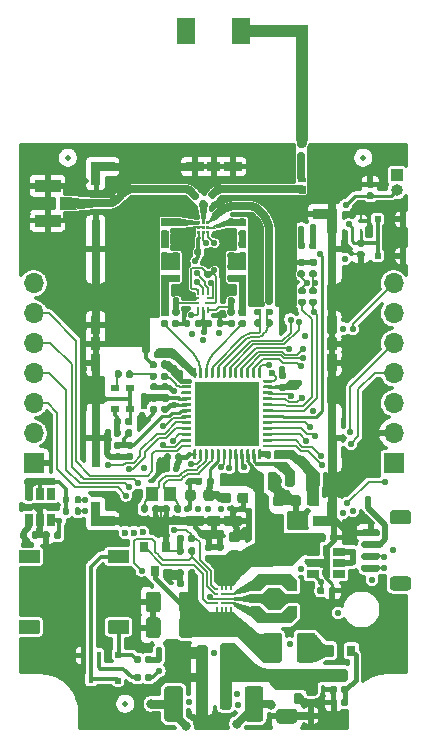
<source format=gtl>
G04 #@! TF.GenerationSoftware,KiCad,Pcbnew,(5.1.7)-1*
G04 #@! TF.CreationDate,2020-11-04T19:15:34+01:00*
G04 #@! TF.ProjectId,generic_node,67656e65-7269-4635-9f6e-6f64652e6b69,2.0.2*
G04 #@! TF.SameCoordinates,PX510ff40PY6422c40*
G04 #@! TF.FileFunction,Copper,L1,Top*
G04 #@! TF.FilePolarity,Positive*
%FSLAX46Y46*%
G04 Gerber Fmt 4.6, Leading zero omitted, Abs format (unit mm)*
G04 Created by KiCad (PCBNEW (5.1.7)-1) date 2020-11-04 19:15:34*
%MOMM*%
%LPD*%
G01*
G04 APERTURE LIST*
G04 #@! TA.AperFunction,SMDPad,CuDef*
%ADD10C,0.100000*%
G04 #@! TD*
G04 #@! TA.AperFunction,SMDPad,CuDef*
%ADD11R,0.800000X5.000000*%
G04 #@! TD*
G04 #@! TA.AperFunction,SMDPad,CuDef*
%ADD12R,1.650000X2.300000*%
G04 #@! TD*
G04 #@! TA.AperFunction,SMDPad,CuDef*
%ADD13R,0.563000X0.225000*%
G04 #@! TD*
G04 #@! TA.AperFunction,SMDPad,CuDef*
%ADD14R,0.225000X0.563000*%
G04 #@! TD*
G04 #@! TA.AperFunction,SMDPad,CuDef*
%ADD15R,0.663000X0.225000*%
G04 #@! TD*
G04 #@! TA.AperFunction,SMDPad,CuDef*
%ADD16R,5.450000X5.450000*%
G04 #@! TD*
G04 #@! TA.AperFunction,SMDPad,CuDef*
%ADD17C,0.210000*%
G04 #@! TD*
G04 #@! TA.AperFunction,SMDPad,CuDef*
%ADD18R,1.060000X0.650000*%
G04 #@! TD*
G04 #@! TA.AperFunction,SMDPad,CuDef*
%ADD19R,0.800000X0.900000*%
G04 #@! TD*
G04 #@! TA.AperFunction,ComponentPad*
%ADD20R,1.000000X1.000000*%
G04 #@! TD*
G04 #@! TA.AperFunction,ComponentPad*
%ADD21O,1.000000X1.000000*%
G04 #@! TD*
G04 #@! TA.AperFunction,ComponentPad*
%ADD22R,1.700000X1.700000*%
G04 #@! TD*
G04 #@! TA.AperFunction,ComponentPad*
%ADD23O,1.700000X1.700000*%
G04 #@! TD*
G04 #@! TA.AperFunction,SMDPad,CuDef*
%ADD24C,0.500000*%
G04 #@! TD*
G04 #@! TA.AperFunction,SMDPad,CuDef*
%ADD25R,0.450000X0.700000*%
G04 #@! TD*
G04 #@! TA.AperFunction,SMDPad,CuDef*
%ADD26R,0.650000X1.060000*%
G04 #@! TD*
G04 #@! TA.AperFunction,SMDPad,CuDef*
%ADD27R,0.800000X0.600000*%
G04 #@! TD*
G04 #@! TA.AperFunction,SMDPad,CuDef*
%ADD28R,0.500000X0.500000*%
G04 #@! TD*
G04 #@! TA.AperFunction,SMDPad,CuDef*
%ADD29R,0.450000X0.600000*%
G04 #@! TD*
G04 #@! TA.AperFunction,SMDPad,CuDef*
%ADD30R,0.250000X0.360000*%
G04 #@! TD*
G04 #@! TA.AperFunction,SMDPad,CuDef*
%ADD31R,2.200000X1.050000*%
G04 #@! TD*
G04 #@! TA.AperFunction,SMDPad,CuDef*
%ADD32R,1.050000X1.000000*%
G04 #@! TD*
G04 #@! TA.AperFunction,SMDPad,CuDef*
%ADD33R,1.000000X1.250000*%
G04 #@! TD*
G04 #@! TA.AperFunction,SMDPad,CuDef*
%ADD34R,0.550000X0.500000*%
G04 #@! TD*
G04 #@! TA.AperFunction,ViaPad*
%ADD35C,0.800000*%
G04 #@! TD*
G04 #@! TA.AperFunction,ViaPad*
%ADD36C,0.550000*%
G04 #@! TD*
G04 #@! TA.AperFunction,ViaPad*
%ADD37C,0.600000*%
G04 #@! TD*
G04 #@! TA.AperFunction,ViaPad*
%ADD38C,0.450000*%
G04 #@! TD*
G04 #@! TA.AperFunction,ViaPad*
%ADD39C,0.500000*%
G04 #@! TD*
G04 #@! TA.AperFunction,Conductor*
%ADD40C,0.762000*%
G04 #@! TD*
G04 #@! TA.AperFunction,Conductor*
%ADD41C,0.635000*%
G04 #@! TD*
G04 #@! TA.AperFunction,Conductor*
%ADD42C,1.000000*%
G04 #@! TD*
G04 #@! TA.AperFunction,Conductor*
%ADD43C,0.381000*%
G04 #@! TD*
G04 #@! TA.AperFunction,Conductor*
%ADD44C,0.508000*%
G04 #@! TD*
G04 #@! TA.AperFunction,Conductor*
%ADD45C,0.203200*%
G04 #@! TD*
G04 #@! TA.AperFunction,Conductor*
%ADD46C,0.304800*%
G04 #@! TD*
G04 #@! TA.AperFunction,Conductor*
%ADD47C,0.254000*%
G04 #@! TD*
G04 #@! TA.AperFunction,Conductor*
%ADD48C,0.177800*%
G04 #@! TD*
G04 #@! TA.AperFunction,Conductor*
%ADD49C,0.400000*%
G04 #@! TD*
G04 #@! TA.AperFunction,Conductor*
%ADD50C,0.350000*%
G04 #@! TD*
G04 #@! TA.AperFunction,Conductor*
%ADD51C,0.152400*%
G04 #@! TD*
G04 #@! TA.AperFunction,Conductor*
%ADD52C,0.300000*%
G04 #@! TD*
G04 #@! TA.AperFunction,Conductor*
%ADD53C,0.193000*%
G04 #@! TD*
G04 #@! TA.AperFunction,Conductor*
%ADD54C,0.500000*%
G04 #@! TD*
G04 #@! TA.AperFunction,Conductor*
%ADD55C,0.139700*%
G04 #@! TD*
G04 #@! TA.AperFunction,Conductor*
%ADD56C,0.550000*%
G04 #@! TD*
G04 #@! TA.AperFunction,Conductor*
%ADD57C,0.250000*%
G04 #@! TD*
G04 #@! TA.AperFunction,Conductor*
%ADD58C,0.700000*%
G04 #@! TD*
G04 #@! TA.AperFunction,Conductor*
%ADD59C,0.640000*%
G04 #@! TD*
G04 #@! TA.AperFunction,Conductor*
%ADD60C,0.355600*%
G04 #@! TD*
G04 #@! TA.AperFunction,Conductor*
%ADD61C,0.200000*%
G04 #@! TD*
G04 #@! TA.AperFunction,Conductor*
%ADD62C,0.197575*%
G04 #@! TD*
G04 #@! TA.AperFunction,Conductor*
%ADD63C,0.100000*%
G04 #@! TD*
G04 #@! TA.AperFunction,Conductor*
%ADD64C,0.050000*%
G04 #@! TD*
G04 APERTURE END LIST*
G04 #@! TA.AperFunction,SMDPad,CuDef*
D10*
G36*
X10400000Y13900000D02*
G01*
X10400000Y11900000D01*
X9600000Y11900000D01*
X9600000Y13100000D01*
X8400000Y13100000D01*
X8400000Y13900000D01*
X10400000Y13900000D01*
G37*
G04 #@! TD.AperFunction*
G04 #@! TA.AperFunction,SMDPad,CuDef*
G36*
X-10400000Y17900000D02*
G01*
X-8400000Y17900000D01*
X-8400000Y17100000D01*
X-9600000Y17100000D01*
X-9600000Y15900000D01*
X-10400000Y15900000D01*
X-10400000Y17900000D01*
G37*
G04 #@! TD.AperFunction*
G04 #@! TA.AperFunction,SMDPad,CuDef*
G36*
X-10400000Y-12900000D02*
G01*
X-10400000Y-10900000D01*
X-9600000Y-10900000D01*
X-9600000Y-12100000D01*
X-8400000Y-12100000D01*
X-8400000Y-12900000D01*
X-10400000Y-12900000D01*
G37*
G04 #@! TD.AperFunction*
G04 #@! TA.AperFunction,SMDPad,CuDef*
G36*
X10400000Y-12900000D02*
G01*
X8400000Y-12900000D01*
X8400000Y-12100000D01*
X9600000Y-12100000D01*
X9600000Y-10900000D01*
X10400000Y-10900000D01*
X10400000Y-12900000D01*
G37*
G04 #@! TD.AperFunction*
D11*
X10000000Y10500000D03*
X-10000000Y-5500000D03*
X-10000000Y10500000D03*
X10000000Y-5500000D03*
D12*
X-2325000Y29000000D03*
X2325000Y29000000D03*
G04 #@! TA.AperFunction,SMDPad,CuDef*
G36*
G01*
X-11788000Y-11869000D02*
X-11788000Y-11499000D01*
G75*
G02*
X-11653000Y-11364000I135000J0D01*
G01*
X-11383000Y-11364000D01*
G75*
G02*
X-11248000Y-11499000I0J-135000D01*
G01*
X-11248000Y-11869000D01*
G75*
G02*
X-11383000Y-12004000I-135000J0D01*
G01*
X-11653000Y-12004000D01*
G75*
G02*
X-11788000Y-11869000I0J135000D01*
G01*
G37*
G04 #@! TD.AperFunction*
G04 #@! TA.AperFunction,SMDPad,CuDef*
G36*
G01*
X-12808000Y-11869000D02*
X-12808000Y-11499000D01*
G75*
G02*
X-12673000Y-11364000I135000J0D01*
G01*
X-12403000Y-11364000D01*
G75*
G02*
X-12268000Y-11499000I0J-135000D01*
G01*
X-12268000Y-11869000D01*
G75*
G02*
X-12403000Y-12004000I-135000J0D01*
G01*
X-12673000Y-12004000D01*
G75*
G02*
X-12808000Y-11869000I0J135000D01*
G01*
G37*
G04 #@! TD.AperFunction*
D13*
X-350500Y6337000D03*
D14*
X-519000Y6905500D03*
X-919000Y6905500D03*
X-1319000Y6905500D03*
D13*
X-1487500Y6337000D03*
X-1487500Y5937000D03*
D14*
X-1319000Y5368500D03*
X-919000Y5368500D03*
X-519000Y5368500D03*
D15*
X-400500Y5937000D03*
G04 #@! TA.AperFunction,SMDPad,CuDef*
G36*
G01*
X-605000Y12075000D02*
X-395000Y12075000D01*
G75*
G02*
X-375000Y12055000I0J-20000D01*
G01*
X-375000Y11845000D01*
G75*
G02*
X-395000Y11825000I-20000J0D01*
G01*
X-605000Y11825000D01*
G75*
G02*
X-625000Y11845000I0J20000D01*
G01*
X-625000Y12055000D01*
G75*
G02*
X-605000Y12075000I20000J0D01*
G01*
G37*
G04 #@! TD.AperFunction*
G04 #@! TA.AperFunction,SMDPad,CuDef*
G36*
G01*
X-605000Y12475000D02*
X-395000Y12475000D01*
G75*
G02*
X-375000Y12455000I0J-20000D01*
G01*
X-375000Y12245000D01*
G75*
G02*
X-395000Y12225000I-20000J0D01*
G01*
X-605000Y12225000D01*
G75*
G02*
X-625000Y12245000I0J20000D01*
G01*
X-625000Y12455000D01*
G75*
G02*
X-605000Y12475000I20000J0D01*
G01*
G37*
G04 #@! TD.AperFunction*
G04 #@! TA.AperFunction,SMDPad,CuDef*
G36*
G01*
X-605000Y12875000D02*
X-395000Y12875000D01*
G75*
G02*
X-375000Y12855000I0J-20000D01*
G01*
X-375000Y12645000D01*
G75*
G02*
X-395000Y12625000I-20000J0D01*
G01*
X-605000Y12625000D01*
G75*
G02*
X-625000Y12645000I0J20000D01*
G01*
X-625000Y12855000D01*
G75*
G02*
X-605000Y12875000I20000J0D01*
G01*
G37*
G04 #@! TD.AperFunction*
G04 #@! TA.AperFunction,SMDPad,CuDef*
G36*
G01*
X-1005000Y12875000D02*
X-795000Y12875000D01*
G75*
G02*
X-775000Y12855000I0J-20000D01*
G01*
X-775000Y12645000D01*
G75*
G02*
X-795000Y12625000I-20000J0D01*
G01*
X-1005000Y12625000D01*
G75*
G02*
X-1025000Y12645000I0J20000D01*
G01*
X-1025000Y12855000D01*
G75*
G02*
X-1005000Y12875000I20000J0D01*
G01*
G37*
G04 #@! TD.AperFunction*
G04 #@! TA.AperFunction,SMDPad,CuDef*
G36*
G01*
X-1405000Y12875000D02*
X-1195000Y12875000D01*
G75*
G02*
X-1175000Y12855000I0J-20000D01*
G01*
X-1175000Y12645000D01*
G75*
G02*
X-1195000Y12625000I-20000J0D01*
G01*
X-1405000Y12625000D01*
G75*
G02*
X-1425000Y12645000I0J20000D01*
G01*
X-1425000Y12855000D01*
G75*
G02*
X-1405000Y12875000I20000J0D01*
G01*
G37*
G04 #@! TD.AperFunction*
G04 #@! TA.AperFunction,SMDPad,CuDef*
G36*
G01*
X-1405000Y12475000D02*
X-1195000Y12475000D01*
G75*
G02*
X-1175000Y12455000I0J-20000D01*
G01*
X-1175000Y12245000D01*
G75*
G02*
X-1195000Y12225000I-20000J0D01*
G01*
X-1405000Y12225000D01*
G75*
G02*
X-1425000Y12245000I0J20000D01*
G01*
X-1425000Y12455000D01*
G75*
G02*
X-1405000Y12475000I20000J0D01*
G01*
G37*
G04 #@! TD.AperFunction*
G04 #@! TA.AperFunction,SMDPad,CuDef*
G36*
G01*
X-1405000Y12075000D02*
X-1195000Y12075000D01*
G75*
G02*
X-1175000Y12055000I0J-20000D01*
G01*
X-1175000Y11845000D01*
G75*
G02*
X-1195000Y11825000I-20000J0D01*
G01*
X-1405000Y11825000D01*
G75*
G02*
X-1425000Y11845000I0J20000D01*
G01*
X-1425000Y12055000D01*
G75*
G02*
X-1405000Y12075000I20000J0D01*
G01*
G37*
G04 #@! TD.AperFunction*
G04 #@! TA.AperFunction,SMDPad,CuDef*
G36*
G01*
X-1005000Y12075000D02*
X-795000Y12075000D01*
G75*
G02*
X-775000Y12055000I0J-20000D01*
G01*
X-775000Y11845000D01*
G75*
G02*
X-795000Y11825000I-20000J0D01*
G01*
X-1005000Y11825000D01*
G75*
G02*
X-1025000Y11845000I0J20000D01*
G01*
X-1025000Y12055000D01*
G75*
G02*
X-1005000Y12075000I20000J0D01*
G01*
G37*
G04 #@! TD.AperFunction*
G04 #@! TA.AperFunction,SMDPad,CuDef*
G36*
G01*
X-1005000Y12475000D02*
X-795000Y12475000D01*
G75*
G02*
X-775000Y12455000I0J-20000D01*
G01*
X-775000Y12245000D01*
G75*
G02*
X-795000Y12225000I-20000J0D01*
G01*
X-1005000Y12225000D01*
G75*
G02*
X-1025000Y12245000I0J20000D01*
G01*
X-1025000Y12455000D01*
G75*
G02*
X-1005000Y12475000I20000J0D01*
G01*
G37*
G04 #@! TD.AperFunction*
G04 #@! TA.AperFunction,SMDPad,CuDef*
G36*
G01*
X4995000Y-6096000D02*
X4995000Y-6221000D01*
G75*
G02*
X4932500Y-6283500I-62500J0D01*
G01*
X4207500Y-6283500D01*
G75*
G02*
X4145000Y-6221000I0J62500D01*
G01*
X4145000Y-6096000D01*
G75*
G02*
X4207500Y-6033500I62500J0D01*
G01*
X4932500Y-6033500D01*
G75*
G02*
X4995000Y-6096000I0J-62500D01*
G01*
G37*
G04 #@! TD.AperFunction*
G04 #@! TA.AperFunction,SMDPad,CuDef*
G36*
G01*
X4995000Y-5596000D02*
X4995000Y-5721000D01*
G75*
G02*
X4932500Y-5783500I-62500J0D01*
G01*
X4207500Y-5783500D01*
G75*
G02*
X4145000Y-5721000I0J62500D01*
G01*
X4145000Y-5596000D01*
G75*
G02*
X4207500Y-5533500I62500J0D01*
G01*
X4932500Y-5533500D01*
G75*
G02*
X4995000Y-5596000I0J-62500D01*
G01*
G37*
G04 #@! TD.AperFunction*
G04 #@! TA.AperFunction,SMDPad,CuDef*
G36*
G01*
X4995000Y-5096000D02*
X4995000Y-5221000D01*
G75*
G02*
X4932500Y-5283500I-62500J0D01*
G01*
X4207500Y-5283500D01*
G75*
G02*
X4145000Y-5221000I0J62500D01*
G01*
X4145000Y-5096000D01*
G75*
G02*
X4207500Y-5033500I62500J0D01*
G01*
X4932500Y-5033500D01*
G75*
G02*
X4995000Y-5096000I0J-62500D01*
G01*
G37*
G04 #@! TD.AperFunction*
G04 #@! TA.AperFunction,SMDPad,CuDef*
G36*
G01*
X4995000Y-4596000D02*
X4995000Y-4721000D01*
G75*
G02*
X4932500Y-4783500I-62500J0D01*
G01*
X4207500Y-4783500D01*
G75*
G02*
X4145000Y-4721000I0J62500D01*
G01*
X4145000Y-4596000D01*
G75*
G02*
X4207500Y-4533500I62500J0D01*
G01*
X4932500Y-4533500D01*
G75*
G02*
X4995000Y-4596000I0J-62500D01*
G01*
G37*
G04 #@! TD.AperFunction*
G04 #@! TA.AperFunction,SMDPad,CuDef*
G36*
G01*
X4995000Y-4096000D02*
X4995000Y-4221000D01*
G75*
G02*
X4932500Y-4283500I-62500J0D01*
G01*
X4207500Y-4283500D01*
G75*
G02*
X4145000Y-4221000I0J62500D01*
G01*
X4145000Y-4096000D01*
G75*
G02*
X4207500Y-4033500I62500J0D01*
G01*
X4932500Y-4033500D01*
G75*
G02*
X4995000Y-4096000I0J-62500D01*
G01*
G37*
G04 #@! TD.AperFunction*
G04 #@! TA.AperFunction,SMDPad,CuDef*
G36*
G01*
X4995000Y-3596000D02*
X4995000Y-3721000D01*
G75*
G02*
X4932500Y-3783500I-62500J0D01*
G01*
X4207500Y-3783500D01*
G75*
G02*
X4145000Y-3721000I0J62500D01*
G01*
X4145000Y-3596000D01*
G75*
G02*
X4207500Y-3533500I62500J0D01*
G01*
X4932500Y-3533500D01*
G75*
G02*
X4995000Y-3596000I0J-62500D01*
G01*
G37*
G04 #@! TD.AperFunction*
G04 #@! TA.AperFunction,SMDPad,CuDef*
G36*
G01*
X4995000Y-3096000D02*
X4995000Y-3221000D01*
G75*
G02*
X4932500Y-3283500I-62500J0D01*
G01*
X4207500Y-3283500D01*
G75*
G02*
X4145000Y-3221000I0J62500D01*
G01*
X4145000Y-3096000D01*
G75*
G02*
X4207500Y-3033500I62500J0D01*
G01*
X4932500Y-3033500D01*
G75*
G02*
X4995000Y-3096000I0J-62500D01*
G01*
G37*
G04 #@! TD.AperFunction*
G04 #@! TA.AperFunction,SMDPad,CuDef*
G36*
G01*
X4995000Y-2596000D02*
X4995000Y-2721000D01*
G75*
G02*
X4932500Y-2783500I-62500J0D01*
G01*
X4207500Y-2783500D01*
G75*
G02*
X4145000Y-2721000I0J62500D01*
G01*
X4145000Y-2596000D01*
G75*
G02*
X4207500Y-2533500I62500J0D01*
G01*
X4932500Y-2533500D01*
G75*
G02*
X4995000Y-2596000I0J-62500D01*
G01*
G37*
G04 #@! TD.AperFunction*
G04 #@! TA.AperFunction,SMDPad,CuDef*
G36*
G01*
X4995000Y-2096000D02*
X4995000Y-2221000D01*
G75*
G02*
X4932500Y-2283500I-62500J0D01*
G01*
X4207500Y-2283500D01*
G75*
G02*
X4145000Y-2221000I0J62500D01*
G01*
X4145000Y-2096000D01*
G75*
G02*
X4207500Y-2033500I62500J0D01*
G01*
X4932500Y-2033500D01*
G75*
G02*
X4995000Y-2096000I0J-62500D01*
G01*
G37*
G04 #@! TD.AperFunction*
G04 #@! TA.AperFunction,SMDPad,CuDef*
G36*
G01*
X4995000Y-1596000D02*
X4995000Y-1721000D01*
G75*
G02*
X4932500Y-1783500I-62500J0D01*
G01*
X4207500Y-1783500D01*
G75*
G02*
X4145000Y-1721000I0J62500D01*
G01*
X4145000Y-1596000D01*
G75*
G02*
X4207500Y-1533500I62500J0D01*
G01*
X4932500Y-1533500D01*
G75*
G02*
X4995000Y-1596000I0J-62500D01*
G01*
G37*
G04 #@! TD.AperFunction*
G04 #@! TA.AperFunction,SMDPad,CuDef*
G36*
G01*
X4995000Y-1096000D02*
X4995000Y-1221000D01*
G75*
G02*
X4932500Y-1283500I-62500J0D01*
G01*
X4207500Y-1283500D01*
G75*
G02*
X4145000Y-1221000I0J62500D01*
G01*
X4145000Y-1096000D01*
G75*
G02*
X4207500Y-1033500I62500J0D01*
G01*
X4932500Y-1033500D01*
G75*
G02*
X4995000Y-1096000I0J-62500D01*
G01*
G37*
G04 #@! TD.AperFunction*
G04 #@! TA.AperFunction,SMDPad,CuDef*
G36*
G01*
X4995000Y-596000D02*
X4995000Y-721000D01*
G75*
G02*
X4932500Y-783500I-62500J0D01*
G01*
X4207500Y-783500D01*
G75*
G02*
X4145000Y-721000I0J62500D01*
G01*
X4145000Y-596000D01*
G75*
G02*
X4207500Y-533500I62500J0D01*
G01*
X4932500Y-533500D01*
G75*
G02*
X4995000Y-596000I0J-62500D01*
G01*
G37*
G04 #@! TD.AperFunction*
G04 #@! TA.AperFunction,SMDPad,CuDef*
G36*
G01*
X3995000Y404000D02*
X3995000Y-321000D01*
G75*
G02*
X3932500Y-383500I-62500J0D01*
G01*
X3807500Y-383500D01*
G75*
G02*
X3745000Y-321000I0J62500D01*
G01*
X3745000Y404000D01*
G75*
G02*
X3807500Y466500I62500J0D01*
G01*
X3932500Y466500D01*
G75*
G02*
X3995000Y404000I0J-62500D01*
G01*
G37*
G04 #@! TD.AperFunction*
G04 #@! TA.AperFunction,SMDPad,CuDef*
G36*
G01*
X3495000Y404000D02*
X3495000Y-321000D01*
G75*
G02*
X3432500Y-383500I-62500J0D01*
G01*
X3307500Y-383500D01*
G75*
G02*
X3245000Y-321000I0J62500D01*
G01*
X3245000Y404000D01*
G75*
G02*
X3307500Y466500I62500J0D01*
G01*
X3432500Y466500D01*
G75*
G02*
X3495000Y404000I0J-62500D01*
G01*
G37*
G04 #@! TD.AperFunction*
G04 #@! TA.AperFunction,SMDPad,CuDef*
G36*
G01*
X2995000Y404000D02*
X2995000Y-321000D01*
G75*
G02*
X2932500Y-383500I-62500J0D01*
G01*
X2807500Y-383500D01*
G75*
G02*
X2745000Y-321000I0J62500D01*
G01*
X2745000Y404000D01*
G75*
G02*
X2807500Y466500I62500J0D01*
G01*
X2932500Y466500D01*
G75*
G02*
X2995000Y404000I0J-62500D01*
G01*
G37*
G04 #@! TD.AperFunction*
G04 #@! TA.AperFunction,SMDPad,CuDef*
G36*
G01*
X2495000Y404000D02*
X2495000Y-321000D01*
G75*
G02*
X2432500Y-383500I-62500J0D01*
G01*
X2307500Y-383500D01*
G75*
G02*
X2245000Y-321000I0J62500D01*
G01*
X2245000Y404000D01*
G75*
G02*
X2307500Y466500I62500J0D01*
G01*
X2432500Y466500D01*
G75*
G02*
X2495000Y404000I0J-62500D01*
G01*
G37*
G04 #@! TD.AperFunction*
G04 #@! TA.AperFunction,SMDPad,CuDef*
G36*
G01*
X1995000Y404000D02*
X1995000Y-321000D01*
G75*
G02*
X1932500Y-383500I-62500J0D01*
G01*
X1807500Y-383500D01*
G75*
G02*
X1745000Y-321000I0J62500D01*
G01*
X1745000Y404000D01*
G75*
G02*
X1807500Y466500I62500J0D01*
G01*
X1932500Y466500D01*
G75*
G02*
X1995000Y404000I0J-62500D01*
G01*
G37*
G04 #@! TD.AperFunction*
G04 #@! TA.AperFunction,SMDPad,CuDef*
G36*
G01*
X1495000Y404000D02*
X1495000Y-321000D01*
G75*
G02*
X1432500Y-383500I-62500J0D01*
G01*
X1307500Y-383500D01*
G75*
G02*
X1245000Y-321000I0J62500D01*
G01*
X1245000Y404000D01*
G75*
G02*
X1307500Y466500I62500J0D01*
G01*
X1432500Y466500D01*
G75*
G02*
X1495000Y404000I0J-62500D01*
G01*
G37*
G04 #@! TD.AperFunction*
G04 #@! TA.AperFunction,SMDPad,CuDef*
G36*
G01*
X995000Y404000D02*
X995000Y-321000D01*
G75*
G02*
X932500Y-383500I-62500J0D01*
G01*
X807500Y-383500D01*
G75*
G02*
X745000Y-321000I0J62500D01*
G01*
X745000Y404000D01*
G75*
G02*
X807500Y466500I62500J0D01*
G01*
X932500Y466500D01*
G75*
G02*
X995000Y404000I0J-62500D01*
G01*
G37*
G04 #@! TD.AperFunction*
G04 #@! TA.AperFunction,SMDPad,CuDef*
G36*
G01*
X495000Y404000D02*
X495000Y-321000D01*
G75*
G02*
X432500Y-383500I-62500J0D01*
G01*
X307500Y-383500D01*
G75*
G02*
X245000Y-321000I0J62500D01*
G01*
X245000Y404000D01*
G75*
G02*
X307500Y466500I62500J0D01*
G01*
X432500Y466500D01*
G75*
G02*
X495000Y404000I0J-62500D01*
G01*
G37*
G04 #@! TD.AperFunction*
G04 #@! TA.AperFunction,SMDPad,CuDef*
G36*
G01*
X-5000Y404000D02*
X-5000Y-321000D01*
G75*
G02*
X-67500Y-383500I-62500J0D01*
G01*
X-192500Y-383500D01*
G75*
G02*
X-255000Y-321000I0J62500D01*
G01*
X-255000Y404000D01*
G75*
G02*
X-192500Y466500I62500J0D01*
G01*
X-67500Y466500D01*
G75*
G02*
X-5000Y404000I0J-62500D01*
G01*
G37*
G04 #@! TD.AperFunction*
G04 #@! TA.AperFunction,SMDPad,CuDef*
G36*
G01*
X-505000Y404000D02*
X-505000Y-321000D01*
G75*
G02*
X-567500Y-383500I-62500J0D01*
G01*
X-692500Y-383500D01*
G75*
G02*
X-755000Y-321000I0J62500D01*
G01*
X-755000Y404000D01*
G75*
G02*
X-692500Y466500I62500J0D01*
G01*
X-567500Y466500D01*
G75*
G02*
X-505000Y404000I0J-62500D01*
G01*
G37*
G04 #@! TD.AperFunction*
G04 #@! TA.AperFunction,SMDPad,CuDef*
G36*
G01*
X-1005000Y404000D02*
X-1005000Y-321000D01*
G75*
G02*
X-1067500Y-383500I-62500J0D01*
G01*
X-1192500Y-383500D01*
G75*
G02*
X-1255000Y-321000I0J62500D01*
G01*
X-1255000Y404000D01*
G75*
G02*
X-1192500Y466500I62500J0D01*
G01*
X-1067500Y466500D01*
G75*
G02*
X-1005000Y404000I0J-62500D01*
G01*
G37*
G04 #@! TD.AperFunction*
G04 #@! TA.AperFunction,SMDPad,CuDef*
G36*
G01*
X-1505000Y404000D02*
X-1505000Y-321000D01*
G75*
G02*
X-1567500Y-383500I-62500J0D01*
G01*
X-1692500Y-383500D01*
G75*
G02*
X-1755000Y-321000I0J62500D01*
G01*
X-1755000Y404000D01*
G75*
G02*
X-1692500Y466500I62500J0D01*
G01*
X-1567500Y466500D01*
G75*
G02*
X-1505000Y404000I0J-62500D01*
G01*
G37*
G04 #@! TD.AperFunction*
G04 #@! TA.AperFunction,SMDPad,CuDef*
G36*
G01*
X-1905000Y-596000D02*
X-1905000Y-721000D01*
G75*
G02*
X-1967500Y-783500I-62500J0D01*
G01*
X-2692500Y-783500D01*
G75*
G02*
X-2755000Y-721000I0J62500D01*
G01*
X-2755000Y-596000D01*
G75*
G02*
X-2692500Y-533500I62500J0D01*
G01*
X-1967500Y-533500D01*
G75*
G02*
X-1905000Y-596000I0J-62500D01*
G01*
G37*
G04 #@! TD.AperFunction*
G04 #@! TA.AperFunction,SMDPad,CuDef*
G36*
G01*
X-1905000Y-1096000D02*
X-1905000Y-1221000D01*
G75*
G02*
X-1967500Y-1283500I-62500J0D01*
G01*
X-2692500Y-1283500D01*
G75*
G02*
X-2755000Y-1221000I0J62500D01*
G01*
X-2755000Y-1096000D01*
G75*
G02*
X-2692500Y-1033500I62500J0D01*
G01*
X-1967500Y-1033500D01*
G75*
G02*
X-1905000Y-1096000I0J-62500D01*
G01*
G37*
G04 #@! TD.AperFunction*
G04 #@! TA.AperFunction,SMDPad,CuDef*
G36*
G01*
X-1905000Y-1596000D02*
X-1905000Y-1721000D01*
G75*
G02*
X-1967500Y-1783500I-62500J0D01*
G01*
X-2692500Y-1783500D01*
G75*
G02*
X-2755000Y-1721000I0J62500D01*
G01*
X-2755000Y-1596000D01*
G75*
G02*
X-2692500Y-1533500I62500J0D01*
G01*
X-1967500Y-1533500D01*
G75*
G02*
X-1905000Y-1596000I0J-62500D01*
G01*
G37*
G04 #@! TD.AperFunction*
G04 #@! TA.AperFunction,SMDPad,CuDef*
G36*
G01*
X-1905000Y-2096000D02*
X-1905000Y-2221000D01*
G75*
G02*
X-1967500Y-2283500I-62500J0D01*
G01*
X-2692500Y-2283500D01*
G75*
G02*
X-2755000Y-2221000I0J62500D01*
G01*
X-2755000Y-2096000D01*
G75*
G02*
X-2692500Y-2033500I62500J0D01*
G01*
X-1967500Y-2033500D01*
G75*
G02*
X-1905000Y-2096000I0J-62500D01*
G01*
G37*
G04 #@! TD.AperFunction*
G04 #@! TA.AperFunction,SMDPad,CuDef*
G36*
G01*
X-1905000Y-2596000D02*
X-1905000Y-2721000D01*
G75*
G02*
X-1967500Y-2783500I-62500J0D01*
G01*
X-2692500Y-2783500D01*
G75*
G02*
X-2755000Y-2721000I0J62500D01*
G01*
X-2755000Y-2596000D01*
G75*
G02*
X-2692500Y-2533500I62500J0D01*
G01*
X-1967500Y-2533500D01*
G75*
G02*
X-1905000Y-2596000I0J-62500D01*
G01*
G37*
G04 #@! TD.AperFunction*
G04 #@! TA.AperFunction,SMDPad,CuDef*
G36*
G01*
X-1905000Y-3096000D02*
X-1905000Y-3221000D01*
G75*
G02*
X-1967500Y-3283500I-62500J0D01*
G01*
X-2692500Y-3283500D01*
G75*
G02*
X-2755000Y-3221000I0J62500D01*
G01*
X-2755000Y-3096000D01*
G75*
G02*
X-2692500Y-3033500I62500J0D01*
G01*
X-1967500Y-3033500D01*
G75*
G02*
X-1905000Y-3096000I0J-62500D01*
G01*
G37*
G04 #@! TD.AperFunction*
G04 #@! TA.AperFunction,SMDPad,CuDef*
G36*
G01*
X-1905000Y-3596000D02*
X-1905000Y-3721000D01*
G75*
G02*
X-1967500Y-3783500I-62500J0D01*
G01*
X-2692500Y-3783500D01*
G75*
G02*
X-2755000Y-3721000I0J62500D01*
G01*
X-2755000Y-3596000D01*
G75*
G02*
X-2692500Y-3533500I62500J0D01*
G01*
X-1967500Y-3533500D01*
G75*
G02*
X-1905000Y-3596000I0J-62500D01*
G01*
G37*
G04 #@! TD.AperFunction*
G04 #@! TA.AperFunction,SMDPad,CuDef*
G36*
G01*
X-1905000Y-4096000D02*
X-1905000Y-4221000D01*
G75*
G02*
X-1967500Y-4283500I-62500J0D01*
G01*
X-2692500Y-4283500D01*
G75*
G02*
X-2755000Y-4221000I0J62500D01*
G01*
X-2755000Y-4096000D01*
G75*
G02*
X-2692500Y-4033500I62500J0D01*
G01*
X-1967500Y-4033500D01*
G75*
G02*
X-1905000Y-4096000I0J-62500D01*
G01*
G37*
G04 #@! TD.AperFunction*
G04 #@! TA.AperFunction,SMDPad,CuDef*
G36*
G01*
X-1905000Y-4596000D02*
X-1905000Y-4721000D01*
G75*
G02*
X-1967500Y-4783500I-62500J0D01*
G01*
X-2692500Y-4783500D01*
G75*
G02*
X-2755000Y-4721000I0J62500D01*
G01*
X-2755000Y-4596000D01*
G75*
G02*
X-2692500Y-4533500I62500J0D01*
G01*
X-1967500Y-4533500D01*
G75*
G02*
X-1905000Y-4596000I0J-62500D01*
G01*
G37*
G04 #@! TD.AperFunction*
G04 #@! TA.AperFunction,SMDPad,CuDef*
G36*
G01*
X-1905000Y-5096000D02*
X-1905000Y-5221000D01*
G75*
G02*
X-1967500Y-5283500I-62500J0D01*
G01*
X-2692500Y-5283500D01*
G75*
G02*
X-2755000Y-5221000I0J62500D01*
G01*
X-2755000Y-5096000D01*
G75*
G02*
X-2692500Y-5033500I62500J0D01*
G01*
X-1967500Y-5033500D01*
G75*
G02*
X-1905000Y-5096000I0J-62500D01*
G01*
G37*
G04 #@! TD.AperFunction*
G04 #@! TA.AperFunction,SMDPad,CuDef*
G36*
G01*
X-1905000Y-5596000D02*
X-1905000Y-5721000D01*
G75*
G02*
X-1967500Y-5783500I-62500J0D01*
G01*
X-2692500Y-5783500D01*
G75*
G02*
X-2755000Y-5721000I0J62500D01*
G01*
X-2755000Y-5596000D01*
G75*
G02*
X-2692500Y-5533500I62500J0D01*
G01*
X-1967500Y-5533500D01*
G75*
G02*
X-1905000Y-5596000I0J-62500D01*
G01*
G37*
G04 #@! TD.AperFunction*
G04 #@! TA.AperFunction,SMDPad,CuDef*
G36*
G01*
X-1905000Y-6096000D02*
X-1905000Y-6221000D01*
G75*
G02*
X-1967500Y-6283500I-62500J0D01*
G01*
X-2692500Y-6283500D01*
G75*
G02*
X-2755000Y-6221000I0J62500D01*
G01*
X-2755000Y-6096000D01*
G75*
G02*
X-2692500Y-6033500I62500J0D01*
G01*
X-1967500Y-6033500D01*
G75*
G02*
X-1905000Y-6096000I0J-62500D01*
G01*
G37*
G04 #@! TD.AperFunction*
G04 #@! TA.AperFunction,SMDPad,CuDef*
G36*
G01*
X-1505000Y-6496000D02*
X-1505000Y-7221000D01*
G75*
G02*
X-1567500Y-7283500I-62500J0D01*
G01*
X-1692500Y-7283500D01*
G75*
G02*
X-1755000Y-7221000I0J62500D01*
G01*
X-1755000Y-6496000D01*
G75*
G02*
X-1692500Y-6433500I62500J0D01*
G01*
X-1567500Y-6433500D01*
G75*
G02*
X-1505000Y-6496000I0J-62500D01*
G01*
G37*
G04 #@! TD.AperFunction*
G04 #@! TA.AperFunction,SMDPad,CuDef*
G36*
G01*
X-1005000Y-6496000D02*
X-1005000Y-7221000D01*
G75*
G02*
X-1067500Y-7283500I-62500J0D01*
G01*
X-1192500Y-7283500D01*
G75*
G02*
X-1255000Y-7221000I0J62500D01*
G01*
X-1255000Y-6496000D01*
G75*
G02*
X-1192500Y-6433500I62500J0D01*
G01*
X-1067500Y-6433500D01*
G75*
G02*
X-1005000Y-6496000I0J-62500D01*
G01*
G37*
G04 #@! TD.AperFunction*
G04 #@! TA.AperFunction,SMDPad,CuDef*
G36*
G01*
X-505000Y-6496000D02*
X-505000Y-7221000D01*
G75*
G02*
X-567500Y-7283500I-62500J0D01*
G01*
X-692500Y-7283500D01*
G75*
G02*
X-755000Y-7221000I0J62500D01*
G01*
X-755000Y-6496000D01*
G75*
G02*
X-692500Y-6433500I62500J0D01*
G01*
X-567500Y-6433500D01*
G75*
G02*
X-505000Y-6496000I0J-62500D01*
G01*
G37*
G04 #@! TD.AperFunction*
G04 #@! TA.AperFunction,SMDPad,CuDef*
G36*
G01*
X-5000Y-6496000D02*
X-5000Y-7221000D01*
G75*
G02*
X-67500Y-7283500I-62500J0D01*
G01*
X-192500Y-7283500D01*
G75*
G02*
X-255000Y-7221000I0J62500D01*
G01*
X-255000Y-6496000D01*
G75*
G02*
X-192500Y-6433500I62500J0D01*
G01*
X-67500Y-6433500D01*
G75*
G02*
X-5000Y-6496000I0J-62500D01*
G01*
G37*
G04 #@! TD.AperFunction*
G04 #@! TA.AperFunction,SMDPad,CuDef*
G36*
G01*
X495000Y-6496000D02*
X495000Y-7221000D01*
G75*
G02*
X432500Y-7283500I-62500J0D01*
G01*
X307500Y-7283500D01*
G75*
G02*
X245000Y-7221000I0J62500D01*
G01*
X245000Y-6496000D01*
G75*
G02*
X307500Y-6433500I62500J0D01*
G01*
X432500Y-6433500D01*
G75*
G02*
X495000Y-6496000I0J-62500D01*
G01*
G37*
G04 #@! TD.AperFunction*
G04 #@! TA.AperFunction,SMDPad,CuDef*
G36*
G01*
X995000Y-6496000D02*
X995000Y-7221000D01*
G75*
G02*
X932500Y-7283500I-62500J0D01*
G01*
X807500Y-7283500D01*
G75*
G02*
X745000Y-7221000I0J62500D01*
G01*
X745000Y-6496000D01*
G75*
G02*
X807500Y-6433500I62500J0D01*
G01*
X932500Y-6433500D01*
G75*
G02*
X995000Y-6496000I0J-62500D01*
G01*
G37*
G04 #@! TD.AperFunction*
G04 #@! TA.AperFunction,SMDPad,CuDef*
G36*
G01*
X1495000Y-6496000D02*
X1495000Y-7221000D01*
G75*
G02*
X1432500Y-7283500I-62500J0D01*
G01*
X1307500Y-7283500D01*
G75*
G02*
X1245000Y-7221000I0J62500D01*
G01*
X1245000Y-6496000D01*
G75*
G02*
X1307500Y-6433500I62500J0D01*
G01*
X1432500Y-6433500D01*
G75*
G02*
X1495000Y-6496000I0J-62500D01*
G01*
G37*
G04 #@! TD.AperFunction*
G04 #@! TA.AperFunction,SMDPad,CuDef*
G36*
G01*
X1995000Y-6496000D02*
X1995000Y-7221000D01*
G75*
G02*
X1932500Y-7283500I-62500J0D01*
G01*
X1807500Y-7283500D01*
G75*
G02*
X1745000Y-7221000I0J62500D01*
G01*
X1745000Y-6496000D01*
G75*
G02*
X1807500Y-6433500I62500J0D01*
G01*
X1932500Y-6433500D01*
G75*
G02*
X1995000Y-6496000I0J-62500D01*
G01*
G37*
G04 #@! TD.AperFunction*
G04 #@! TA.AperFunction,SMDPad,CuDef*
G36*
G01*
X2495000Y-6496000D02*
X2495000Y-7221000D01*
G75*
G02*
X2432500Y-7283500I-62500J0D01*
G01*
X2307500Y-7283500D01*
G75*
G02*
X2245000Y-7221000I0J62500D01*
G01*
X2245000Y-6496000D01*
G75*
G02*
X2307500Y-6433500I62500J0D01*
G01*
X2432500Y-6433500D01*
G75*
G02*
X2495000Y-6496000I0J-62500D01*
G01*
G37*
G04 #@! TD.AperFunction*
G04 #@! TA.AperFunction,SMDPad,CuDef*
G36*
G01*
X2995000Y-6496000D02*
X2995000Y-7221000D01*
G75*
G02*
X2932500Y-7283500I-62500J0D01*
G01*
X2807500Y-7283500D01*
G75*
G02*
X2745000Y-7221000I0J62500D01*
G01*
X2745000Y-6496000D01*
G75*
G02*
X2807500Y-6433500I62500J0D01*
G01*
X2932500Y-6433500D01*
G75*
G02*
X2995000Y-6496000I0J-62500D01*
G01*
G37*
G04 #@! TD.AperFunction*
G04 #@! TA.AperFunction,SMDPad,CuDef*
G36*
G01*
X3495000Y-6496000D02*
X3495000Y-7221000D01*
G75*
G02*
X3432500Y-7283500I-62500J0D01*
G01*
X3307500Y-7283500D01*
G75*
G02*
X3245000Y-7221000I0J62500D01*
G01*
X3245000Y-6496000D01*
G75*
G02*
X3307500Y-6433500I62500J0D01*
G01*
X3432500Y-6433500D01*
G75*
G02*
X3495000Y-6496000I0J-62500D01*
G01*
G37*
G04 #@! TD.AperFunction*
G04 #@! TA.AperFunction,SMDPad,CuDef*
G36*
G01*
X3995000Y-6496000D02*
X3995000Y-7221000D01*
G75*
G02*
X3932500Y-7283500I-62500J0D01*
G01*
X3807500Y-7283500D01*
G75*
G02*
X3745000Y-7221000I0J62500D01*
G01*
X3745000Y-6496000D01*
G75*
G02*
X3807500Y-6433500I62500J0D01*
G01*
X3932500Y-6433500D01*
G75*
G02*
X3995000Y-6496000I0J-62500D01*
G01*
G37*
G04 #@! TD.AperFunction*
D16*
X1120000Y-3408500D03*
D17*
X250000Y-18280000D03*
X650000Y-18280000D03*
X1050000Y-18280000D03*
X1450000Y-18280000D03*
X250000Y-18680000D03*
X650000Y-18680000D03*
X1050000Y-18680000D03*
X1450000Y-18680000D03*
X250000Y-19080000D03*
X650000Y-19080000D03*
X1050000Y-19080000D03*
X1450000Y-19080000D03*
X250000Y-19480000D03*
X650000Y-19480000D03*
X1050000Y-19480000D03*
X1450000Y-19480000D03*
X250000Y-19880000D03*
X650000Y-19880000D03*
X1050000Y-19880000D03*
X1450000Y-19880000D03*
D18*
X8400000Y-15100000D03*
X8400000Y-16050000D03*
X8400000Y-17000000D03*
X10600000Y-17000000D03*
X10600000Y-15100000D03*
X10600000Y-16050000D03*
D19*
X-4050000Y-14750000D03*
X-5950000Y-14750000D03*
X-5000000Y-16750000D03*
G04 #@! TA.AperFunction,SMDPad,CuDef*
G36*
G01*
X13077500Y16280000D02*
X13422500Y16280000D01*
G75*
G02*
X13570000Y16132500I0J-147500D01*
G01*
X13570000Y15837500D01*
G75*
G02*
X13422500Y15690000I-147500J0D01*
G01*
X13077500Y15690000D01*
G75*
G02*
X12930000Y15837500I0J147500D01*
G01*
X12930000Y16132500D01*
G75*
G02*
X13077500Y16280000I147500J0D01*
G01*
G37*
G04 #@! TD.AperFunction*
G04 #@! TA.AperFunction,SMDPad,CuDef*
G36*
G01*
X13077500Y15310000D02*
X13422500Y15310000D01*
G75*
G02*
X13570000Y15162500I0J-147500D01*
G01*
X13570000Y14867500D01*
G75*
G02*
X13422500Y14720000I-147500J0D01*
G01*
X13077500Y14720000D01*
G75*
G02*
X12930000Y14867500I0J147500D01*
G01*
X12930000Y15162500D01*
G75*
G02*
X13077500Y15310000I147500J0D01*
G01*
G37*
G04 #@! TD.AperFunction*
G04 #@! TA.AperFunction,SMDPad,CuDef*
G36*
G01*
X-11238000Y-10520000D02*
X-11238000Y-10890000D01*
G75*
G02*
X-11373000Y-11025000I-135000J0D01*
G01*
X-11643000Y-11025000D01*
G75*
G02*
X-11778000Y-10890000I0J135000D01*
G01*
X-11778000Y-10520000D01*
G75*
G02*
X-11643000Y-10385000I135000J0D01*
G01*
X-11373000Y-10385000D01*
G75*
G02*
X-11238000Y-10520000I0J-135000D01*
G01*
G37*
G04 #@! TD.AperFunction*
G04 #@! TA.AperFunction,SMDPad,CuDef*
G36*
G01*
X-12258000Y-10520000D02*
X-12258000Y-10890000D01*
G75*
G02*
X-12393000Y-11025000I-135000J0D01*
G01*
X-12663000Y-11025000D01*
G75*
G02*
X-12798000Y-10890000I0J135000D01*
G01*
X-12798000Y-10520000D01*
G75*
G02*
X-12663000Y-10385000I135000J0D01*
G01*
X-12393000Y-10385000D01*
G75*
G02*
X-12258000Y-10520000I0J-135000D01*
G01*
G37*
G04 #@! TD.AperFunction*
D20*
X15494000Y16764000D03*
D21*
X15494000Y15494000D03*
D22*
X15240000Y-7620000D03*
D23*
X15240000Y-5080000D03*
X15240000Y-2540000D03*
X15240000Y0D03*
X15240000Y2540000D03*
X15240000Y5080000D03*
X15240000Y7620000D03*
G04 #@! TA.AperFunction,SMDPad,CuDef*
G36*
G01*
X3621200Y-8831200D02*
X3621200Y-8491200D01*
G75*
G02*
X3761200Y-8351200I140000J0D01*
G01*
X4041200Y-8351200D01*
G75*
G02*
X4181200Y-8491200I0J-140000D01*
G01*
X4181200Y-8831200D01*
G75*
G02*
X4041200Y-8971200I-140000J0D01*
G01*
X3761200Y-8971200D01*
G75*
G02*
X3621200Y-8831200I0J140000D01*
G01*
G37*
G04 #@! TD.AperFunction*
G04 #@! TA.AperFunction,SMDPad,CuDef*
G36*
G01*
X4581200Y-8831200D02*
X4581200Y-8491200D01*
G75*
G02*
X4721200Y-8351200I140000J0D01*
G01*
X5001200Y-8351200D01*
G75*
G02*
X5141200Y-8491200I0J-140000D01*
G01*
X5141200Y-8831200D01*
G75*
G02*
X5001200Y-8971200I-140000J0D01*
G01*
X4721200Y-8971200D01*
G75*
G02*
X4581200Y-8831200I0J140000D01*
G01*
G37*
G04 #@! TD.AperFunction*
G04 #@! TA.AperFunction,SMDPad,CuDef*
G36*
G01*
X3461000Y-11044800D02*
X3461000Y-10544800D01*
G75*
G02*
X3686000Y-10319800I225000J0D01*
G01*
X4136000Y-10319800D01*
G75*
G02*
X4361000Y-10544800I0J-225000D01*
G01*
X4361000Y-11044800D01*
G75*
G02*
X4136000Y-11269800I-225000J0D01*
G01*
X3686000Y-11269800D01*
G75*
G02*
X3461000Y-11044800I0J225000D01*
G01*
G37*
G04 #@! TD.AperFunction*
G04 #@! TA.AperFunction,SMDPad,CuDef*
G36*
G01*
X5011000Y-11044800D02*
X5011000Y-10544800D01*
G75*
G02*
X5236000Y-10319800I225000J0D01*
G01*
X5686000Y-10319800D01*
G75*
G02*
X5911000Y-10544800I0J-225000D01*
G01*
X5911000Y-11044800D01*
G75*
G02*
X5686000Y-11269800I-225000J0D01*
G01*
X5236000Y-11269800D01*
G75*
G02*
X5011000Y-11044800I0J225000D01*
G01*
G37*
G04 #@! TD.AperFunction*
G04 #@! TA.AperFunction,SMDPad,CuDef*
G36*
G01*
X-2690000Y-6930000D02*
X-2690000Y-7270000D01*
G75*
G02*
X-2830000Y-7410000I-140000J0D01*
G01*
X-3110000Y-7410000D01*
G75*
G02*
X-3250000Y-7270000I0J140000D01*
G01*
X-3250000Y-6930000D01*
G75*
G02*
X-3110000Y-6790000I140000J0D01*
G01*
X-2830000Y-6790000D01*
G75*
G02*
X-2690000Y-6930000I0J-140000D01*
G01*
G37*
G04 #@! TD.AperFunction*
G04 #@! TA.AperFunction,SMDPad,CuDef*
G36*
G01*
X-3650000Y-6930000D02*
X-3650000Y-7270000D01*
G75*
G02*
X-3790000Y-7410000I-140000J0D01*
G01*
X-4070000Y-7410000D01*
G75*
G02*
X-4210000Y-7270000I0J140000D01*
G01*
X-4210000Y-6930000D01*
G75*
G02*
X-4070000Y-6790000I140000J0D01*
G01*
X-3790000Y-6790000D01*
G75*
G02*
X-3650000Y-6930000I0J-140000D01*
G01*
G37*
G04 #@! TD.AperFunction*
G04 #@! TA.AperFunction,SMDPad,CuDef*
G36*
G01*
X18200Y-10087600D02*
X18200Y-10587600D01*
G75*
G02*
X-206800Y-10812600I-225000J0D01*
G01*
X-656800Y-10812600D01*
G75*
G02*
X-881800Y-10587600I0J225000D01*
G01*
X-881800Y-10087600D01*
G75*
G02*
X-656800Y-9862600I225000J0D01*
G01*
X-206800Y-9862600D01*
G75*
G02*
X18200Y-10087600I0J-225000D01*
G01*
G37*
G04 #@! TD.AperFunction*
G04 #@! TA.AperFunction,SMDPad,CuDef*
G36*
G01*
X-1531800Y-10087600D02*
X-1531800Y-10587600D01*
G75*
G02*
X-1756800Y-10812600I-225000J0D01*
G01*
X-2206800Y-10812600D01*
G75*
G02*
X-2431800Y-10587600I0J225000D01*
G01*
X-2431800Y-10087600D01*
G75*
G02*
X-2206800Y-9862600I225000J0D01*
G01*
X-1756800Y-9862600D01*
G75*
G02*
X-1531800Y-10087600I0J-225000D01*
G01*
G37*
G04 #@! TD.AperFunction*
G04 #@! TA.AperFunction,SMDPad,CuDef*
G36*
G01*
X3621200Y-9745600D02*
X3621200Y-9405600D01*
G75*
G02*
X3761200Y-9265600I140000J0D01*
G01*
X4041200Y-9265600D01*
G75*
G02*
X4181200Y-9405600I0J-140000D01*
G01*
X4181200Y-9745600D01*
G75*
G02*
X4041200Y-9885600I-140000J0D01*
G01*
X3761200Y-9885600D01*
G75*
G02*
X3621200Y-9745600I0J140000D01*
G01*
G37*
G04 #@! TD.AperFunction*
G04 #@! TA.AperFunction,SMDPad,CuDef*
G36*
G01*
X4581200Y-9745600D02*
X4581200Y-9405600D01*
G75*
G02*
X4721200Y-9265600I140000J0D01*
G01*
X5001200Y-9265600D01*
G75*
G02*
X5141200Y-9405600I0J-140000D01*
G01*
X5141200Y-9745600D01*
G75*
G02*
X5001200Y-9885600I-140000J0D01*
G01*
X4721200Y-9885600D01*
G75*
G02*
X4581200Y-9745600I0J140000D01*
G01*
G37*
G04 #@! TD.AperFunction*
G04 #@! TA.AperFunction,SMDPad,CuDef*
G36*
G01*
X1500000Y-13425000D02*
X2000000Y-13425000D01*
G75*
G02*
X2225000Y-13650000I0J-225000D01*
G01*
X2225000Y-14100000D01*
G75*
G02*
X2000000Y-14325000I-225000J0D01*
G01*
X1500000Y-14325000D01*
G75*
G02*
X1275000Y-14100000I0J225000D01*
G01*
X1275000Y-13650000D01*
G75*
G02*
X1500000Y-13425000I225000J0D01*
G01*
G37*
G04 #@! TD.AperFunction*
G04 #@! TA.AperFunction,SMDPad,CuDef*
G36*
G01*
X1500000Y-14975000D02*
X2000000Y-14975000D01*
G75*
G02*
X2225000Y-15200000I0J-225000D01*
G01*
X2225000Y-15650000D01*
G75*
G02*
X2000000Y-15875000I-225000J0D01*
G01*
X1500000Y-15875000D01*
G75*
G02*
X1275000Y-15650000I0J225000D01*
G01*
X1275000Y-15200000D01*
G75*
G02*
X1500000Y-14975000I225000J0D01*
G01*
G37*
G04 #@! TD.AperFunction*
G04 #@! TA.AperFunction,SMDPad,CuDef*
G36*
G01*
X-1600000Y-16730000D02*
X-1600000Y-17070000D01*
G75*
G02*
X-1740000Y-17210000I-140000J0D01*
G01*
X-2020000Y-17210000D01*
G75*
G02*
X-2160000Y-17070000I0J140000D01*
G01*
X-2160000Y-16730000D01*
G75*
G02*
X-2020000Y-16590000I140000J0D01*
G01*
X-1740000Y-16590000D01*
G75*
G02*
X-1600000Y-16730000I0J-140000D01*
G01*
G37*
G04 #@! TD.AperFunction*
G04 #@! TA.AperFunction,SMDPad,CuDef*
G36*
G01*
X-2560000Y-16730000D02*
X-2560000Y-17070000D01*
G75*
G02*
X-2700000Y-17210000I-140000J0D01*
G01*
X-2980000Y-17210000D01*
G75*
G02*
X-3120000Y-17070000I0J140000D01*
G01*
X-3120000Y-16730000D01*
G75*
G02*
X-2980000Y-16590000I140000J0D01*
G01*
X-2700000Y-16590000D01*
G75*
G02*
X-2560000Y-16730000I0J-140000D01*
G01*
G37*
G04 #@! TD.AperFunction*
D22*
X-15240000Y-7620000D03*
D23*
X-15240000Y-5080000D03*
X-15240000Y-2540000D03*
X-15240000Y0D03*
X-15240000Y2540000D03*
X-15240000Y5080000D03*
X-15240000Y7620000D03*
G04 #@! TA.AperFunction,SMDPad,CuDef*
G36*
G01*
X-16401000Y-13888500D02*
X-16401000Y-13543500D01*
G75*
G02*
X-16253500Y-13396000I147500J0D01*
G01*
X-15958500Y-13396000D01*
G75*
G02*
X-15811000Y-13543500I0J-147500D01*
G01*
X-15811000Y-13888500D01*
G75*
G02*
X-15958500Y-14036000I-147500J0D01*
G01*
X-16253500Y-14036000D01*
G75*
G02*
X-16401000Y-13888500I0J147500D01*
G01*
G37*
G04 #@! TD.AperFunction*
G04 #@! TA.AperFunction,SMDPad,CuDef*
G36*
G01*
X-15431000Y-13888500D02*
X-15431000Y-13543500D01*
G75*
G02*
X-15283500Y-13396000I147500J0D01*
G01*
X-14988500Y-13396000D01*
G75*
G02*
X-14841000Y-13543500I0J-147500D01*
G01*
X-14841000Y-13888500D01*
G75*
G02*
X-14988500Y-14036000I-147500J0D01*
G01*
X-15283500Y-14036000D01*
G75*
G02*
X-15431000Y-13888500I0J147500D01*
G01*
G37*
G04 #@! TD.AperFunction*
G04 #@! TA.AperFunction,SMDPad,CuDef*
G36*
G01*
X9855000Y-14072500D02*
X9855000Y-13727500D01*
G75*
G02*
X10002500Y-13580000I147500J0D01*
G01*
X10297500Y-13580000D01*
G75*
G02*
X10445000Y-13727500I0J-147500D01*
G01*
X10445000Y-14072500D01*
G75*
G02*
X10297500Y-14220000I-147500J0D01*
G01*
X10002500Y-14220000D01*
G75*
G02*
X9855000Y-14072500I0J147500D01*
G01*
G37*
G04 #@! TD.AperFunction*
G04 #@! TA.AperFunction,SMDPad,CuDef*
G36*
G01*
X8885000Y-14072500D02*
X8885000Y-13727500D01*
G75*
G02*
X9032500Y-13580000I147500J0D01*
G01*
X9327500Y-13580000D01*
G75*
G02*
X9475000Y-13727500I0J-147500D01*
G01*
X9475000Y-14072500D01*
G75*
G02*
X9327500Y-14220000I-147500J0D01*
G01*
X9032500Y-14220000D01*
G75*
G02*
X8885000Y-14072500I0J147500D01*
G01*
G37*
G04 #@! TD.AperFunction*
G04 #@! TA.AperFunction,SMDPad,CuDef*
G36*
G01*
X-1570000Y-13827500D02*
X-1570000Y-14172500D01*
G75*
G02*
X-1717500Y-14320000I-147500J0D01*
G01*
X-2012500Y-14320000D01*
G75*
G02*
X-2160000Y-14172500I0J147500D01*
G01*
X-2160000Y-13827500D01*
G75*
G02*
X-2012500Y-13680000I147500J0D01*
G01*
X-1717500Y-13680000D01*
G75*
G02*
X-1570000Y-13827500I0J-147500D01*
G01*
G37*
G04 #@! TD.AperFunction*
G04 #@! TA.AperFunction,SMDPad,CuDef*
G36*
G01*
X-2540000Y-13827500D02*
X-2540000Y-14172500D01*
G75*
G02*
X-2687500Y-14320000I-147500J0D01*
G01*
X-2982500Y-14320000D01*
G75*
G02*
X-3130000Y-14172500I0J147500D01*
G01*
X-3130000Y-13827500D01*
G75*
G02*
X-2982500Y-13680000I147500J0D01*
G01*
X-2687500Y-13680000D01*
G75*
G02*
X-2540000Y-13827500I0J-147500D01*
G01*
G37*
G04 #@! TD.AperFunction*
G04 #@! TA.AperFunction,SMDPad,CuDef*
G36*
G01*
X672500Y-15010000D02*
X327500Y-15010000D01*
G75*
G02*
X180000Y-14862500I0J147500D01*
G01*
X180000Y-14567500D01*
G75*
G02*
X327500Y-14420000I147500J0D01*
G01*
X672500Y-14420000D01*
G75*
G02*
X820000Y-14567500I0J-147500D01*
G01*
X820000Y-14862500D01*
G75*
G02*
X672500Y-15010000I-147500J0D01*
G01*
G37*
G04 #@! TD.AperFunction*
G04 #@! TA.AperFunction,SMDPad,CuDef*
G36*
G01*
X672500Y-15980000D02*
X327500Y-15980000D01*
G75*
G02*
X180000Y-15832500I0J147500D01*
G01*
X180000Y-15537500D01*
G75*
G02*
X327500Y-15390000I147500J0D01*
G01*
X672500Y-15390000D01*
G75*
G02*
X820000Y-15537500I0J-147500D01*
G01*
X820000Y-15832500D01*
G75*
G02*
X672500Y-15980000I-147500J0D01*
G01*
G37*
G04 #@! TD.AperFunction*
G04 #@! TA.AperFunction,SMDPad,CuDef*
G36*
G01*
X-622500Y-15390000D02*
X-277500Y-15390000D01*
G75*
G02*
X-130000Y-15537500I0J-147500D01*
G01*
X-130000Y-15832500D01*
G75*
G02*
X-277500Y-15980000I-147500J0D01*
G01*
X-622500Y-15980000D01*
G75*
G02*
X-770000Y-15832500I0J147500D01*
G01*
X-770000Y-15537500D01*
G75*
G02*
X-622500Y-15390000I147500J0D01*
G01*
G37*
G04 #@! TD.AperFunction*
G04 #@! TA.AperFunction,SMDPad,CuDef*
G36*
G01*
X-622500Y-14420000D02*
X-277500Y-14420000D01*
G75*
G02*
X-130000Y-14567500I0J-147500D01*
G01*
X-130000Y-14862500D01*
G75*
G02*
X-277500Y-15010000I-147500J0D01*
G01*
X-622500Y-15010000D01*
G75*
G02*
X-770000Y-14862500I0J147500D01*
G01*
X-770000Y-14567500D01*
G75*
G02*
X-622500Y-14420000I147500J0D01*
G01*
G37*
G04 #@! TD.AperFunction*
G04 #@! TA.AperFunction,SMDPad,CuDef*
G36*
G01*
X-5000Y-8977500D02*
X-5000Y-9322500D01*
G75*
G02*
X-152500Y-9470000I-147500J0D01*
G01*
X-447500Y-9470000D01*
G75*
G02*
X-595000Y-9322500I0J147500D01*
G01*
X-595000Y-8977500D01*
G75*
G02*
X-447500Y-8830000I147500J0D01*
G01*
X-152500Y-8830000D01*
G75*
G02*
X-5000Y-8977500I0J-147500D01*
G01*
G37*
G04 #@! TD.AperFunction*
G04 #@! TA.AperFunction,SMDPad,CuDef*
G36*
G01*
X-975000Y-8977500D02*
X-975000Y-9322500D01*
G75*
G02*
X-1122500Y-9470000I-147500J0D01*
G01*
X-1417500Y-9470000D01*
G75*
G02*
X-1565000Y-9322500I0J147500D01*
G01*
X-1565000Y-8977500D01*
G75*
G02*
X-1417500Y-8830000I147500J0D01*
G01*
X-1122500Y-8830000D01*
G75*
G02*
X-975000Y-8977500I0J-147500D01*
G01*
G37*
G04 #@! TD.AperFunction*
G04 #@! TA.AperFunction,SMDPad,CuDef*
G36*
G01*
X-4904000Y-1447500D02*
X-5249000Y-1447500D01*
G75*
G02*
X-5396500Y-1300000I0J147500D01*
G01*
X-5396500Y-1005000D01*
G75*
G02*
X-5249000Y-857500I147500J0D01*
G01*
X-4904000Y-857500D01*
G75*
G02*
X-4756500Y-1005000I0J-147500D01*
G01*
X-4756500Y-1300000D01*
G75*
G02*
X-4904000Y-1447500I-147500J0D01*
G01*
G37*
G04 #@! TD.AperFunction*
G04 #@! TA.AperFunction,SMDPad,CuDef*
G36*
G01*
X-4904000Y-2417500D02*
X-5249000Y-2417500D01*
G75*
G02*
X-5396500Y-2270000I0J147500D01*
G01*
X-5396500Y-1975000D01*
G75*
G02*
X-5249000Y-1827500I147500J0D01*
G01*
X-4904000Y-1827500D01*
G75*
G02*
X-4756500Y-1975000I0J-147500D01*
G01*
X-4756500Y-2270000D01*
G75*
G02*
X-4904000Y-2417500I-147500J0D01*
G01*
G37*
G04 #@! TD.AperFunction*
G04 #@! TA.AperFunction,SMDPad,CuDef*
G36*
G01*
X-3951500Y-1447500D02*
X-4296500Y-1447500D01*
G75*
G02*
X-4444000Y-1300000I0J147500D01*
G01*
X-4444000Y-1005000D01*
G75*
G02*
X-4296500Y-857500I147500J0D01*
G01*
X-3951500Y-857500D01*
G75*
G02*
X-3804000Y-1005000I0J-147500D01*
G01*
X-3804000Y-1300000D01*
G75*
G02*
X-3951500Y-1447500I-147500J0D01*
G01*
G37*
G04 #@! TD.AperFunction*
G04 #@! TA.AperFunction,SMDPad,CuDef*
G36*
G01*
X-3951500Y-2417500D02*
X-4296500Y-2417500D01*
G75*
G02*
X-4444000Y-2270000I0J147500D01*
G01*
X-4444000Y-1975000D01*
G75*
G02*
X-4296500Y-1827500I147500J0D01*
G01*
X-3951500Y-1827500D01*
G75*
G02*
X-3804000Y-1975000I0J-147500D01*
G01*
X-3804000Y-2270000D01*
G75*
G02*
X-3951500Y-2417500I-147500J0D01*
G01*
G37*
G04 #@! TD.AperFunction*
G04 #@! TA.AperFunction,SMDPad,CuDef*
G36*
G01*
X5972500Y-1480000D02*
X5627500Y-1480000D01*
G75*
G02*
X5480000Y-1332500I0J147500D01*
G01*
X5480000Y-1037500D01*
G75*
G02*
X5627500Y-890000I147500J0D01*
G01*
X5972500Y-890000D01*
G75*
G02*
X6120000Y-1037500I0J-147500D01*
G01*
X6120000Y-1332500D01*
G75*
G02*
X5972500Y-1480000I-147500J0D01*
G01*
G37*
G04 #@! TD.AperFunction*
G04 #@! TA.AperFunction,SMDPad,CuDef*
G36*
G01*
X5972500Y-510000D02*
X5627500Y-510000D01*
G75*
G02*
X5480000Y-362500I0J147500D01*
G01*
X5480000Y-67500D01*
G75*
G02*
X5627500Y80000I147500J0D01*
G01*
X5972500Y80000D01*
G75*
G02*
X6120000Y-67500I0J-147500D01*
G01*
X6120000Y-362500D01*
G75*
G02*
X5972500Y-510000I-147500J0D01*
G01*
G37*
G04 #@! TD.AperFunction*
G04 #@! TA.AperFunction,SMDPad,CuDef*
G36*
G01*
X-3880000Y897500D02*
X-3880000Y552500D01*
G75*
G02*
X-4027500Y405000I-147500J0D01*
G01*
X-4322500Y405000D01*
G75*
G02*
X-4470000Y552500I0J147500D01*
G01*
X-4470000Y897500D01*
G75*
G02*
X-4322500Y1045000I147500J0D01*
G01*
X-4027500Y1045000D01*
G75*
G02*
X-3880000Y897500I0J-147500D01*
G01*
G37*
G04 #@! TD.AperFunction*
G04 #@! TA.AperFunction,SMDPad,CuDef*
G36*
G01*
X-4850000Y897500D02*
X-4850000Y552500D01*
G75*
G02*
X-4997500Y405000I-147500J0D01*
G01*
X-5292500Y405000D01*
G75*
G02*
X-5440000Y552500I0J147500D01*
G01*
X-5440000Y897500D01*
G75*
G02*
X-5292500Y1045000I147500J0D01*
G01*
X-4997500Y1045000D01*
G75*
G02*
X-4850000Y897500I0J-147500D01*
G01*
G37*
G04 #@! TD.AperFunction*
G04 #@! TA.AperFunction,SMDPad,CuDef*
G36*
G01*
X830000Y4403500D02*
X830000Y4058500D01*
G75*
G02*
X682500Y3911000I-147500J0D01*
G01*
X387500Y3911000D01*
G75*
G02*
X240000Y4058500I0J147500D01*
G01*
X240000Y4403500D01*
G75*
G02*
X387500Y4551000I147500J0D01*
G01*
X682500Y4551000D01*
G75*
G02*
X830000Y4403500I0J-147500D01*
G01*
G37*
G04 #@! TD.AperFunction*
G04 #@! TA.AperFunction,SMDPad,CuDef*
G36*
G01*
X-140000Y4403500D02*
X-140000Y4058500D01*
G75*
G02*
X-287500Y3911000I-147500J0D01*
G01*
X-582500Y3911000D01*
G75*
G02*
X-730000Y4058500I0J147500D01*
G01*
X-730000Y4403500D01*
G75*
G02*
X-582500Y4551000I147500J0D01*
G01*
X-287500Y4551000D01*
G75*
G02*
X-140000Y4403500I0J-147500D01*
G01*
G37*
G04 #@! TD.AperFunction*
G04 #@! TA.AperFunction,SMDPad,CuDef*
G36*
G01*
X-8313000Y-5815000D02*
X-7968000Y-5815000D01*
G75*
G02*
X-7820500Y-5962500I0J-147500D01*
G01*
X-7820500Y-6257500D01*
G75*
G02*
X-7968000Y-6405000I-147500J0D01*
G01*
X-8313000Y-6405000D01*
G75*
G02*
X-8460500Y-6257500I0J147500D01*
G01*
X-8460500Y-5962500D01*
G75*
G02*
X-8313000Y-5815000I147500J0D01*
G01*
G37*
G04 #@! TD.AperFunction*
G04 #@! TA.AperFunction,SMDPad,CuDef*
G36*
G01*
X-8313000Y-6785000D02*
X-7968000Y-6785000D01*
G75*
G02*
X-7820500Y-6932500I0J-147500D01*
G01*
X-7820500Y-7227500D01*
G75*
G02*
X-7968000Y-7375000I-147500J0D01*
G01*
X-8313000Y-7375000D01*
G75*
G02*
X-8460500Y-7227500I0J147500D01*
G01*
X-8460500Y-6932500D01*
G75*
G02*
X-8313000Y-6785000I147500J0D01*
G01*
G37*
G04 #@! TD.AperFunction*
G04 #@! TA.AperFunction,SMDPad,CuDef*
G36*
G01*
X-3052500Y11545000D02*
X-3397500Y11545000D01*
G75*
G02*
X-3545000Y11692500I0J147500D01*
G01*
X-3545000Y11987500D01*
G75*
G02*
X-3397500Y12135000I147500J0D01*
G01*
X-3052500Y12135000D01*
G75*
G02*
X-2905000Y11987500I0J-147500D01*
G01*
X-2905000Y11692500D01*
G75*
G02*
X-3052500Y11545000I-147500J0D01*
G01*
G37*
G04 #@! TD.AperFunction*
G04 #@! TA.AperFunction,SMDPad,CuDef*
G36*
G01*
X-3052500Y12515000D02*
X-3397500Y12515000D01*
G75*
G02*
X-3545000Y12662500I0J147500D01*
G01*
X-3545000Y12957500D01*
G75*
G02*
X-3397500Y13105000I147500J0D01*
G01*
X-3052500Y13105000D01*
G75*
G02*
X-2905000Y12957500I0J-147500D01*
G01*
X-2905000Y12662500D01*
G75*
G02*
X-3052500Y12515000I-147500J0D01*
G01*
G37*
G04 #@! TD.AperFunction*
G04 #@! TA.AperFunction,SMDPad,CuDef*
G36*
G01*
X-7871900Y-3923200D02*
X-7871900Y-4268200D01*
G75*
G02*
X-8019400Y-4415700I-147500J0D01*
G01*
X-8314400Y-4415700D01*
G75*
G02*
X-8461900Y-4268200I0J147500D01*
G01*
X-8461900Y-3923200D01*
G75*
G02*
X-8314400Y-3775700I147500J0D01*
G01*
X-8019400Y-3775700D01*
G75*
G02*
X-7871900Y-3923200I0J-147500D01*
G01*
G37*
G04 #@! TD.AperFunction*
G04 #@! TA.AperFunction,SMDPad,CuDef*
G36*
G01*
X-6901900Y-3923200D02*
X-6901900Y-4268200D01*
G75*
G02*
X-7049400Y-4415700I-147500J0D01*
G01*
X-7344400Y-4415700D01*
G75*
G02*
X-7491900Y-4268200I0J147500D01*
G01*
X-7491900Y-3923200D01*
G75*
G02*
X-7344400Y-3775700I147500J0D01*
G01*
X-7049400Y-3775700D01*
G75*
G02*
X-6901900Y-3923200I0J-147500D01*
G01*
G37*
G04 #@! TD.AperFunction*
G04 #@! TA.AperFunction,SMDPad,CuDef*
G36*
G01*
X1647500Y7770000D02*
X1302500Y7770000D01*
G75*
G02*
X1155000Y7917500I0J147500D01*
G01*
X1155000Y8212500D01*
G75*
G02*
X1302500Y8360000I147500J0D01*
G01*
X1647500Y8360000D01*
G75*
G02*
X1795000Y8212500I0J-147500D01*
G01*
X1795000Y7917500D01*
G75*
G02*
X1647500Y7770000I-147500J0D01*
G01*
G37*
G04 #@! TD.AperFunction*
G04 #@! TA.AperFunction,SMDPad,CuDef*
G36*
G01*
X1647500Y8740000D02*
X1302500Y8740000D01*
G75*
G02*
X1155000Y8887500I0J147500D01*
G01*
X1155000Y9182500D01*
G75*
G02*
X1302500Y9330000I147500J0D01*
G01*
X1647500Y9330000D01*
G75*
G02*
X1795000Y9182500I0J-147500D01*
G01*
X1795000Y8887500D01*
G75*
G02*
X1647500Y8740000I-147500J0D01*
G01*
G37*
G04 #@! TD.AperFunction*
G04 #@! TA.AperFunction,SMDPad,CuDef*
G36*
G01*
X1140000Y6922500D02*
X1140000Y7267500D01*
G75*
G02*
X1287500Y7415000I147500J0D01*
G01*
X1582500Y7415000D01*
G75*
G02*
X1730000Y7267500I0J-147500D01*
G01*
X1730000Y6922500D01*
G75*
G02*
X1582500Y6775000I-147500J0D01*
G01*
X1287500Y6775000D01*
G75*
G02*
X1140000Y6922500I0J147500D01*
G01*
G37*
G04 #@! TD.AperFunction*
G04 #@! TA.AperFunction,SMDPad,CuDef*
G36*
G01*
X2110000Y6922500D02*
X2110000Y7267500D01*
G75*
G02*
X2257500Y7415000I147500J0D01*
G01*
X2552500Y7415000D01*
G75*
G02*
X2700000Y7267500I0J-147500D01*
G01*
X2700000Y6922500D01*
G75*
G02*
X2552500Y6775000I-147500J0D01*
G01*
X2257500Y6775000D01*
G75*
G02*
X2110000Y6922500I0J147500D01*
G01*
G37*
G04 #@! TD.AperFunction*
G04 #@! TA.AperFunction,SMDPad,CuDef*
G36*
G01*
X-2910000Y7272500D02*
X-2910000Y6927500D01*
G75*
G02*
X-3057500Y6780000I-147500J0D01*
G01*
X-3352500Y6780000D01*
G75*
G02*
X-3500000Y6927500I0J147500D01*
G01*
X-3500000Y7272500D01*
G75*
G02*
X-3352500Y7420000I147500J0D01*
G01*
X-3057500Y7420000D01*
G75*
G02*
X-2910000Y7272500I0J-147500D01*
G01*
G37*
G04 #@! TD.AperFunction*
G04 #@! TA.AperFunction,SMDPad,CuDef*
G36*
G01*
X-3880000Y7272500D02*
X-3880000Y6927500D01*
G75*
G02*
X-4027500Y6780000I-147500J0D01*
G01*
X-4322500Y6780000D01*
G75*
G02*
X-4470000Y6927500I0J147500D01*
G01*
X-4470000Y7272500D01*
G75*
G02*
X-4322500Y7420000I147500J0D01*
G01*
X-4027500Y7420000D01*
G75*
G02*
X-3880000Y7272500I0J-147500D01*
G01*
G37*
G04 #@! TD.AperFunction*
G04 #@! TA.AperFunction,SMDPad,CuDef*
G36*
G01*
X-4002500Y9670000D02*
X-4347500Y9670000D01*
G75*
G02*
X-4495000Y9817500I0J147500D01*
G01*
X-4495000Y10112500D01*
G75*
G02*
X-4347500Y10260000I147500J0D01*
G01*
X-4002500Y10260000D01*
G75*
G02*
X-3855000Y10112500I0J-147500D01*
G01*
X-3855000Y9817500D01*
G75*
G02*
X-4002500Y9670000I-147500J0D01*
G01*
G37*
G04 #@! TD.AperFunction*
G04 #@! TA.AperFunction,SMDPad,CuDef*
G36*
G01*
X-4002500Y10640000D02*
X-4347500Y10640000D01*
G75*
G02*
X-4495000Y10787500I0J147500D01*
G01*
X-4495000Y11082500D01*
G75*
G02*
X-4347500Y11230000I147500J0D01*
G01*
X-4002500Y11230000D01*
G75*
G02*
X-3855000Y11082500I0J-147500D01*
G01*
X-3855000Y10787500D01*
G75*
G02*
X-4002500Y10640000I-147500J0D01*
G01*
G37*
G04 #@! TD.AperFunction*
G04 #@! TA.AperFunction,SMDPad,CuDef*
G36*
G01*
X2572500Y10640000D02*
X2227500Y10640000D01*
G75*
G02*
X2080000Y10787500I0J147500D01*
G01*
X2080000Y11082500D01*
G75*
G02*
X2227500Y11230000I147500J0D01*
G01*
X2572500Y11230000D01*
G75*
G02*
X2720000Y11082500I0J-147500D01*
G01*
X2720000Y10787500D01*
G75*
G02*
X2572500Y10640000I-147500J0D01*
G01*
G37*
G04 #@! TD.AperFunction*
G04 #@! TA.AperFunction,SMDPad,CuDef*
G36*
G01*
X2572500Y9670000D02*
X2227500Y9670000D01*
G75*
G02*
X2080000Y9817500I0J147500D01*
G01*
X2080000Y10112500D01*
G75*
G02*
X2227500Y10260000I147500J0D01*
G01*
X2572500Y10260000D01*
G75*
G02*
X2720000Y10112500I0J-147500D01*
G01*
X2720000Y9817500D01*
G75*
G02*
X2572500Y9670000I-147500J0D01*
G01*
G37*
G04 #@! TD.AperFunction*
G04 #@! TA.AperFunction,SMDPad,CuDef*
G36*
G01*
X-3052500Y4880000D02*
X-3397500Y4880000D01*
G75*
G02*
X-3545000Y5027500I0J147500D01*
G01*
X-3545000Y5322500D01*
G75*
G02*
X-3397500Y5470000I147500J0D01*
G01*
X-3052500Y5470000D01*
G75*
G02*
X-2905000Y5322500I0J-147500D01*
G01*
X-2905000Y5027500D01*
G75*
G02*
X-3052500Y4880000I-147500J0D01*
G01*
G37*
G04 #@! TD.AperFunction*
G04 #@! TA.AperFunction,SMDPad,CuDef*
G36*
G01*
X-3052500Y3910000D02*
X-3397500Y3910000D01*
G75*
G02*
X-3545000Y4057500I0J147500D01*
G01*
X-3545000Y4352500D01*
G75*
G02*
X-3397500Y4500000I147500J0D01*
G01*
X-3052500Y4500000D01*
G75*
G02*
X-2905000Y4352500I0J-147500D01*
G01*
X-2905000Y4057500D01*
G75*
G02*
X-3052500Y3910000I-147500J0D01*
G01*
G37*
G04 #@! TD.AperFunction*
G04 #@! TA.AperFunction,SMDPad,CuDef*
G36*
G01*
X1302500Y5480000D02*
X1647500Y5480000D01*
G75*
G02*
X1795000Y5332500I0J-147500D01*
G01*
X1795000Y5037500D01*
G75*
G02*
X1647500Y4890000I-147500J0D01*
G01*
X1302500Y4890000D01*
G75*
G02*
X1155000Y5037500I0J147500D01*
G01*
X1155000Y5332500D01*
G75*
G02*
X1302500Y5480000I147500J0D01*
G01*
G37*
G04 #@! TD.AperFunction*
G04 #@! TA.AperFunction,SMDPad,CuDef*
G36*
G01*
X1302500Y4510000D02*
X1647500Y4510000D01*
G75*
G02*
X1795000Y4362500I0J-147500D01*
G01*
X1795000Y4067500D01*
G75*
G02*
X1647500Y3920000I-147500J0D01*
G01*
X1302500Y3920000D01*
G75*
G02*
X1155000Y4067500I0J147500D01*
G01*
X1155000Y4362500D01*
G75*
G02*
X1302500Y4510000I147500J0D01*
G01*
G37*
G04 #@! TD.AperFunction*
G04 #@! TA.AperFunction,SMDPad,CuDef*
G36*
G01*
X-5577437Y-11306358D02*
X-5577437Y-11651358D01*
G75*
G02*
X-5724937Y-11798858I-147500J0D01*
G01*
X-6019937Y-11798858D01*
G75*
G02*
X-6167437Y-11651358I0J147500D01*
G01*
X-6167437Y-11306358D01*
G75*
G02*
X-6019937Y-11158858I147500J0D01*
G01*
X-5724937Y-11158858D01*
G75*
G02*
X-5577437Y-11306358I0J-147500D01*
G01*
G37*
G04 #@! TD.AperFunction*
G04 #@! TA.AperFunction,SMDPad,CuDef*
G36*
G01*
X-4607437Y-11306358D02*
X-4607437Y-11651358D01*
G75*
G02*
X-4754937Y-11798858I-147500J0D01*
G01*
X-5049937Y-11798858D01*
G75*
G02*
X-5197437Y-11651358I0J147500D01*
G01*
X-5197437Y-11306358D01*
G75*
G02*
X-5049937Y-11158858I147500J0D01*
G01*
X-4754937Y-11158858D01*
G75*
G02*
X-4607437Y-11306358I0J-147500D01*
G01*
G37*
G04 #@! TD.AperFunction*
G04 #@! TA.AperFunction,SMDPad,CuDef*
G36*
G01*
X1647500Y11545000D02*
X1302500Y11545000D01*
G75*
G02*
X1155000Y11692500I0J147500D01*
G01*
X1155000Y11987500D01*
G75*
G02*
X1302500Y12135000I147500J0D01*
G01*
X1647500Y12135000D01*
G75*
G02*
X1795000Y11987500I0J-147500D01*
G01*
X1795000Y11692500D01*
G75*
G02*
X1647500Y11545000I-147500J0D01*
G01*
G37*
G04 #@! TD.AperFunction*
G04 #@! TA.AperFunction,SMDPad,CuDef*
G36*
G01*
X1647500Y12515000D02*
X1302500Y12515000D01*
G75*
G02*
X1155000Y12662500I0J147500D01*
G01*
X1155000Y12957500D01*
G75*
G02*
X1302500Y13105000I147500J0D01*
G01*
X1647500Y13105000D01*
G75*
G02*
X1795000Y12957500I0J-147500D01*
G01*
X1795000Y12662500D01*
G75*
G02*
X1647500Y12515000I-147500J0D01*
G01*
G37*
G04 #@! TD.AperFunction*
G04 #@! TA.AperFunction,SMDPad,CuDef*
G36*
G01*
X8227500Y9680000D02*
X8572500Y9680000D01*
G75*
G02*
X8720000Y9532500I0J-147500D01*
G01*
X8720000Y9237500D01*
G75*
G02*
X8572500Y9090000I-147500J0D01*
G01*
X8227500Y9090000D01*
G75*
G02*
X8080000Y9237500I0J147500D01*
G01*
X8080000Y9532500D01*
G75*
G02*
X8227500Y9680000I147500J0D01*
G01*
G37*
G04 #@! TD.AperFunction*
G04 #@! TA.AperFunction,SMDPad,CuDef*
G36*
G01*
X8227500Y8710000D02*
X8572500Y8710000D01*
G75*
G02*
X8720000Y8562500I0J-147500D01*
G01*
X8720000Y8267500D01*
G75*
G02*
X8572500Y8120000I-147500J0D01*
G01*
X8227500Y8120000D01*
G75*
G02*
X8080000Y8267500I0J147500D01*
G01*
X8080000Y8562500D01*
G75*
G02*
X8227500Y8710000I147500J0D01*
G01*
G37*
G04 #@! TD.AperFunction*
G04 #@! TA.AperFunction,SMDPad,CuDef*
G36*
G01*
X7227500Y9680000D02*
X7572500Y9680000D01*
G75*
G02*
X7720000Y9532500I0J-147500D01*
G01*
X7720000Y9237500D01*
G75*
G02*
X7572500Y9090000I-147500J0D01*
G01*
X7227500Y9090000D01*
G75*
G02*
X7080000Y9237500I0J147500D01*
G01*
X7080000Y9532500D01*
G75*
G02*
X7227500Y9680000I147500J0D01*
G01*
G37*
G04 #@! TD.AperFunction*
G04 #@! TA.AperFunction,SMDPad,CuDef*
G36*
G01*
X7227500Y8710000D02*
X7572500Y8710000D01*
G75*
G02*
X7720000Y8562500I0J-147500D01*
G01*
X7720000Y8267500D01*
G75*
G02*
X7572500Y8120000I-147500J0D01*
G01*
X7227500Y8120000D01*
G75*
G02*
X7080000Y8267500I0J147500D01*
G01*
X7080000Y8562500D01*
G75*
G02*
X7227500Y8710000I147500J0D01*
G01*
G37*
G04 #@! TD.AperFunction*
G04 #@! TA.AperFunction,SMDPad,CuDef*
G36*
G01*
X-80000Y10422500D02*
X-80000Y10077500D01*
G75*
G02*
X-227500Y9930000I-147500J0D01*
G01*
X-522500Y9930000D01*
G75*
G02*
X-670000Y10077500I0J147500D01*
G01*
X-670000Y10422500D01*
G75*
G02*
X-522500Y10570000I147500J0D01*
G01*
X-227500Y10570000D01*
G75*
G02*
X-80000Y10422500I0J-147500D01*
G01*
G37*
G04 #@! TD.AperFunction*
G04 #@! TA.AperFunction,SMDPad,CuDef*
G36*
G01*
X-1050000Y10422500D02*
X-1050000Y10077500D01*
G75*
G02*
X-1197500Y9930000I-147500J0D01*
G01*
X-1492500Y9930000D01*
G75*
G02*
X-1640000Y10077500I0J147500D01*
G01*
X-1640000Y10422500D01*
G75*
G02*
X-1492500Y10570000I147500J0D01*
G01*
X-1197500Y10570000D01*
G75*
G02*
X-1050000Y10422500I0J-147500D01*
G01*
G37*
G04 #@! TD.AperFunction*
G04 #@! TA.AperFunction,SMDPad,CuDef*
G36*
G01*
X-4328959Y-11651358D02*
X-4328959Y-11306358D01*
G75*
G02*
X-4181459Y-11158858I147500J0D01*
G01*
X-3886459Y-11158858D01*
G75*
G02*
X-3738959Y-11306358I0J-147500D01*
G01*
X-3738959Y-11651358D01*
G75*
G02*
X-3886459Y-11798858I-147500J0D01*
G01*
X-4181459Y-11798858D01*
G75*
G02*
X-4328959Y-11651358I0J147500D01*
G01*
G37*
G04 #@! TD.AperFunction*
G04 #@! TA.AperFunction,SMDPad,CuDef*
G36*
G01*
X-3358959Y-11651358D02*
X-3358959Y-11306358D01*
G75*
G02*
X-3211459Y-11158858I147500J0D01*
G01*
X-2916459Y-11158858D01*
G75*
G02*
X-2768959Y-11306358I0J-147500D01*
G01*
X-2768959Y-11651358D01*
G75*
G02*
X-2916459Y-11798858I-147500J0D01*
G01*
X-3211459Y-11798858D01*
G75*
G02*
X-3358959Y-11651358I0J147500D01*
G01*
G37*
G04 #@! TD.AperFunction*
G04 #@! TA.AperFunction,SMDPad,CuDef*
G36*
G01*
X-327500Y8090000D02*
X-672500Y8090000D01*
G75*
G02*
X-820000Y8237500I0J147500D01*
G01*
X-820000Y8532500D01*
G75*
G02*
X-672500Y8680000I147500J0D01*
G01*
X-327500Y8680000D01*
G75*
G02*
X-180000Y8532500I0J-147500D01*
G01*
X-180000Y8237500D01*
G75*
G02*
X-327500Y8090000I-147500J0D01*
G01*
G37*
G04 #@! TD.AperFunction*
G04 #@! TA.AperFunction,SMDPad,CuDef*
G36*
G01*
X-327500Y9060000D02*
X-672500Y9060000D01*
G75*
G02*
X-820000Y9207500I0J147500D01*
G01*
X-820000Y9502500D01*
G75*
G02*
X-672500Y9650000I147500J0D01*
G01*
X-327500Y9650000D01*
G75*
G02*
X-180000Y9502500I0J-147500D01*
G01*
X-180000Y9207500D01*
G75*
G02*
X-327500Y9060000I-147500J0D01*
G01*
G37*
G04 #@! TD.AperFunction*
G04 #@! TA.AperFunction,SMDPad,CuDef*
G36*
G01*
X12618500Y10731000D02*
X12273500Y10731000D01*
G75*
G02*
X12126000Y10878500I0J147500D01*
G01*
X12126000Y11173500D01*
G75*
G02*
X12273500Y11321000I147500J0D01*
G01*
X12618500Y11321000D01*
G75*
G02*
X12766000Y11173500I0J-147500D01*
G01*
X12766000Y10878500D01*
G75*
G02*
X12618500Y10731000I-147500J0D01*
G01*
G37*
G04 #@! TD.AperFunction*
G04 #@! TA.AperFunction,SMDPad,CuDef*
G36*
G01*
X12618500Y9761000D02*
X12273500Y9761000D01*
G75*
G02*
X12126000Y9908500I0J147500D01*
G01*
X12126000Y10203500D01*
G75*
G02*
X12273500Y10351000I147500J0D01*
G01*
X12618500Y10351000D01*
G75*
G02*
X12766000Y10203500I0J-147500D01*
G01*
X12766000Y9908500D01*
G75*
G02*
X12618500Y9761000I-147500J0D01*
G01*
G37*
G04 #@! TD.AperFunction*
G04 #@! TA.AperFunction,SMDPad,CuDef*
G36*
G01*
X-3052500Y8740000D02*
X-3397500Y8740000D01*
G75*
G02*
X-3545000Y8887500I0J147500D01*
G01*
X-3545000Y9182500D01*
G75*
G02*
X-3397500Y9330000I147500J0D01*
G01*
X-3052500Y9330000D01*
G75*
G02*
X-2905000Y9182500I0J-147500D01*
G01*
X-2905000Y8887500D01*
G75*
G02*
X-3052500Y8740000I-147500J0D01*
G01*
G37*
G04 #@! TD.AperFunction*
G04 #@! TA.AperFunction,SMDPad,CuDef*
G36*
G01*
X-3052500Y7770000D02*
X-3397500Y7770000D01*
G75*
G02*
X-3545000Y7917500I0J147500D01*
G01*
X-3545000Y8212500D01*
G75*
G02*
X-3397500Y8360000I147500J0D01*
G01*
X-3052500Y8360000D01*
G75*
G02*
X-2905000Y8212500I0J-147500D01*
G01*
X-2905000Y7917500D01*
G75*
G02*
X-3052500Y7770000I-147500J0D01*
G01*
G37*
G04 #@! TD.AperFunction*
G04 #@! TA.AperFunction,SMDPad,CuDef*
G36*
G01*
X1302500Y10260000D02*
X1647500Y10260000D01*
G75*
G02*
X1795000Y10112500I0J-147500D01*
G01*
X1795000Y9817500D01*
G75*
G02*
X1647500Y9670000I-147500J0D01*
G01*
X1302500Y9670000D01*
G75*
G02*
X1155000Y9817500I0J147500D01*
G01*
X1155000Y10112500D01*
G75*
G02*
X1302500Y10260000I147500J0D01*
G01*
G37*
G04 #@! TD.AperFunction*
G04 #@! TA.AperFunction,SMDPad,CuDef*
G36*
G01*
X1302500Y11230000D02*
X1647500Y11230000D01*
G75*
G02*
X1795000Y11082500I0J-147500D01*
G01*
X1795000Y10787500D01*
G75*
G02*
X1647500Y10640000I-147500J0D01*
G01*
X1302500Y10640000D01*
G75*
G02*
X1155000Y10787500I0J147500D01*
G01*
X1155000Y11082500D01*
G75*
G02*
X1302500Y11230000I147500J0D01*
G01*
G37*
G04 #@! TD.AperFunction*
G04 #@! TA.AperFunction,SMDPad,CuDef*
G36*
G01*
X-3397500Y10250000D02*
X-3052500Y10250000D01*
G75*
G02*
X-2905000Y10102500I0J-147500D01*
G01*
X-2905000Y9807500D01*
G75*
G02*
X-3052500Y9660000I-147500J0D01*
G01*
X-3397500Y9660000D01*
G75*
G02*
X-3545000Y9807500I0J147500D01*
G01*
X-3545000Y10102500D01*
G75*
G02*
X-3397500Y10250000I147500J0D01*
G01*
G37*
G04 #@! TD.AperFunction*
G04 #@! TA.AperFunction,SMDPad,CuDef*
G36*
G01*
X-3397500Y11220000D02*
X-3052500Y11220000D01*
G75*
G02*
X-2905000Y11072500I0J-147500D01*
G01*
X-2905000Y10777500D01*
G75*
G02*
X-3052500Y10630000I-147500J0D01*
G01*
X-3397500Y10630000D01*
G75*
G02*
X-3545000Y10777500I0J147500D01*
G01*
X-3545000Y11072500D01*
G75*
G02*
X-3397500Y11220000I147500J0D01*
G01*
G37*
G04 #@! TD.AperFunction*
G04 #@! TA.AperFunction,SMDPad,CuDef*
G36*
G01*
X-4472500Y-430500D02*
X-4472500Y-85500D01*
G75*
G02*
X-4325000Y62000I147500J0D01*
G01*
X-4030000Y62000D01*
G75*
G02*
X-3882500Y-85500I0J-147500D01*
G01*
X-3882500Y-430500D01*
G75*
G02*
X-4030000Y-578000I-147500J0D01*
G01*
X-4325000Y-578000D01*
G75*
G02*
X-4472500Y-430500I0J147500D01*
G01*
G37*
G04 #@! TD.AperFunction*
G04 #@! TA.AperFunction,SMDPad,CuDef*
G36*
G01*
X-5442500Y-430500D02*
X-5442500Y-85500D01*
G75*
G02*
X-5295000Y62000I147500J0D01*
G01*
X-5000000Y62000D01*
G75*
G02*
X-4852500Y-85500I0J-147500D01*
G01*
X-4852500Y-430500D01*
G75*
G02*
X-5000000Y-578000I-147500J0D01*
G01*
X-5295000Y-578000D01*
G75*
G02*
X-5442500Y-430500I0J147500D01*
G01*
G37*
G04 #@! TD.AperFunction*
G04 #@! TA.AperFunction,SMDPad,CuDef*
G36*
G01*
X1246550Y-9428800D02*
X734050Y-9428800D01*
G75*
G02*
X515300Y-9210050I0J218750D01*
G01*
X515300Y-8772550D01*
G75*
G02*
X734050Y-8553800I218750J0D01*
G01*
X1246550Y-8553800D01*
G75*
G02*
X1465300Y-8772550I0J-218750D01*
G01*
X1465300Y-9210050D01*
G75*
G02*
X1246550Y-9428800I-218750J0D01*
G01*
G37*
G04 #@! TD.AperFunction*
G04 #@! TA.AperFunction,SMDPad,CuDef*
G36*
G01*
X1246550Y-11003800D02*
X734050Y-11003800D01*
G75*
G02*
X515300Y-10785050I0J218750D01*
G01*
X515300Y-10347550D01*
G75*
G02*
X734050Y-10128800I218750J0D01*
G01*
X1246550Y-10128800D01*
G75*
G02*
X1465300Y-10347550I0J-218750D01*
G01*
X1465300Y-10785050D01*
G75*
G02*
X1246550Y-11003800I-218750J0D01*
G01*
G37*
G04 #@! TD.AperFunction*
D24*
X-7500000Y-28000000D03*
G04 #@! TA.AperFunction,SMDPad,CuDef*
G36*
G01*
X-7869500Y-4888400D02*
X-7869500Y-5233400D01*
G75*
G02*
X-8017000Y-5380900I-147500J0D01*
G01*
X-8312000Y-5380900D01*
G75*
G02*
X-8459500Y-5233400I0J147500D01*
G01*
X-8459500Y-4888400D01*
G75*
G02*
X-8312000Y-4740900I147500J0D01*
G01*
X-8017000Y-4740900D01*
G75*
G02*
X-7869500Y-4888400I0J-147500D01*
G01*
G37*
G04 #@! TD.AperFunction*
G04 #@! TA.AperFunction,SMDPad,CuDef*
G36*
G01*
X-6899500Y-4888400D02*
X-6899500Y-5233400D01*
G75*
G02*
X-7047000Y-5380900I-147500J0D01*
G01*
X-7342000Y-5380900D01*
G75*
G02*
X-7489500Y-5233400I0J147500D01*
G01*
X-7489500Y-4888400D01*
G75*
G02*
X-7342000Y-4740900I147500J0D01*
G01*
X-7047000Y-4740900D01*
G75*
G02*
X-6899500Y-4888400I0J-147500D01*
G01*
G37*
G04 #@! TD.AperFunction*
G04 #@! TA.AperFunction,SMDPad,CuDef*
G36*
G01*
X-4002500Y4865000D02*
X-4347500Y4865000D01*
G75*
G02*
X-4495000Y5012500I0J147500D01*
G01*
X-4495000Y5307500D01*
G75*
G02*
X-4347500Y5455000I147500J0D01*
G01*
X-4002500Y5455000D01*
G75*
G02*
X-3855000Y5307500I0J-147500D01*
G01*
X-3855000Y5012500D01*
G75*
G02*
X-4002500Y4865000I-147500J0D01*
G01*
G37*
G04 #@! TD.AperFunction*
G04 #@! TA.AperFunction,SMDPad,CuDef*
G36*
G01*
X-4002500Y3895000D02*
X-4347500Y3895000D01*
G75*
G02*
X-4495000Y4042500I0J147500D01*
G01*
X-4495000Y4337500D01*
G75*
G02*
X-4347500Y4485000I147500J0D01*
G01*
X-4002500Y4485000D01*
G75*
G02*
X-3855000Y4337500I0J-147500D01*
G01*
X-3855000Y4042500D01*
G75*
G02*
X-4002500Y3895000I-147500J0D01*
G01*
G37*
G04 #@! TD.AperFunction*
G04 #@! TA.AperFunction,SMDPad,CuDef*
G36*
G01*
X4401066Y4082805D02*
X4401066Y4427805D01*
G75*
G02*
X4548566Y4575305I147500J0D01*
G01*
X4843566Y4575305D01*
G75*
G02*
X4991066Y4427805I0J-147500D01*
G01*
X4991066Y4082805D01*
G75*
G02*
X4843566Y3935305I-147500J0D01*
G01*
X4548566Y3935305D01*
G75*
G02*
X4401066Y4082805I0J147500D01*
G01*
G37*
G04 #@! TD.AperFunction*
G04 #@! TA.AperFunction,SMDPad,CuDef*
G36*
G01*
X3431066Y4082805D02*
X3431066Y4427805D01*
G75*
G02*
X3578566Y4575305I147500J0D01*
G01*
X3873566Y4575305D01*
G75*
G02*
X4021066Y4427805I0J-147500D01*
G01*
X4021066Y4082805D01*
G75*
G02*
X3873566Y3935305I-147500J0D01*
G01*
X3578566Y3935305D01*
G75*
G02*
X3431066Y4082805I0J147500D01*
G01*
G37*
G04 #@! TD.AperFunction*
G04 #@! TA.AperFunction,SMDPad,CuDef*
G36*
G01*
X1159999Y5927500D02*
X1159999Y6272500D01*
G75*
G02*
X1307499Y6420000I147500J0D01*
G01*
X1602499Y6420000D01*
G75*
G02*
X1749999Y6272500I0J-147500D01*
G01*
X1749999Y5927500D01*
G75*
G02*
X1602499Y5780000I-147500J0D01*
G01*
X1307499Y5780000D01*
G75*
G02*
X1159999Y5927500I0J147500D01*
G01*
G37*
G04 #@! TD.AperFunction*
G04 #@! TA.AperFunction,SMDPad,CuDef*
G36*
G01*
X2129999Y5927500D02*
X2129999Y6272500D01*
G75*
G02*
X2277499Y6420000I147500J0D01*
G01*
X2572499Y6420000D01*
G75*
G02*
X2719999Y6272500I0J-147500D01*
G01*
X2719999Y5927500D01*
G75*
G02*
X2572499Y5780000I-147500J0D01*
G01*
X2277499Y5780000D01*
G75*
G02*
X2129999Y5927500I0J147500D01*
G01*
G37*
G04 #@! TD.AperFunction*
G04 #@! TA.AperFunction,SMDPad,CuDef*
G36*
G01*
X-3880000Y6272500D02*
X-3880000Y5927500D01*
G75*
G02*
X-4027500Y5780000I-147500J0D01*
G01*
X-4322500Y5780000D01*
G75*
G02*
X-4470000Y5927500I0J147500D01*
G01*
X-4470000Y6272500D01*
G75*
G02*
X-4322500Y6420000I147500J0D01*
G01*
X-4027500Y6420000D01*
G75*
G02*
X-3880000Y6272500I0J-147500D01*
G01*
G37*
G04 #@! TD.AperFunction*
G04 #@! TA.AperFunction,SMDPad,CuDef*
G36*
G01*
X-2910000Y6272500D02*
X-2910000Y5927500D01*
G75*
G02*
X-3057500Y5780000I-147500J0D01*
G01*
X-3352500Y5780000D01*
G75*
G02*
X-3500000Y5927500I0J147500D01*
G01*
X-3500000Y6272500D01*
G75*
G02*
X-3352500Y6420000I147500J0D01*
G01*
X-3057500Y6420000D01*
G75*
G02*
X-2910000Y6272500I0J-147500D01*
G01*
G37*
G04 #@! TD.AperFunction*
G04 #@! TA.AperFunction,SMDPad,CuDef*
G36*
G01*
X-4002500Y7770000D02*
X-4347500Y7770000D01*
G75*
G02*
X-4495000Y7917500I0J147500D01*
G01*
X-4495000Y8212500D01*
G75*
G02*
X-4347500Y8360000I147500J0D01*
G01*
X-4002500Y8360000D01*
G75*
G02*
X-3855000Y8212500I0J-147500D01*
G01*
X-3855000Y7917500D01*
G75*
G02*
X-4002500Y7770000I-147500J0D01*
G01*
G37*
G04 #@! TD.AperFunction*
G04 #@! TA.AperFunction,SMDPad,CuDef*
G36*
G01*
X-4002500Y8740000D02*
X-4347500Y8740000D01*
G75*
G02*
X-4495000Y8887500I0J147500D01*
G01*
X-4495000Y9182500D01*
G75*
G02*
X-4347500Y9330000I147500J0D01*
G01*
X-4002500Y9330000D01*
G75*
G02*
X-3855000Y9182500I0J-147500D01*
G01*
X-3855000Y8887500D01*
G75*
G02*
X-4002500Y8740000I-147500J0D01*
G01*
G37*
G04 #@! TD.AperFunction*
G04 #@! TA.AperFunction,SMDPad,CuDef*
G36*
G01*
X2572500Y8740000D02*
X2227500Y8740000D01*
G75*
G02*
X2080000Y8887500I0J147500D01*
G01*
X2080000Y9182500D01*
G75*
G02*
X2227500Y9330000I147500J0D01*
G01*
X2572500Y9330000D01*
G75*
G02*
X2720000Y9182500I0J-147500D01*
G01*
X2720000Y8887500D01*
G75*
G02*
X2572500Y8740000I-147500J0D01*
G01*
G37*
G04 #@! TD.AperFunction*
G04 #@! TA.AperFunction,SMDPad,CuDef*
G36*
G01*
X2572500Y7770000D02*
X2227500Y7770000D01*
G75*
G02*
X2080000Y7917500I0J147500D01*
G01*
X2080000Y8212500D01*
G75*
G02*
X2227500Y8360000I147500J0D01*
G01*
X2572500Y8360000D01*
G75*
G02*
X2720000Y8212500I0J-147500D01*
G01*
X2720000Y7917500D01*
G75*
G02*
X2572500Y7770000I-147500J0D01*
G01*
G37*
G04 #@! TD.AperFunction*
G04 #@! TA.AperFunction,SMDPad,CuDef*
G36*
G01*
X-4002500Y12515000D02*
X-4347500Y12515000D01*
G75*
G02*
X-4495000Y12662500I0J147500D01*
G01*
X-4495000Y12957500D01*
G75*
G02*
X-4347500Y13105000I147500J0D01*
G01*
X-4002500Y13105000D01*
G75*
G02*
X-3855000Y12957500I0J-147500D01*
G01*
X-3855000Y12662500D01*
G75*
G02*
X-4002500Y12515000I-147500J0D01*
G01*
G37*
G04 #@! TD.AperFunction*
G04 #@! TA.AperFunction,SMDPad,CuDef*
G36*
G01*
X-4002500Y11545000D02*
X-4347500Y11545000D01*
G75*
G02*
X-4495000Y11692500I0J147500D01*
G01*
X-4495000Y11987500D01*
G75*
G02*
X-4347500Y12135000I147500J0D01*
G01*
X-4002500Y12135000D01*
G75*
G02*
X-3855000Y11987500I0J-147500D01*
G01*
X-3855000Y11692500D01*
G75*
G02*
X-4002500Y11545000I-147500J0D01*
G01*
G37*
G04 #@! TD.AperFunction*
G04 #@! TA.AperFunction,SMDPad,CuDef*
G36*
G01*
X2572500Y11545000D02*
X2227500Y11545000D01*
G75*
G02*
X2080000Y11692500I0J147500D01*
G01*
X2080000Y11987500D01*
G75*
G02*
X2227500Y12135000I147500J0D01*
G01*
X2572500Y12135000D01*
G75*
G02*
X2720000Y11987500I0J-147500D01*
G01*
X2720000Y11692500D01*
G75*
G02*
X2572500Y11545000I-147500J0D01*
G01*
G37*
G04 #@! TD.AperFunction*
G04 #@! TA.AperFunction,SMDPad,CuDef*
G36*
G01*
X2572500Y12515000D02*
X2227500Y12515000D01*
G75*
G02*
X2080000Y12662500I0J147500D01*
G01*
X2080000Y12957500D01*
G75*
G02*
X2227500Y13105000I147500J0D01*
G01*
X2572500Y13105000D01*
G75*
G02*
X2720000Y12957500I0J-147500D01*
G01*
X2720000Y12662500D01*
G75*
G02*
X2572500Y12515000I-147500J0D01*
G01*
G37*
G04 #@! TD.AperFunction*
D19*
X10700000Y-25500000D03*
X9750000Y-23500000D03*
X11650000Y-23500000D03*
D25*
X-10410000Y-25900000D03*
X-11060000Y-23900000D03*
X-9760000Y-23900000D03*
G04 #@! TA.AperFunction,SMDPad,CuDef*
G36*
G01*
X-13526000Y-13888500D02*
X-13526000Y-13543500D01*
G75*
G02*
X-13378500Y-13396000I147500J0D01*
G01*
X-13083500Y-13396000D01*
G75*
G02*
X-12936000Y-13543500I0J-147500D01*
G01*
X-12936000Y-13888500D01*
G75*
G02*
X-13083500Y-14036000I-147500J0D01*
G01*
X-13378500Y-14036000D01*
G75*
G02*
X-13526000Y-13888500I0J147500D01*
G01*
G37*
G04 #@! TD.AperFunction*
G04 #@! TA.AperFunction,SMDPad,CuDef*
G36*
G01*
X-14496000Y-13888500D02*
X-14496000Y-13543500D01*
G75*
G02*
X-14348500Y-13396000I147500J0D01*
G01*
X-14053500Y-13396000D01*
G75*
G02*
X-13906000Y-13543500I0J-147500D01*
G01*
X-13906000Y-13888500D01*
G75*
G02*
X-14053500Y-14036000I-147500J0D01*
G01*
X-14348500Y-14036000D01*
G75*
G02*
X-14496000Y-13888500I0J147500D01*
G01*
G37*
G04 #@! TD.AperFunction*
G04 #@! TA.AperFunction,SMDPad,CuDef*
G36*
G01*
X-3130000Y-15222500D02*
X-3130000Y-14877500D01*
G75*
G02*
X-2982500Y-14730000I147500J0D01*
G01*
X-2687500Y-14730000D01*
G75*
G02*
X-2540000Y-14877500I0J-147500D01*
G01*
X-2540000Y-15222500D01*
G75*
G02*
X-2687500Y-15370000I-147500J0D01*
G01*
X-2982500Y-15370000D01*
G75*
G02*
X-3130000Y-15222500I0J147500D01*
G01*
G37*
G04 #@! TD.AperFunction*
G04 #@! TA.AperFunction,SMDPad,CuDef*
G36*
G01*
X-2160000Y-15222500D02*
X-2160000Y-14877500D01*
G75*
G02*
X-2012500Y-14730000I147500J0D01*
G01*
X-1717500Y-14730000D01*
G75*
G02*
X-1570000Y-14877500I0J-147500D01*
G01*
X-1570000Y-15222500D01*
G75*
G02*
X-1717500Y-15370000I-147500J0D01*
G01*
X-2012500Y-15370000D01*
G75*
G02*
X-2160000Y-15222500I0J147500D01*
G01*
G37*
G04 #@! TD.AperFunction*
G04 #@! TA.AperFunction,SMDPad,CuDef*
G36*
G01*
X10330000Y-18227500D02*
X10330000Y-18572500D01*
G75*
G02*
X10182500Y-18720000I-147500J0D01*
G01*
X9887500Y-18720000D01*
G75*
G02*
X9740000Y-18572500I0J147500D01*
G01*
X9740000Y-18227500D01*
G75*
G02*
X9887500Y-18080000I147500J0D01*
G01*
X10182500Y-18080000D01*
G75*
G02*
X10330000Y-18227500I0J-147500D01*
G01*
G37*
G04 #@! TD.AperFunction*
G04 #@! TA.AperFunction,SMDPad,CuDef*
G36*
G01*
X9360000Y-18227500D02*
X9360000Y-18572500D01*
G75*
G02*
X9212500Y-18720000I-147500J0D01*
G01*
X8917500Y-18720000D01*
G75*
G02*
X8770000Y-18572500I0J147500D01*
G01*
X8770000Y-18227500D01*
G75*
G02*
X8917500Y-18080000I147500J0D01*
G01*
X9212500Y-18080000D01*
G75*
G02*
X9360000Y-18227500I0J-147500D01*
G01*
G37*
G04 #@! TD.AperFunction*
G04 #@! TA.AperFunction,SMDPad,CuDef*
G36*
G01*
X7287500Y6315000D02*
X7632500Y6315000D01*
G75*
G02*
X7780000Y6167500I0J-147500D01*
G01*
X7780000Y5872500D01*
G75*
G02*
X7632500Y5725000I-147500J0D01*
G01*
X7287500Y5725000D01*
G75*
G02*
X7140000Y5872500I0J147500D01*
G01*
X7140000Y6167500D01*
G75*
G02*
X7287500Y6315000I147500J0D01*
G01*
G37*
G04 #@! TD.AperFunction*
G04 #@! TA.AperFunction,SMDPad,CuDef*
G36*
G01*
X7287500Y7285000D02*
X7632500Y7285000D01*
G75*
G02*
X7780000Y7137500I0J-147500D01*
G01*
X7780000Y6842500D01*
G75*
G02*
X7632500Y6695000I-147500J0D01*
G01*
X7287500Y6695000D01*
G75*
G02*
X7140000Y6842500I0J147500D01*
G01*
X7140000Y7137500D01*
G75*
G02*
X7287500Y7285000I147500J0D01*
G01*
G37*
G04 #@! TD.AperFunction*
G04 #@! TA.AperFunction,SMDPad,CuDef*
G36*
G01*
X8227500Y7280000D02*
X8572500Y7280000D01*
G75*
G02*
X8720000Y7132500I0J-147500D01*
G01*
X8720000Y6837500D01*
G75*
G02*
X8572500Y6690000I-147500J0D01*
G01*
X8227500Y6690000D01*
G75*
G02*
X8080000Y6837500I0J147500D01*
G01*
X8080000Y7132500D01*
G75*
G02*
X8227500Y7280000I147500J0D01*
G01*
G37*
G04 #@! TD.AperFunction*
G04 #@! TA.AperFunction,SMDPad,CuDef*
G36*
G01*
X8227500Y6310000D02*
X8572500Y6310000D01*
G75*
G02*
X8720000Y6162500I0J-147500D01*
G01*
X8720000Y5867500D01*
G75*
G02*
X8572500Y5720000I-147500J0D01*
G01*
X8227500Y5720000D01*
G75*
G02*
X8080000Y5867500I0J147500D01*
G01*
X8080000Y6162500D01*
G75*
G02*
X8227500Y6310000I147500J0D01*
G01*
G37*
G04 #@! TD.AperFunction*
G04 #@! TA.AperFunction,SMDPad,CuDef*
G36*
G01*
X8680000Y10972500D02*
X8680000Y10627500D01*
G75*
G02*
X8532500Y10480000I-147500J0D01*
G01*
X8237500Y10480000D01*
G75*
G02*
X8090000Y10627500I0J147500D01*
G01*
X8090000Y10972500D01*
G75*
G02*
X8237500Y11120000I147500J0D01*
G01*
X8532500Y11120000D01*
G75*
G02*
X8680000Y10972500I0J-147500D01*
G01*
G37*
G04 #@! TD.AperFunction*
G04 #@! TA.AperFunction,SMDPad,CuDef*
G36*
G01*
X7710000Y10972500D02*
X7710000Y10627500D01*
G75*
G02*
X7562500Y10480000I-147500J0D01*
G01*
X7267500Y10480000D01*
G75*
G02*
X7120000Y10627500I0J147500D01*
G01*
X7120000Y10972500D01*
G75*
G02*
X7267500Y11120000I147500J0D01*
G01*
X7562500Y11120000D01*
G75*
G02*
X7710000Y10972500I0J-147500D01*
G01*
G37*
G04 #@! TD.AperFunction*
G04 #@! TA.AperFunction,SMDPad,CuDef*
G36*
G01*
X-1220572Y14436620D02*
X-976620Y14680572D01*
G75*
G02*
X-768024Y14680572I104298J-104298D01*
G01*
X-559428Y14471976D01*
G75*
G02*
X-559428Y14263380I-104298J-104298D01*
G01*
X-803380Y14019428D01*
G75*
G02*
X-1011976Y14019428I-104298J104298D01*
G01*
X-1220572Y14228024D01*
G75*
G02*
X-1220572Y14436620I104298J104298D01*
G01*
G37*
G04 #@! TD.AperFunction*
G04 #@! TA.AperFunction,SMDPad,CuDef*
G36*
G01*
X-1906466Y15122514D02*
X-1662514Y15366466D01*
G75*
G02*
X-1453918Y15366466I104298J-104298D01*
G01*
X-1245322Y15157870D01*
G75*
G02*
X-1245322Y14949274I-104298J-104298D01*
G01*
X-1489274Y14705322D01*
G75*
G02*
X-1697870Y14705322I-104298J104298D01*
G01*
X-1906466Y14913918D01*
G75*
G02*
X-1906466Y15122514I104298J104298D01*
G01*
G37*
G04 #@! TD.AperFunction*
D26*
X-15682000Y-12421000D03*
X-14732000Y-12421000D03*
X-13782000Y-12421000D03*
X-13782000Y-10221000D03*
X-15682000Y-10221000D03*
X-14732000Y-10221000D03*
D27*
X-7130300Y-3014500D03*
X-7130300Y-1214500D03*
X-8330300Y-1214500D03*
X-8330300Y-3014500D03*
G04 #@! TA.AperFunction,SMDPad,CuDef*
G36*
G01*
X6795000Y-26855000D02*
X5545000Y-26855000D01*
G75*
G02*
X5295000Y-26605000I0J250000D01*
G01*
X5295000Y-25855000D01*
G75*
G02*
X5545000Y-25605000I250000J0D01*
G01*
X6795000Y-25605000D01*
G75*
G02*
X7045000Y-25855000I0J-250000D01*
G01*
X7045000Y-26605000D01*
G75*
G02*
X6795000Y-26855000I-250000J0D01*
G01*
G37*
G04 #@! TD.AperFunction*
G04 #@! TA.AperFunction,SMDPad,CuDef*
G36*
G01*
X6795000Y-29655000D02*
X5545000Y-29655000D01*
G75*
G02*
X5295000Y-29405000I0J250000D01*
G01*
X5295000Y-28655000D01*
G75*
G02*
X5545000Y-28405000I250000J0D01*
G01*
X6795000Y-28405000D01*
G75*
G02*
X7045000Y-28655000I0J-250000D01*
G01*
X7045000Y-29405000D01*
G75*
G02*
X6795000Y-29655000I-250000J0D01*
G01*
G37*
G04 #@! TD.AperFunction*
G04 #@! TA.AperFunction,SMDPad,CuDef*
G36*
G01*
X10425000Y-27697500D02*
X10425000Y-28042500D01*
G75*
G02*
X10277500Y-28190000I-147500J0D01*
G01*
X9982500Y-28190000D01*
G75*
G02*
X9835000Y-28042500I0J147500D01*
G01*
X9835000Y-27697500D01*
G75*
G02*
X9982500Y-27550000I147500J0D01*
G01*
X10277500Y-27550000D01*
G75*
G02*
X10425000Y-27697500I0J-147500D01*
G01*
G37*
G04 #@! TD.AperFunction*
G04 #@! TA.AperFunction,SMDPad,CuDef*
G36*
G01*
X11395000Y-27697500D02*
X11395000Y-28042500D01*
G75*
G02*
X11247500Y-28190000I-147500J0D01*
G01*
X10952500Y-28190000D01*
G75*
G02*
X10805000Y-28042500I0J147500D01*
G01*
X10805000Y-27697500D01*
G75*
G02*
X10952500Y-27550000I147500J0D01*
G01*
X11247500Y-27550000D01*
G75*
G02*
X11395000Y-27697500I0J-147500D01*
G01*
G37*
G04 #@! TD.AperFunction*
G04 #@! TA.AperFunction,SMDPad,CuDef*
G36*
G01*
X-2955000Y-19995000D02*
X-2955000Y-18745000D01*
G75*
G02*
X-2705000Y-18495000I250000J0D01*
G01*
X-1955000Y-18495000D01*
G75*
G02*
X-1705000Y-18745000I0J-250000D01*
G01*
X-1705000Y-19995000D01*
G75*
G02*
X-1955000Y-20245000I-250000J0D01*
G01*
X-2705000Y-20245000D01*
G75*
G02*
X-2955000Y-19995000I0J250000D01*
G01*
G37*
G04 #@! TD.AperFunction*
G04 #@! TA.AperFunction,SMDPad,CuDef*
G36*
G01*
X-5755000Y-19995000D02*
X-5755000Y-18745000D01*
G75*
G02*
X-5505000Y-18495000I250000J0D01*
G01*
X-4755000Y-18495000D01*
G75*
G02*
X-4505000Y-18745000I0J-250000D01*
G01*
X-4505000Y-19995000D01*
G75*
G02*
X-4755000Y-20245000I-250000J0D01*
G01*
X-5505000Y-20245000D01*
G75*
G02*
X-5755000Y-19995000I0J250000D01*
G01*
G37*
G04 #@! TD.AperFunction*
G04 #@! TA.AperFunction,SMDPad,CuDef*
G36*
G01*
X-5755000Y-22165000D02*
X-5755000Y-20915000D01*
G75*
G02*
X-5505000Y-20665000I250000J0D01*
G01*
X-4755000Y-20665000D01*
G75*
G02*
X-4505000Y-20915000I0J-250000D01*
G01*
X-4505000Y-22165000D01*
G75*
G02*
X-4755000Y-22415000I-250000J0D01*
G01*
X-5505000Y-22415000D01*
G75*
G02*
X-5755000Y-22165000I0J250000D01*
G01*
G37*
G04 #@! TD.AperFunction*
G04 #@! TA.AperFunction,SMDPad,CuDef*
G36*
G01*
X-2955000Y-22165000D02*
X-2955000Y-20915000D01*
G75*
G02*
X-2705000Y-20665000I250000J0D01*
G01*
X-1955000Y-20665000D01*
G75*
G02*
X-1705000Y-20915000I0J-250000D01*
G01*
X-1705000Y-22165000D01*
G75*
G02*
X-1955000Y-22415000I-250000J0D01*
G01*
X-2705000Y-22415000D01*
G75*
G02*
X-2955000Y-22165000I0J250000D01*
G01*
G37*
G04 #@! TD.AperFunction*
G04 #@! TA.AperFunction,SMDPad,CuDef*
G36*
G01*
X-3855000Y-2877500D02*
X-3855000Y-3222500D01*
G75*
G02*
X-4002500Y-3370000I-147500J0D01*
G01*
X-4297500Y-3370000D01*
G75*
G02*
X-4445000Y-3222500I0J147500D01*
G01*
X-4445000Y-2877500D01*
G75*
G02*
X-4297500Y-2730000I147500J0D01*
G01*
X-4002500Y-2730000D01*
G75*
G02*
X-3855000Y-2877500I0J-147500D01*
G01*
G37*
G04 #@! TD.AperFunction*
G04 #@! TA.AperFunction,SMDPad,CuDef*
G36*
G01*
X-4825000Y-2877500D02*
X-4825000Y-3222500D01*
G75*
G02*
X-4972500Y-3370000I-147500J0D01*
G01*
X-5267500Y-3370000D01*
G75*
G02*
X-5415000Y-3222500I0J147500D01*
G01*
X-5415000Y-2877500D01*
G75*
G02*
X-5267500Y-2730000I147500J0D01*
G01*
X-4972500Y-2730000D01*
G75*
G02*
X-4825000Y-2877500I0J-147500D01*
G01*
G37*
G04 #@! TD.AperFunction*
D28*
X-8120000Y-26020000D03*
X-8120000Y-23820000D03*
G04 #@! TA.AperFunction,SMDPad,CuDef*
G36*
G01*
X7020000Y-24255000D02*
X7020000Y-22205000D01*
G75*
G02*
X7270000Y-21955000I250000J0D01*
G01*
X8370000Y-21955000D01*
G75*
G02*
X8620000Y-22205000I0J-250000D01*
G01*
X8620000Y-24255000D01*
G75*
G02*
X8370000Y-24505000I-250000J0D01*
G01*
X7270000Y-24505000D01*
G75*
G02*
X7020000Y-24255000I0J250000D01*
G01*
G37*
G04 #@! TD.AperFunction*
G04 #@! TA.AperFunction,SMDPad,CuDef*
G36*
G01*
X4170000Y-24255000D02*
X4170000Y-22205000D01*
G75*
G02*
X4420000Y-21955000I250000J0D01*
G01*
X5520000Y-21955000D01*
G75*
G02*
X5770000Y-22205000I0J-250000D01*
G01*
X5770000Y-24255000D01*
G75*
G02*
X5520000Y-24505000I-250000J0D01*
G01*
X4420000Y-24505000D01*
G75*
G02*
X4170000Y-24255000I0J250000D01*
G01*
G37*
G04 #@! TD.AperFunction*
G04 #@! TA.AperFunction,SMDPad,CuDef*
G36*
G01*
X10795000Y-26942500D02*
X10795000Y-26597500D01*
G75*
G02*
X10942500Y-26450000I147500J0D01*
G01*
X11237500Y-26450000D01*
G75*
G02*
X11385000Y-26597500I0J-147500D01*
G01*
X11385000Y-26942500D01*
G75*
G02*
X11237500Y-27090000I-147500J0D01*
G01*
X10942500Y-27090000D01*
G75*
G02*
X10795000Y-26942500I0J147500D01*
G01*
G37*
G04 #@! TD.AperFunction*
G04 #@! TA.AperFunction,SMDPad,CuDef*
G36*
G01*
X9825000Y-26942500D02*
X9825000Y-26597500D01*
G75*
G02*
X9972500Y-26450000I147500J0D01*
G01*
X10267500Y-26450000D01*
G75*
G02*
X10415000Y-26597500I0J-147500D01*
G01*
X10415000Y-26942500D01*
G75*
G02*
X10267500Y-27090000I-147500J0D01*
G01*
X9972500Y-27090000D01*
G75*
G02*
X9825000Y-26942500I0J147500D01*
G01*
G37*
G04 #@! TD.AperFunction*
G04 #@! TA.AperFunction,SMDPad,CuDef*
G36*
G01*
X-6190000Y-25577500D02*
X-6190000Y-25922500D01*
G75*
G02*
X-6337500Y-26070000I-147500J0D01*
G01*
X-6632500Y-26070000D01*
G75*
G02*
X-6780000Y-25922500I0J147500D01*
G01*
X-6780000Y-25577500D01*
G75*
G02*
X-6632500Y-25430000I147500J0D01*
G01*
X-6337500Y-25430000D01*
G75*
G02*
X-6190000Y-25577500I0J-147500D01*
G01*
G37*
G04 #@! TD.AperFunction*
G04 #@! TA.AperFunction,SMDPad,CuDef*
G36*
G01*
X-5220000Y-25577500D02*
X-5220000Y-25922500D01*
G75*
G02*
X-5367500Y-26070000I-147500J0D01*
G01*
X-5662500Y-26070000D01*
G75*
G02*
X-5810000Y-25922500I0J147500D01*
G01*
X-5810000Y-25577500D01*
G75*
G02*
X-5662500Y-25430000I147500J0D01*
G01*
X-5367500Y-25430000D01*
G75*
G02*
X-5220000Y-25577500I0J-147500D01*
G01*
G37*
G04 #@! TD.AperFunction*
G04 #@! TA.AperFunction,SMDPad,CuDef*
G36*
G01*
X-5220000Y-24077500D02*
X-5220000Y-24422500D01*
G75*
G02*
X-5367500Y-24570000I-147500J0D01*
G01*
X-5662500Y-24570000D01*
G75*
G02*
X-5810000Y-24422500I0J147500D01*
G01*
X-5810000Y-24077500D01*
G75*
G02*
X-5662500Y-23930000I147500J0D01*
G01*
X-5367500Y-23930000D01*
G75*
G02*
X-5220000Y-24077500I0J-147500D01*
G01*
G37*
G04 #@! TD.AperFunction*
G04 #@! TA.AperFunction,SMDPad,CuDef*
G36*
G01*
X-6190000Y-24077500D02*
X-6190000Y-24422500D01*
G75*
G02*
X-6337500Y-24570000I-147500J0D01*
G01*
X-6632500Y-24570000D01*
G75*
G02*
X-6780000Y-24422500I0J147500D01*
G01*
X-6780000Y-24077500D01*
G75*
G02*
X-6632500Y-23930000I147500J0D01*
G01*
X-6337500Y-23930000D01*
G75*
G02*
X-6190000Y-24077500I0J-147500D01*
G01*
G37*
G04 #@! TD.AperFunction*
G04 #@! TA.AperFunction,SMDPad,CuDef*
G36*
G01*
X-1600000Y-17630000D02*
X-1600000Y-17970000D01*
G75*
G02*
X-1740000Y-18110000I-140000J0D01*
G01*
X-2020000Y-18110000D01*
G75*
G02*
X-2160000Y-17970000I0J140000D01*
G01*
X-2160000Y-17630000D01*
G75*
G02*
X-2020000Y-17490000I140000J0D01*
G01*
X-1740000Y-17490000D01*
G75*
G02*
X-1600000Y-17630000I0J-140000D01*
G01*
G37*
G04 #@! TD.AperFunction*
G04 #@! TA.AperFunction,SMDPad,CuDef*
G36*
G01*
X-2560000Y-17630000D02*
X-2560000Y-17970000D01*
G75*
G02*
X-2700000Y-18110000I-140000J0D01*
G01*
X-2980000Y-18110000D01*
G75*
G02*
X-3120000Y-17970000I0J140000D01*
G01*
X-3120000Y-17630000D01*
G75*
G02*
X-2980000Y-17490000I140000J0D01*
G01*
X-2700000Y-17490000D01*
G75*
G02*
X-2560000Y-17630000I0J-140000D01*
G01*
G37*
G04 #@! TD.AperFunction*
G04 #@! TA.AperFunction,SMDPad,CuDef*
G36*
G01*
X2200800Y-10103800D02*
X2700800Y-10103800D01*
G75*
G02*
X2925800Y-10328800I0J-225000D01*
G01*
X2925800Y-10778800D01*
G75*
G02*
X2700800Y-11003800I-225000J0D01*
G01*
X2200800Y-11003800D01*
G75*
G02*
X1975800Y-10778800I0J225000D01*
G01*
X1975800Y-10328800D01*
G75*
G02*
X2200800Y-10103800I225000J0D01*
G01*
G37*
G04 #@! TD.AperFunction*
G04 #@! TA.AperFunction,SMDPad,CuDef*
G36*
G01*
X2200800Y-8553800D02*
X2700800Y-8553800D01*
G75*
G02*
X2925800Y-8778800I0J-225000D01*
G01*
X2925800Y-9228800D01*
G75*
G02*
X2700800Y-9453800I-225000J0D01*
G01*
X2200800Y-9453800D01*
G75*
G02*
X1975800Y-9228800I0J225000D01*
G01*
X1975800Y-8778800D01*
G75*
G02*
X2200800Y-8553800I225000J0D01*
G01*
G37*
G04 #@! TD.AperFunction*
G04 #@! TA.AperFunction,SMDPad,CuDef*
G36*
G01*
X-7310000Y-5810000D02*
X-6970000Y-5810000D01*
G75*
G02*
X-6830000Y-5950000I0J-140000D01*
G01*
X-6830000Y-6230000D01*
G75*
G02*
X-6970000Y-6370000I-140000J0D01*
G01*
X-7310000Y-6370000D01*
G75*
G02*
X-7450000Y-6230000I0J140000D01*
G01*
X-7450000Y-5950000D01*
G75*
G02*
X-7310000Y-5810000I140000J0D01*
G01*
G37*
G04 #@! TD.AperFunction*
G04 #@! TA.AperFunction,SMDPad,CuDef*
G36*
G01*
X-7310000Y-6770000D02*
X-6970000Y-6770000D01*
G75*
G02*
X-6830000Y-6910000I0J-140000D01*
G01*
X-6830000Y-7190000D01*
G75*
G02*
X-6970000Y-7330000I-140000J0D01*
G01*
X-7310000Y-7330000D01*
G75*
G02*
X-7450000Y-7190000I0J140000D01*
G01*
X-7450000Y-6910000D01*
G75*
G02*
X-7310000Y-6770000I140000J0D01*
G01*
G37*
G04 #@! TD.AperFunction*
G04 #@! TA.AperFunction,SMDPad,CuDef*
G36*
G01*
X-1989000Y4391000D02*
X-1989000Y4051000D01*
G75*
G02*
X-2129000Y3911000I-140000J0D01*
G01*
X-2409000Y3911000D01*
G75*
G02*
X-2549000Y4051000I0J140000D01*
G01*
X-2549000Y4391000D01*
G75*
G02*
X-2409000Y4531000I140000J0D01*
G01*
X-2129000Y4531000D01*
G75*
G02*
X-1989000Y4391000I0J-140000D01*
G01*
G37*
G04 #@! TD.AperFunction*
G04 #@! TA.AperFunction,SMDPad,CuDef*
G36*
G01*
X-1029000Y4391000D02*
X-1029000Y4051000D01*
G75*
G02*
X-1169000Y3911000I-140000J0D01*
G01*
X-1449000Y3911000D01*
G75*
G02*
X-1589000Y4051000I0J140000D01*
G01*
X-1589000Y4391000D01*
G75*
G02*
X-1449000Y4531000I140000J0D01*
G01*
X-1169000Y4531000D01*
G75*
G02*
X-1029000Y4391000I0J-140000D01*
G01*
G37*
G04 #@! TD.AperFunction*
G04 #@! TA.AperFunction,SMDPad,CuDef*
G36*
G01*
X7375000Y-10550000D02*
X7375000Y-11050000D01*
G75*
G02*
X7150000Y-11275000I-225000J0D01*
G01*
X6700000Y-11275000D01*
G75*
G02*
X6475000Y-11050000I0J225000D01*
G01*
X6475000Y-10550000D01*
G75*
G02*
X6700000Y-10325000I225000J0D01*
G01*
X7150000Y-10325000D01*
G75*
G02*
X7375000Y-10550000I0J-225000D01*
G01*
G37*
G04 #@! TD.AperFunction*
G04 #@! TA.AperFunction,SMDPad,CuDef*
G36*
G01*
X8925000Y-10550000D02*
X8925000Y-11050000D01*
G75*
G02*
X8700000Y-11275000I-225000J0D01*
G01*
X8250000Y-11275000D01*
G75*
G02*
X8025000Y-11050000I0J225000D01*
G01*
X8025000Y-10550000D01*
G75*
G02*
X8250000Y-10325000I225000J0D01*
G01*
X8700000Y-10325000D01*
G75*
G02*
X8925000Y-10550000I0J-225000D01*
G01*
G37*
G04 #@! TD.AperFunction*
G04 #@! TA.AperFunction,SMDPad,CuDef*
G36*
G01*
X3553266Y6433305D02*
X3893266Y6433305D01*
G75*
G02*
X4033266Y6293305I0J-140000D01*
G01*
X4033266Y6013305D01*
G75*
G02*
X3893266Y5873305I-140000J0D01*
G01*
X3553266Y5873305D01*
G75*
G02*
X3413266Y6013305I0J140000D01*
G01*
X3413266Y6293305D01*
G75*
G02*
X3553266Y6433305I140000J0D01*
G01*
G37*
G04 #@! TD.AperFunction*
G04 #@! TA.AperFunction,SMDPad,CuDef*
G36*
G01*
X3553266Y5473305D02*
X3893266Y5473305D01*
G75*
G02*
X4033266Y5333305I0J-140000D01*
G01*
X4033266Y5053305D01*
G75*
G02*
X3893266Y4913305I-140000J0D01*
G01*
X3553266Y4913305D01*
G75*
G02*
X3413266Y5053305I0J140000D01*
G01*
X3413266Y5333305D01*
G75*
G02*
X3553266Y5473305I140000J0D01*
G01*
G37*
G04 #@! TD.AperFunction*
G04 #@! TA.AperFunction,SMDPad,CuDef*
G36*
G01*
X4858467Y4913305D02*
X4518467Y4913305D01*
G75*
G02*
X4378467Y5053305I0J140000D01*
G01*
X4378467Y5333305D01*
G75*
G02*
X4518467Y5473305I140000J0D01*
G01*
X4858467Y5473305D01*
G75*
G02*
X4998467Y5333305I0J-140000D01*
G01*
X4998467Y5053305D01*
G75*
G02*
X4858467Y4913305I-140000J0D01*
G01*
G37*
G04 #@! TD.AperFunction*
G04 #@! TA.AperFunction,SMDPad,CuDef*
G36*
G01*
X4858467Y5873305D02*
X4518467Y5873305D01*
G75*
G02*
X4378467Y6013305I0J140000D01*
G01*
X4378467Y6293305D01*
G75*
G02*
X4518467Y6433305I140000J0D01*
G01*
X4858467Y6433305D01*
G75*
G02*
X4998467Y6293305I0J-140000D01*
G01*
X4998467Y6013305D01*
G75*
G02*
X4858467Y5873305I-140000J0D01*
G01*
G37*
G04 #@! TD.AperFunction*
D29*
X8220000Y-28980000D03*
X8220000Y-26880000D03*
D30*
X12446000Y12866000D03*
X12446000Y12026000D03*
G04 #@! TA.AperFunction,SMDPad,CuDef*
G36*
G01*
X-2350000Y17152800D02*
X-2350000Y17847200D01*
G75*
G02*
X-2297200Y17900000I52800J0D01*
G01*
X-902800Y17900000D01*
G75*
G02*
X-850000Y17847200I0J-52800D01*
G01*
X-850000Y17152800D01*
G75*
G02*
X-902800Y17100000I-52800J0D01*
G01*
X-2297200Y17100000D01*
G75*
G02*
X-2350000Y17152800I0J52800D01*
G01*
G37*
G04 #@! TD.AperFunction*
G04 #@! TA.AperFunction,SMDPad,CuDef*
G36*
G01*
X850000Y17152800D02*
X850000Y17847200D01*
G75*
G02*
X902800Y17900000I52800J0D01*
G01*
X2297200Y17900000D01*
G75*
G02*
X2350000Y17847200I0J-52800D01*
G01*
X2350000Y17152800D01*
G75*
G02*
X2297200Y17100000I-52800J0D01*
G01*
X902800Y17100000D01*
G75*
G02*
X850000Y17152800I0J52800D01*
G01*
G37*
G04 #@! TD.AperFunction*
G04 #@! TA.AperFunction,SMDPad,CuDef*
G36*
G01*
X-550000Y17152800D02*
X-550000Y17847200D01*
G75*
G02*
X-497200Y17900000I52800J0D01*
G01*
X497200Y17900000D01*
G75*
G02*
X550000Y17847200I0J-52800D01*
G01*
X550000Y17152800D01*
G75*
G02*
X497200Y17100000I-52800J0D01*
G01*
X-497200Y17100000D01*
G75*
G02*
X-550000Y17152800I0J52800D01*
G01*
G37*
G04 #@! TD.AperFunction*
G04 #@! TA.AperFunction,SMDPad,CuDef*
G36*
G01*
X-9652800Y150000D02*
X-10347200Y150000D01*
G75*
G02*
X-10400000Y202800I0J52800D01*
G01*
X-10400000Y1597200D01*
G75*
G02*
X-10347200Y1650000I52800J0D01*
G01*
X-9652800Y1650000D01*
G75*
G02*
X-9600000Y1597200I0J-52800D01*
G01*
X-9600000Y202800D01*
G75*
G02*
X-9652800Y150000I-52800J0D01*
G01*
G37*
G04 #@! TD.AperFunction*
G04 #@! TA.AperFunction,SMDPad,CuDef*
G36*
G01*
X-9652800Y3350000D02*
X-10347200Y3350000D01*
G75*
G02*
X-10400000Y3402800I0J52800D01*
G01*
X-10400000Y4797200D01*
G75*
G02*
X-10347200Y4850000I52800J0D01*
G01*
X-9652800Y4850000D01*
G75*
G02*
X-9600000Y4797200I0J-52800D01*
G01*
X-9600000Y3402800D01*
G75*
G02*
X-9652800Y3350000I-52800J0D01*
G01*
G37*
G04 #@! TD.AperFunction*
G04 #@! TA.AperFunction,SMDPad,CuDef*
G36*
G01*
X-9652800Y1950000D02*
X-10347200Y1950000D01*
G75*
G02*
X-10400000Y2002800I0J52800D01*
G01*
X-10400000Y2997200D01*
G75*
G02*
X-10347200Y3050000I52800J0D01*
G01*
X-9652800Y3050000D01*
G75*
G02*
X-9600000Y2997200I0J-52800D01*
G01*
X-9600000Y2002800D01*
G75*
G02*
X-9652800Y1950000I-52800J0D01*
G01*
G37*
G04 #@! TD.AperFunction*
G04 #@! TA.AperFunction,SMDPad,CuDef*
G36*
G01*
X-550000Y-12837200D02*
X-550000Y-12142800D01*
G75*
G02*
X-497200Y-12090000I52800J0D01*
G01*
X497200Y-12090000D01*
G75*
G02*
X550000Y-12142800I0J-52800D01*
G01*
X550000Y-12837200D01*
G75*
G02*
X497200Y-12890000I-52800J0D01*
G01*
X-497200Y-12890000D01*
G75*
G02*
X-550000Y-12837200I0J52800D01*
G01*
G37*
G04 #@! TD.AperFunction*
G04 #@! TA.AperFunction,SMDPad,CuDef*
G36*
G01*
X850000Y-12837200D02*
X850000Y-12142800D01*
G75*
G02*
X902800Y-12090000I52800J0D01*
G01*
X2297200Y-12090000D01*
G75*
G02*
X2350000Y-12142800I0J-52800D01*
G01*
X2350000Y-12837200D01*
G75*
G02*
X2297200Y-12890000I-52800J0D01*
G01*
X902800Y-12890000D01*
G75*
G02*
X850000Y-12837200I0J52800D01*
G01*
G37*
G04 #@! TD.AperFunction*
G04 #@! TA.AperFunction,SMDPad,CuDef*
G36*
G01*
X-2350000Y-12837200D02*
X-2350000Y-12142800D01*
G75*
G02*
X-2297200Y-12090000I52800J0D01*
G01*
X-902800Y-12090000D01*
G75*
G02*
X-850000Y-12142800I0J-52800D01*
G01*
X-850000Y-12837200D01*
G75*
G02*
X-902800Y-12890000I-52800J0D01*
G01*
X-2297200Y-12890000D01*
G75*
G02*
X-2350000Y-12837200I0J52800D01*
G01*
G37*
G04 #@! TD.AperFunction*
G04 #@! TA.AperFunction,SMDPad,CuDef*
G36*
G01*
X10347200Y1950000D02*
X9652800Y1950000D01*
G75*
G02*
X9600000Y2002800I0J52800D01*
G01*
X9600000Y2997200D01*
G75*
G02*
X9652800Y3050000I52800J0D01*
G01*
X10347200Y3050000D01*
G75*
G02*
X10400000Y2997200I0J-52800D01*
G01*
X10400000Y2002800D01*
G75*
G02*
X10347200Y1950000I-52800J0D01*
G01*
G37*
G04 #@! TD.AperFunction*
G04 #@! TA.AperFunction,SMDPad,CuDef*
G36*
G01*
X10347200Y3350000D02*
X9652800Y3350000D01*
G75*
G02*
X9600000Y3402800I0J52800D01*
G01*
X9600000Y4797200D01*
G75*
G02*
X9652800Y4850000I52800J0D01*
G01*
X10347200Y4850000D01*
G75*
G02*
X10400000Y4797200I0J-52800D01*
G01*
X10400000Y3402800D01*
G75*
G02*
X10347200Y3350000I-52800J0D01*
G01*
G37*
G04 #@! TD.AperFunction*
G04 #@! TA.AperFunction,SMDPad,CuDef*
G36*
G01*
X10347200Y150000D02*
X9652800Y150000D01*
G75*
G02*
X9600000Y202800I0J52800D01*
G01*
X9600000Y1597200D01*
G75*
G02*
X9652800Y1650000I52800J0D01*
G01*
X10347200Y1650000D01*
G75*
G02*
X10400000Y1597200I0J-52800D01*
G01*
X10400000Y202800D01*
G75*
G02*
X10347200Y150000I-52800J0D01*
G01*
G37*
G04 #@! TD.AperFunction*
D31*
X-14075000Y12925000D03*
D32*
X-12550000Y14400000D03*
D31*
X-14075000Y15875000D03*
G04 #@! TA.AperFunction,SMDPad,CuDef*
D10*
G36*
X6495000Y-21185000D02*
G01*
X3705000Y-21185000D01*
X3155000Y-20625000D01*
X3155000Y-19735000D01*
X3930000Y-19735000D01*
X4525000Y-20315000D01*
X5675000Y-20315000D01*
X6270000Y-19735000D01*
X7045000Y-19735000D01*
X7045000Y-20625000D01*
X6495000Y-21185000D01*
G37*
G04 #@! TD.AperFunction*
G04 #@! TA.AperFunction,SMDPad,CuDef*
G36*
X6270000Y-18465000D02*
G01*
X5675000Y-17885000D01*
X4525000Y-17885000D01*
X3930000Y-18465000D01*
X3155000Y-18465000D01*
X3155000Y-17575000D01*
X3705000Y-17015000D01*
X6495000Y-17015000D01*
X7045000Y-17575000D01*
X7045000Y-18465000D01*
X6270000Y-18465000D01*
G37*
G04 #@! TD.AperFunction*
G04 #@! TA.AperFunction,SMDPad,CuDef*
G36*
G01*
X2572500Y4890000D02*
X2227500Y4890000D01*
G75*
G02*
X2080000Y5037500I0J147500D01*
G01*
X2080000Y5332500D01*
G75*
G02*
X2227500Y5480000I147500J0D01*
G01*
X2572500Y5480000D01*
G75*
G02*
X2720000Y5332500I0J-147500D01*
G01*
X2720000Y5037500D01*
G75*
G02*
X2572500Y4890000I-147500J0D01*
G01*
G37*
G04 #@! TD.AperFunction*
G04 #@! TA.AperFunction,SMDPad,CuDef*
G36*
G01*
X2572500Y3920000D02*
X2227500Y3920000D01*
G75*
G02*
X2080000Y4067500I0J147500D01*
G01*
X2080000Y4362500D01*
G75*
G02*
X2227500Y4510000I147500J0D01*
G01*
X2572500Y4510000D01*
G75*
G02*
X2720000Y4362500I0J-147500D01*
G01*
X2720000Y4067500D01*
G75*
G02*
X2572500Y3920000I-147500J0D01*
G01*
G37*
G04 #@! TD.AperFunction*
G04 #@! TA.AperFunction,SMDPad,CuDef*
G36*
G01*
X8125000Y-9381250D02*
X8125000Y-8618750D01*
G75*
G02*
X8343750Y-8400000I218750J0D01*
G01*
X8781250Y-8400000D01*
G75*
G02*
X9000000Y-8618750I0J-218750D01*
G01*
X9000000Y-9381250D01*
G75*
G02*
X8781250Y-9600000I-218750J0D01*
G01*
X8343750Y-9600000D01*
G75*
G02*
X8125000Y-9381250I0J218750D01*
G01*
G37*
G04 #@! TD.AperFunction*
G04 #@! TA.AperFunction,SMDPad,CuDef*
G36*
G01*
X6000000Y-9381250D02*
X6000000Y-8618750D01*
G75*
G02*
X6218750Y-8400000I218750J0D01*
G01*
X6656250Y-8400000D01*
G75*
G02*
X6875000Y-8618750I0J-218750D01*
G01*
X6875000Y-9381250D01*
G75*
G02*
X6656250Y-9600000I-218750J0D01*
G01*
X6218750Y-9600000D01*
G75*
G02*
X6000000Y-9381250I0J218750D01*
G01*
G37*
G04 #@! TD.AperFunction*
G04 #@! TA.AperFunction,SMDPad,CuDef*
G36*
G01*
X-16520000Y-21986000D02*
X-16520000Y-20974000D01*
G75*
G02*
X-16451000Y-20905000I69000J0D01*
G01*
X-14809000Y-20905000D01*
G75*
G02*
X-14740000Y-20974000I0J-69000D01*
G01*
X-14740000Y-21986000D01*
G75*
G02*
X-14809000Y-22055000I-69000J0D01*
G01*
X-16451000Y-22055000D01*
G75*
G02*
X-16520000Y-21986000I0J69000D01*
G01*
G37*
G04 #@! TD.AperFunction*
G04 #@! TA.AperFunction,SMDPad,CuDef*
G36*
G01*
X-16520000Y-16026000D02*
X-16520000Y-15014000D01*
G75*
G02*
X-16451000Y-14945000I69000J0D01*
G01*
X-14809000Y-14945000D01*
G75*
G02*
X-14740000Y-15014000I0J-69000D01*
G01*
X-14740000Y-16026000D01*
G75*
G02*
X-14809000Y-16095000I-69000J0D01*
G01*
X-16451000Y-16095000D01*
G75*
G02*
X-16520000Y-16026000I0J69000D01*
G01*
G37*
G04 #@! TD.AperFunction*
G04 #@! TA.AperFunction,SMDPad,CuDef*
G36*
G01*
X-8960000Y-21986000D02*
X-8960000Y-20974000D01*
G75*
G02*
X-8891000Y-20905000I69000J0D01*
G01*
X-7249000Y-20905000D01*
G75*
G02*
X-7180000Y-20974000I0J-69000D01*
G01*
X-7180000Y-21986000D01*
G75*
G02*
X-7249000Y-22055000I-69000J0D01*
G01*
X-8891000Y-22055000D01*
G75*
G02*
X-8960000Y-21986000I0J69000D01*
G01*
G37*
G04 #@! TD.AperFunction*
G04 #@! TA.AperFunction,SMDPad,CuDef*
G36*
G01*
X-8960000Y-16026000D02*
X-8960000Y-15014000D01*
G75*
G02*
X-8891000Y-14945000I69000J0D01*
G01*
X-7249000Y-14945000D01*
G75*
G02*
X-7180000Y-15014000I0J-69000D01*
G01*
X-7180000Y-16026000D01*
G75*
G02*
X-7249000Y-16095000I-69000J0D01*
G01*
X-8891000Y-16095000D01*
G75*
G02*
X-8960000Y-16026000I0J69000D01*
G01*
G37*
G04 #@! TD.AperFunction*
G04 #@! TA.AperFunction,SMDPad,CuDef*
G36*
G01*
X-7806000Y90000D02*
X-7806000Y-255000D01*
G75*
G02*
X-7953500Y-402500I-147500J0D01*
G01*
X-8248500Y-402500D01*
G75*
G02*
X-8396000Y-255000I0J147500D01*
G01*
X-8396000Y90000D01*
G75*
G02*
X-8248500Y237500I147500J0D01*
G01*
X-7953500Y237500D01*
G75*
G02*
X-7806000Y90000I0J-147500D01*
G01*
G37*
G04 #@! TD.AperFunction*
G04 #@! TA.AperFunction,SMDPad,CuDef*
G36*
G01*
X-6836000Y90000D02*
X-6836000Y-255000D01*
G75*
G02*
X-6983500Y-402500I-147500J0D01*
G01*
X-7278500Y-402500D01*
G75*
G02*
X-7426000Y-255000I0J147500D01*
G01*
X-7426000Y90000D01*
G75*
G02*
X-7278500Y237500I147500J0D01*
G01*
X-6983500Y237500D01*
G75*
G02*
X-6836000Y90000I0J-147500D01*
G01*
G37*
G04 #@! TD.AperFunction*
D33*
X-3724877Y-10197067D03*
X-5224877Y-10197067D03*
G04 #@! TA.AperFunction,SMDPad,CuDef*
G36*
G01*
X-2600000Y-26750000D02*
X-2600000Y-29250000D01*
G75*
G02*
X-2850000Y-29500000I-250000J0D01*
G01*
X-3950000Y-29500000D01*
G75*
G02*
X-4200000Y-29250000I0J250000D01*
G01*
X-4200000Y-26750000D01*
G75*
G02*
X-3950000Y-26500000I250000J0D01*
G01*
X-2850000Y-26500000D01*
G75*
G02*
X-2600000Y-26750000I0J-250000D01*
G01*
G37*
G04 #@! TD.AperFunction*
G04 #@! TA.AperFunction,SMDPad,CuDef*
G36*
G01*
X4200000Y-26750000D02*
X4200000Y-29250000D01*
G75*
G02*
X3950000Y-29500000I-250000J0D01*
G01*
X2850000Y-29500000D01*
G75*
G02*
X2600000Y-29250000I0J250000D01*
G01*
X2600000Y-26750000D01*
G75*
G02*
X2850000Y-26500000I250000J0D01*
G01*
X3950000Y-26500000D01*
G75*
G02*
X4200000Y-26750000I0J-250000D01*
G01*
G37*
G04 #@! TD.AperFunction*
G04 #@! TA.AperFunction,SMDPad,CuDef*
G36*
G01*
X-500000Y-23250000D02*
X-500000Y-28250000D01*
G75*
G02*
X-750000Y-28500000I-250000J0D01*
G01*
X-1250000Y-28500000D01*
G75*
G02*
X-1500000Y-28250000I0J250000D01*
G01*
X-1500000Y-23250000D01*
G75*
G02*
X-1250000Y-23000000I250000J0D01*
G01*
X-750000Y-23000000D01*
G75*
G02*
X-500000Y-23250000I0J-250000D01*
G01*
G37*
G04 #@! TD.AperFunction*
G04 #@! TA.AperFunction,SMDPad,CuDef*
G36*
G01*
X1500000Y-23250000D02*
X1500000Y-28250000D01*
G75*
G02*
X1250000Y-28500000I-250000J0D01*
G01*
X750000Y-28500000D01*
G75*
G02*
X500000Y-28250000I0J250000D01*
G01*
X500000Y-23250000D01*
G75*
G02*
X750000Y-23000000I250000J0D01*
G01*
X1250000Y-23000000D01*
G75*
G02*
X1500000Y-23250000I0J-250000D01*
G01*
G37*
G04 #@! TD.AperFunction*
D34*
X13870000Y9940000D03*
X13870000Y13040000D03*
X16020000Y13040000D03*
X16020000Y9940000D03*
D24*
X-12350000Y18250000D03*
G04 #@! TA.AperFunction,SMDPad,CuDef*
G36*
G01*
X15149999Y-17200000D02*
X16450001Y-17200000D01*
G75*
G02*
X16700000Y-17449999I0J-249999D01*
G01*
X16700000Y-18150001D01*
G75*
G02*
X16450001Y-18400000I-249999J0D01*
G01*
X15149999Y-18400000D01*
G75*
G02*
X14900000Y-18150001I0J249999D01*
G01*
X14900000Y-17449999D01*
G75*
G02*
X15149999Y-17200000I249999J0D01*
G01*
G37*
G04 #@! TD.AperFunction*
G04 #@! TA.AperFunction,SMDPad,CuDef*
G36*
G01*
X15149999Y-11600000D02*
X16450001Y-11600000D01*
G75*
G02*
X16700000Y-11849999I0J-249999D01*
G01*
X16700000Y-12550001D01*
G75*
G02*
X16450001Y-12800000I-249999J0D01*
G01*
X15149999Y-12800000D01*
G75*
G02*
X14900000Y-12550001I0J249999D01*
G01*
X14900000Y-11849999D01*
G75*
G02*
X15149999Y-11600000I249999J0D01*
G01*
G37*
G04 #@! TD.AperFunction*
G04 #@! TA.AperFunction,SMDPad,CuDef*
G36*
G01*
X12650000Y-16200000D02*
X13900000Y-16200000D01*
G75*
G02*
X14050000Y-16350000I0J-150000D01*
G01*
X14050000Y-16650000D01*
G75*
G02*
X13900000Y-16800000I-150000J0D01*
G01*
X12650000Y-16800000D01*
G75*
G02*
X12500000Y-16650000I0J150000D01*
G01*
X12500000Y-16350000D01*
G75*
G02*
X12650000Y-16200000I150000J0D01*
G01*
G37*
G04 #@! TD.AperFunction*
G04 #@! TA.AperFunction,SMDPad,CuDef*
G36*
G01*
X12650000Y-15200000D02*
X13900000Y-15200000D01*
G75*
G02*
X14050000Y-15350000I0J-150000D01*
G01*
X14050000Y-15650000D01*
G75*
G02*
X13900000Y-15800000I-150000J0D01*
G01*
X12650000Y-15800000D01*
G75*
G02*
X12500000Y-15650000I0J150000D01*
G01*
X12500000Y-15350000D01*
G75*
G02*
X12650000Y-15200000I150000J0D01*
G01*
G37*
G04 #@! TD.AperFunction*
G04 #@! TA.AperFunction,SMDPad,CuDef*
G36*
G01*
X12650000Y-14200000D02*
X13900000Y-14200000D01*
G75*
G02*
X14050000Y-14350000I0J-150000D01*
G01*
X14050000Y-14650000D01*
G75*
G02*
X13900000Y-14800000I-150000J0D01*
G01*
X12650000Y-14800000D01*
G75*
G02*
X12500000Y-14650000I0J150000D01*
G01*
X12500000Y-14350000D01*
G75*
G02*
X12650000Y-14200000I150000J0D01*
G01*
G37*
G04 #@! TD.AperFunction*
G04 #@! TA.AperFunction,SMDPad,CuDef*
G36*
G01*
X12650000Y-13200000D02*
X13900000Y-13200000D01*
G75*
G02*
X14050000Y-13350000I0J-150000D01*
G01*
X14050000Y-13650000D01*
G75*
G02*
X13900000Y-13800000I-150000J0D01*
G01*
X12650000Y-13800000D01*
G75*
G02*
X12500000Y-13650000I0J150000D01*
G01*
X12500000Y-13350000D01*
G75*
G02*
X12650000Y-13200000I150000J0D01*
G01*
G37*
G04 #@! TD.AperFunction*
X12650000Y18250000D03*
G04 #@! TA.AperFunction,SMDPad,CuDef*
G36*
G01*
X-830520Y14671109D02*
X-568891Y14409480D01*
G75*
G02*
X-568891Y14218562I-95459J-95459D01*
G01*
X-759810Y14027643D01*
G75*
G02*
X-950728Y14027643I-95459J95459D01*
G01*
X-1212357Y14289272D01*
G75*
G02*
X-1212357Y14480190I95459J95459D01*
G01*
X-1021438Y14671109D01*
G75*
G02*
X-830520Y14671109I95459J-95459D01*
G01*
G37*
G04 #@! TD.AperFunction*
G04 #@! TA.AperFunction,SMDPad,CuDef*
G36*
G01*
X-109272Y15392357D02*
X152357Y15130728D01*
G75*
G02*
X152357Y14939810I-95459J-95459D01*
G01*
X-38562Y14748891D01*
G75*
G02*
X-229480Y14748891I-95459J95459D01*
G01*
X-491109Y15010520D01*
G75*
G02*
X-491109Y15201438I95459J95459D01*
G01*
X-300190Y15392357D01*
G75*
G02*
X-109272Y15392357I95459J-95459D01*
G01*
G37*
G04 #@! TD.AperFunction*
G04 #@! TA.AperFunction,SMDPad,CuDef*
G36*
G01*
X7230000Y15870000D02*
X7570000Y15870000D01*
G75*
G02*
X7710000Y15730000I0J-140000D01*
G01*
X7710000Y15450000D01*
G75*
G02*
X7570000Y15310000I-140000J0D01*
G01*
X7230000Y15310000D01*
G75*
G02*
X7090000Y15450000I0J140000D01*
G01*
X7090000Y15730000D01*
G75*
G02*
X7230000Y15870000I140000J0D01*
G01*
G37*
G04 #@! TD.AperFunction*
G04 #@! TA.AperFunction,SMDPad,CuDef*
G36*
G01*
X7230000Y16830000D02*
X7570000Y16830000D01*
G75*
G02*
X7710000Y16690000I0J-140000D01*
G01*
X7710000Y16410000D01*
G75*
G02*
X7570000Y16270000I-140000J0D01*
G01*
X7230000Y16270000D01*
G75*
G02*
X7090000Y16410000I0J140000D01*
G01*
X7090000Y16690000D01*
G75*
G02*
X7230000Y16830000I140000J0D01*
G01*
G37*
G04 #@! TD.AperFunction*
G04 #@! TA.AperFunction,SMDPad,CuDef*
G36*
G01*
X6670000Y14345000D02*
X6330000Y14345000D01*
G75*
G02*
X6190000Y14485000I0J140000D01*
G01*
X6190000Y14765000D01*
G75*
G02*
X6330000Y14905000I140000J0D01*
G01*
X6670000Y14905000D01*
G75*
G02*
X6810000Y14765000I0J-140000D01*
G01*
X6810000Y14485000D01*
G75*
G02*
X6670000Y14345000I-140000J0D01*
G01*
G37*
G04 #@! TD.AperFunction*
G04 #@! TA.AperFunction,SMDPad,CuDef*
G36*
G01*
X6670000Y15305000D02*
X6330000Y15305000D01*
G75*
G02*
X6190000Y15445000I0J140000D01*
G01*
X6190000Y15725000D01*
G75*
G02*
X6330000Y15865000I140000J0D01*
G01*
X6670000Y15865000D01*
G75*
G02*
X6810000Y15725000I0J-140000D01*
G01*
X6810000Y15445000D01*
G75*
G02*
X6670000Y15305000I-140000J0D01*
G01*
G37*
G04 #@! TD.AperFunction*
G04 #@! TA.AperFunction,SMDPad,CuDef*
G36*
G01*
X7572500Y18095000D02*
X7227500Y18095000D01*
G75*
G02*
X7080000Y18242500I0J147500D01*
G01*
X7080000Y18537500D01*
G75*
G02*
X7227500Y18685000I147500J0D01*
G01*
X7572500Y18685000D01*
G75*
G02*
X7720000Y18537500I0J-147500D01*
G01*
X7720000Y18242500D01*
G75*
G02*
X7572500Y18095000I-147500J0D01*
G01*
G37*
G04 #@! TD.AperFunction*
G04 #@! TA.AperFunction,SMDPad,CuDef*
G36*
G01*
X7572500Y19065000D02*
X7227500Y19065000D01*
G75*
G02*
X7080000Y19212500I0J147500D01*
G01*
X7080000Y19507500D01*
G75*
G02*
X7227500Y19655000I147500J0D01*
G01*
X7572500Y19655000D01*
G75*
G02*
X7720000Y19507500I0J-147500D01*
G01*
X7720000Y19212500D01*
G75*
G02*
X7572500Y19065000I-147500J0D01*
G01*
G37*
G04 #@! TD.AperFunction*
G04 #@! TA.AperFunction,SMDPad,CuDef*
G36*
G01*
X7700000Y17652500D02*
X7700000Y17307500D01*
G75*
G02*
X7552500Y17160000I-147500J0D01*
G01*
X7257500Y17160000D01*
G75*
G02*
X7110000Y17307500I0J147500D01*
G01*
X7110000Y17652500D01*
G75*
G02*
X7257500Y17800000I147500J0D01*
G01*
X7552500Y17800000D01*
G75*
G02*
X7700000Y17652500I0J-147500D01*
G01*
G37*
G04 #@! TD.AperFunction*
G04 #@! TA.AperFunction,SMDPad,CuDef*
G36*
G01*
X8670000Y17652500D02*
X8670000Y17307500D01*
G75*
G02*
X8522500Y17160000I-147500J0D01*
G01*
X8227500Y17160000D01*
G75*
G02*
X8080000Y17307500I0J147500D01*
G01*
X8080000Y17652500D01*
G75*
G02*
X8227500Y17800000I147500J0D01*
G01*
X8522500Y17800000D01*
G75*
G02*
X8670000Y17652500I0J-147500D01*
G01*
G37*
G04 #@! TD.AperFunction*
D35*
X-5300000Y-28000000D03*
X4850000Y-28050000D03*
X1950000Y-29700000D03*
X-2350000Y-29900000D03*
D36*
X2477600Y-3407200D03*
X1156800Y-4778800D03*
X-265600Y-4778800D03*
X2477600Y-2035600D03*
X1156800Y-2035600D03*
X-265600Y-2035600D03*
X2477600Y-4778800D03*
D35*
X-1000000Y-29300000D03*
X-2450000Y-23700000D03*
X-2450000Y-25750000D03*
D36*
X7520000Y-28980000D03*
X-6100000Y-21525000D03*
X-6125000Y-19375000D03*
X3450004Y-19110000D03*
X2620000Y-19080000D03*
D37*
X5150000Y-19150000D03*
X7900000Y-18150000D03*
X7900000Y-19200000D03*
X7900000Y-20150000D03*
X7900000Y-21200000D03*
D36*
X2300000Y-11525000D03*
X9375000Y-16025000D03*
X9960000Y-9700000D03*
X-10000000Y6420000D03*
X10000000Y14540000D03*
X10000000Y6650000D03*
X-14780000Y-13240000D03*
X5575000Y-9850000D03*
X6200000Y-10800000D03*
X4500000Y-6930000D03*
X-265600Y-3407200D03*
X1120000Y-3408500D03*
X-9080000Y-5210000D03*
X14050000Y15650000D03*
X16020000Y11620000D03*
X6212590Y-10112800D03*
D37*
X9475000Y-15175000D03*
D36*
X-3375000Y-17275000D03*
X-14994811Y-11441316D03*
X1000Y-23693000D03*
X11310000Y-18460000D03*
X11960000Y-17990000D03*
X-12280000Y-23870000D03*
X-11090000Y-22800000D03*
X-3075000Y-12499996D03*
X-9961509Y-1471888D03*
X-4464777Y-8031078D03*
X5548581Y-9148581D03*
X-2300000Y-11500000D03*
X-14050000Y11250000D03*
X-14200000Y17500000D03*
X-25000Y18700000D03*
X-4039010Y-12594522D03*
X-3382302Y-1542698D03*
X1970000Y-13150000D03*
X2640000Y-13270000D03*
X-5722588Y2000006D03*
X-9270000Y-2160000D03*
X-6269000Y-4561000D03*
D38*
X-190000Y14030000D03*
X220000Y14390000D03*
X654000Y14755000D03*
X-7542000Y17500000D03*
X-3516000Y17500000D03*
X-5160000Y17500000D03*
X-6281000Y17500000D03*
X-9950000Y15100000D03*
X3700000Y14850000D03*
X3150000Y14875000D03*
X2500000Y14875000D03*
X1825000Y14875000D03*
X1200000Y14850000D03*
X-7800000Y16025000D03*
X-8270000Y15670000D03*
X-8675000Y15250000D03*
X-9225000Y15100000D03*
X-10600000Y15150000D03*
X-11250000Y15225000D03*
X-11900000Y15275000D03*
X-12550000Y15300000D03*
X-12550000Y13500000D03*
X-11975000Y13525000D03*
X-11375000Y13575000D03*
X-10800000Y13625000D03*
X-1600000Y13925000D03*
X4675000Y14018000D03*
X4220000Y14410000D03*
X5405000Y5975000D03*
X5405000Y6595000D03*
X5405000Y7215000D03*
X5405000Y7835000D03*
X5405000Y8455000D03*
X5405000Y9075000D03*
X5405000Y9695000D03*
X5405000Y10315000D03*
X5405000Y10935000D03*
X5405000Y11500000D03*
X3975000Y11300000D03*
X3975000Y9935000D03*
X3975000Y7455000D03*
X3975000Y6835000D03*
X3975000Y10675000D03*
X3975000Y9315000D03*
X3975000Y8075000D03*
X3975000Y8695000D03*
X3975000Y12000000D03*
X3100000Y6595000D03*
X3100000Y5975000D03*
X3100000Y10935000D03*
X3100000Y8455000D03*
X3100000Y7835000D03*
X3100000Y11500000D03*
X3100000Y10315000D03*
X3100000Y9075000D03*
X3100000Y9695000D03*
X3100000Y7215000D03*
X3100000Y12050000D03*
X-1925000Y12175000D03*
X-2525000Y11925000D03*
X-2550000Y11375000D03*
X-2500000Y10600000D03*
X-2525000Y10000000D03*
X-2525000Y9475000D03*
X-2525000Y8900000D03*
X-2525000Y8350000D03*
X-2525000Y7800000D03*
X-2525000Y7200000D03*
X-2500000Y6425000D03*
X-2475000Y5400000D03*
X750000Y6175000D03*
X775000Y6770000D03*
X775000Y7365000D03*
X750000Y7960000D03*
X760000Y8555000D03*
X725000Y9150000D03*
X775000Y10475000D03*
X800000Y10975000D03*
X825000Y11500000D03*
X800000Y11975000D03*
X200000Y11850000D03*
X-4875000Y6835000D03*
X-4875000Y7455000D03*
X-4875000Y10500000D03*
X-4875000Y8695000D03*
X-4875000Y4975000D03*
X-4875000Y5595000D03*
X-4875000Y8075000D03*
X-4875000Y9315000D03*
X-4875000Y6215000D03*
X-4875000Y9935000D03*
X-4875000Y11100000D03*
X-4875000Y11675000D03*
X-4875000Y12225000D03*
X-4875000Y12800000D03*
X-4725000Y13425000D03*
X-4100000Y13510000D03*
X-3470000Y13520000D03*
X-2770000Y13480000D03*
X-2110000Y13370000D03*
D36*
X-15554009Y18196300D03*
X-15554009Y14684300D03*
X-15554009Y11172300D03*
X-15554009Y-16923700D03*
X-15554009Y-19733300D03*
X-15554009Y-23245300D03*
X-14149209Y9767500D03*
X-14149209Y-18328500D03*
X-14149209Y-21138100D03*
X-14149209Y-24650100D03*
X-13446809Y6255500D03*
X-12744409Y11172300D03*
X-12744409Y8362700D03*
X-12744409Y-16923700D03*
X-12744409Y-19733300D03*
X-12744409Y-22542900D03*
X-12042009Y16791500D03*
X-12042009Y4850700D03*
X-12042009Y-25352500D03*
X-11339609Y9767500D03*
X-11339609Y-18328500D03*
X-11339609Y-21138100D03*
X-10637209Y-27459700D03*
X-9232409Y-16923700D03*
X-9232409Y-19733300D03*
X-9232409Y-28864500D03*
X-8530009Y12577100D03*
X-8530009Y9767500D03*
X-8530009Y6957900D03*
X-7827609Y4850700D03*
X-7125209Y11172300D03*
X-7125209Y8362700D03*
X-7125209Y-26757300D03*
X-6422809Y13279500D03*
X-6422809Y6255500D03*
X-6422809Y3445900D03*
X7750000Y13500000D03*
X9732391Y-21840500D03*
X11137191Y18196300D03*
X13244391Y-22542900D03*
X13946791Y18196300D03*
X14649191Y11874700D03*
X14649191Y-21138100D03*
D38*
X16250000Y19250000D03*
X15669641Y19250000D03*
X15089284Y19250000D03*
X14508927Y19250000D03*
X13928570Y19250000D03*
X13348213Y19250000D03*
X12767856Y19250000D03*
X12187499Y19250000D03*
X11607142Y19250000D03*
X11026785Y19250000D03*
X10446428Y19250000D03*
X9866071Y19250000D03*
X9300000Y19250000D03*
X8750000Y19250000D03*
X5989750Y19250000D03*
X5419500Y19250000D03*
X4849250Y19250000D03*
X4279000Y19250000D03*
X3708750Y19250000D03*
X3138500Y19250000D03*
X2568250Y19250000D03*
X1998000Y19250000D03*
X1427750Y19250000D03*
X857500Y19250000D03*
X287250Y19250000D03*
X-283000Y19250000D03*
X-853250Y19250000D03*
X-1423500Y19250000D03*
X-1993750Y19250000D03*
X-2564000Y19250000D03*
X-3134250Y19250000D03*
X-3704500Y19250000D03*
X-4274750Y19250000D03*
X-4845000Y19250000D03*
X-5415250Y19250000D03*
X-5985500Y19250000D03*
X-6555750Y19250000D03*
X-7126000Y19250000D03*
X-7696250Y19250000D03*
X-8266500Y19250000D03*
X-8836750Y19250000D03*
X-9407000Y19250000D03*
X-9977250Y19250000D03*
X-10547500Y19250000D03*
X-11117750Y19250000D03*
X-11688000Y19250000D03*
X-12258250Y19250000D03*
X-12828500Y19250000D03*
X-13398750Y19250000D03*
X-13969000Y19250000D03*
X-14539250Y19250000D03*
X-15109500Y19250000D03*
X-15679750Y19250000D03*
X-16250000Y19250000D03*
D37*
X6950000Y-11700000D03*
D38*
X770000Y4940000D03*
X-7250000Y16250000D03*
X-6675000Y16300000D03*
X-6091667Y16300000D03*
X-5508334Y16300000D03*
X-4925001Y16300000D03*
X-4341668Y16300000D03*
X-3758335Y16300000D03*
X-3175000Y16300000D03*
X-2525000Y16300000D03*
X-1875000Y16180000D03*
X-1360000Y15800000D03*
X-1475000Y13350000D03*
X-1925000Y14400000D03*
X-2325000Y14775000D03*
X-2900000Y14900000D03*
X-5808334Y14900000D03*
X-6391667Y14900000D03*
X-7000000Y14850000D03*
X-5225001Y14900000D03*
X-3475000Y14900000D03*
X-4058335Y14900000D03*
X-4641668Y14900000D03*
X-7475000Y14425000D03*
X-7925000Y14025000D03*
X-8550000Y13750000D03*
X-9150000Y13700000D03*
X-9675000Y13675000D03*
X-10250000Y13650000D03*
X-875000Y15340000D03*
X-400000Y15850000D03*
X75000Y16200000D03*
X675000Y16300000D03*
X1277500Y16300000D03*
X1880000Y16300000D03*
X5405000Y12050000D03*
D36*
X-14388809Y-20002500D03*
X-14388809Y-23402500D03*
X-12688809Y9747500D03*
X-10988809Y3797500D03*
X-10988809Y397500D03*
X-10988809Y-3002500D03*
X-9288809Y-18302500D03*
X-9288809Y-26802500D03*
X-8438809Y11447500D03*
X11111191Y16547500D03*
D39*
X-15738809Y16947500D03*
X-15738809Y13447500D03*
X-15738809Y9947500D03*
X-15738809Y-18052500D03*
X-15738809Y-24352500D03*
X-14338809Y14147500D03*
X-14338809Y-16652500D03*
X-12938809Y-18052500D03*
X-12938809Y-20852500D03*
X-11538809Y12047500D03*
X-11538809Y8547500D03*
X-11538809Y-16652500D03*
X-11538809Y-19452500D03*
X-10838809Y16247500D03*
X-9438809Y-22952500D03*
X-8738809Y8547500D03*
X-8038809Y-29252500D03*
X-7338809Y9947500D03*
X-6638809Y5047500D03*
X-6638809Y-29252500D03*
X-5938809Y12047500D03*
X-5938809Y10647500D03*
X-5938809Y9247500D03*
X-5938809Y7847500D03*
X361191Y-29252500D03*
X10861191Y-22252500D03*
X15061191Y9947500D03*
D38*
X4425000Y14875000D03*
X5050000Y14875000D03*
X5625000Y14875000D03*
X2482500Y16300000D03*
X3085000Y16300000D03*
X3687500Y16300000D03*
X4290000Y16300000D03*
X4892500Y16300000D03*
X5495000Y16300000D03*
X6097500Y16300000D03*
X6700000Y16300000D03*
X5800000Y14300000D03*
X6548000Y13984000D03*
X7160000Y14260000D03*
X7200000Y14822000D03*
X7750000Y14880000D03*
X8100000Y16300000D03*
X8100000Y16800000D03*
X8100000Y15800000D03*
X6700000Y16900000D03*
X6700000Y17500000D03*
X6700000Y18100000D03*
X6700000Y18700000D03*
X6600000Y19250000D03*
X8150000Y19250000D03*
X8100000Y18700000D03*
X8100000Y18130000D03*
X8800000Y18150000D03*
X9100000Y17500000D03*
X8800000Y16850000D03*
X8100000Y15300000D03*
D36*
X-348714Y-18917625D03*
X5810825Y350000D03*
X11550000Y-9300000D03*
X11400000Y1250000D03*
X11300000Y6150000D03*
X8850000Y14850000D03*
X8950000Y16000000D03*
X10000000Y15900000D03*
X10000000Y17400000D03*
X11100000Y17450000D03*
X9700000Y18450000D03*
X16150000Y18400000D03*
X15100000Y18500000D03*
X12100000Y16900000D03*
X11150000Y15350000D03*
X5750000Y18250000D03*
X5250000Y17200000D03*
X4350000Y18400000D03*
X3900000Y17200000D03*
X3250000Y18450000D03*
X-4350000Y18400000D03*
X-6250000Y18400000D03*
X-7550000Y18350000D03*
X-8450000Y5850000D03*
X-11060000Y1560000D03*
X-11040000Y-1240000D03*
D38*
X-16270000Y18420000D03*
X-16270000Y17384445D03*
X-16270000Y16348890D03*
X-16270000Y15313335D03*
X-16270000Y14277780D03*
X-16270000Y13242225D03*
X-16270000Y12206670D03*
X-16270000Y11171115D03*
X-16270000Y10135560D03*
X-16270000Y9100000D03*
D36*
X10730000Y-29510000D03*
X15245000Y13975000D03*
X14025000Y13975000D03*
X-1954000Y-9092000D03*
X-1140000Y-21500000D03*
X-3350000Y-13250000D03*
X-4335687Y-4500000D03*
X-15700000Y-9200000D03*
X-14800000Y-9200000D03*
X-13900000Y-9200000D03*
D37*
X-7510000Y-13490000D03*
D36*
X1936000Y-27146000D03*
D37*
X-6771177Y-13486468D03*
X-6030000Y-13458690D03*
D36*
X7180423Y4356421D03*
X11400000Y12600000D03*
X11756729Y3750000D03*
X9172578Y-7800000D03*
X-15500000Y-14500000D03*
X6100000Y-15100000D03*
X15000Y8704000D03*
X4300000Y-14200000D03*
X5200000Y-14200000D03*
X6100000Y-14200000D03*
X5200000Y-15100000D03*
X4300000Y-16000000D03*
X5200000Y-16000000D03*
X6100000Y-16000000D03*
X4300000Y-15050000D03*
X-1860000Y3350000D03*
X13075000Y-10675000D03*
X-4630000Y-24230000D03*
X-4630000Y-23430000D03*
X-3197508Y-8086138D03*
X-5910000Y-1890000D03*
X-5900000Y-2610000D03*
X-16099998Y-14500002D03*
X6524998Y-825000D03*
X7250000Y-850000D03*
X11069000Y9675000D03*
X2545596Y-7954402D03*
X-264000Y7665000D03*
X471000Y3437000D03*
X-3403404Y-2702310D03*
X5525000Y-6875000D03*
X6300000Y-6880000D03*
X-3375000Y450000D03*
X-1435000Y8474000D03*
X-2864807Y56328D03*
X-6450230Y-9309423D03*
X616280Y-7968537D03*
X8970000Y10110000D03*
X6220391Y-20435700D03*
X6425000Y-22900000D03*
X-6100000Y-16700000D03*
X9100000Y-6975000D03*
X7350000Y-16550000D03*
D37*
X4925309Y25309D03*
D36*
X-1900000Y4940002D03*
X-1439207Y7763814D03*
X8443015Y5193015D03*
X11750000Y-11650000D03*
X15145180Y-14930000D03*
X7566833Y1269309D03*
X11288259Y-11009400D03*
X14520000Y-9200000D03*
X7384558Y588495D03*
X11172455Y14227545D03*
X6499809Y4530048D03*
X22109Y11050647D03*
X8596450Y7641858D03*
X-4620000Y-25210000D03*
X10944365Y3785287D03*
X13400000Y-17470000D03*
X-507000Y-11463000D03*
X2061002Y-28062000D03*
X6322590Y2077730D03*
X-5893663Y-7998825D03*
X-10900000Y-10700000D03*
X613690Y-11520087D03*
X-2065000Y-27819590D03*
X-7223666Y-8087620D03*
X-10899996Y-11650000D03*
X-7190110Y-9635662D03*
D37*
X7450000Y-2075000D03*
D36*
X-7450000Y-10350000D03*
D37*
X6566096Y-1887410D03*
D36*
X14425000Y-15525000D03*
X11600000Y-5975000D03*
X-3490367Y-5702169D03*
X14425000Y-16500000D03*
X11542618Y-4957142D03*
X-4310152Y-6032380D03*
X10900000Y-11800000D03*
X4643126Y726874D03*
X10530000Y-20310000D03*
X8375000Y12350000D03*
X-13073000Y-12533000D03*
X-9000000Y-7800000D03*
X8680000Y-25580000D03*
X9480000Y-25580000D03*
X7960000Y-25580000D03*
X1315590Y-8034485D03*
X7814154Y-5695990D03*
X8550000Y-5325000D03*
X8160000Y-4590000D03*
X-1356000Y-11517000D03*
X7525000Y2025000D03*
X-4609000Y1666000D03*
X-3797000Y1666000D03*
X-900000Y2810000D03*
X-865388Y3503386D03*
X-680000Y11030000D03*
X7894821Y7675000D03*
X7400000Y12250000D03*
X-1617000Y9535000D03*
X7690000Y3150000D03*
X8375934Y-3178934D03*
D37*
X11820000Y-15140000D03*
X11810000Y-15950000D03*
D36*
X9065000Y-17665000D03*
X-1920223Y-7682882D03*
D40*
X-3400000Y-28000000D02*
X-5300000Y-28000000D01*
D41*
X4800000Y-28000000D02*
X4850000Y-28050000D01*
X3400000Y-28000000D02*
X4800000Y-28000000D01*
X3400000Y-28250000D02*
X1950000Y-29700000D01*
X3400000Y-28000000D02*
X3400000Y-28250000D01*
X-3400000Y-28850000D02*
X-2350000Y-29900000D01*
X-3400000Y-28000000D02*
X-3400000Y-28850000D01*
D42*
X-1000000Y-25750000D02*
X-1000000Y-29300000D01*
X-1000000Y-25750000D02*
X-1000000Y-23700000D01*
X-1000000Y-23700000D02*
X-2450000Y-23700000D01*
D40*
X-1000000Y-25750000D02*
X-2450000Y-25750000D01*
D41*
X6220000Y-28980000D02*
X6170000Y-29030000D01*
X8220000Y-28980000D02*
X7520000Y-28980000D01*
X7520000Y-28980000D02*
X6220000Y-28980000D01*
D43*
X10120000Y-27860000D02*
X10130000Y-27870000D01*
X10120000Y-26770000D02*
X10120000Y-27860000D01*
X10130000Y-27870000D02*
X10130000Y-28570000D01*
X9720000Y-28980000D02*
X8220000Y-28980000D01*
X10130000Y-28570000D02*
X9720000Y-28980000D01*
D44*
X-6085000Y-21540000D02*
X-6100000Y-21525000D01*
X-5130000Y-21540000D02*
X-6085000Y-21540000D01*
X-6120000Y-19370000D02*
X-6125000Y-19375000D01*
X-5130000Y-19370000D02*
X-6120000Y-19370000D01*
X-2840000Y-17800000D02*
X-2840000Y-17285000D01*
X-2840000Y-17285000D02*
X-2840000Y-16900000D01*
D45*
X250000Y-19080000D02*
X1450000Y-19080000D01*
X1450000Y-19080000D02*
X1750000Y-19080000D01*
D46*
X1750000Y-19080000D02*
X2620000Y-19080000D01*
D43*
X3450004Y-19110000D02*
X2650000Y-19110000D01*
X2650000Y-19110000D02*
X2620000Y-19080000D01*
D47*
X-2835000Y-14425000D02*
X-2835000Y-14000000D01*
X-2835000Y-15050000D02*
X-2835000Y-14425000D01*
X10035000Y-18400000D02*
X10035000Y-17835000D01*
X10035000Y-17835000D02*
X9350000Y-17150000D01*
X9184000Y-16050000D02*
X8400000Y-16050000D01*
X9350000Y-16216000D02*
X9184000Y-16050000D01*
X9350000Y-17150000D02*
X9350000Y-16216000D01*
D43*
X-450000Y-14715000D02*
X500000Y-14715000D01*
X1600000Y-12442000D02*
X1600000Y-12225000D01*
X2450800Y-11374200D02*
X2300000Y-11525000D01*
X2450800Y-10553800D02*
X2450800Y-11374200D01*
X10150000Y-14077778D02*
X9475000Y-14752778D01*
X10150000Y-13900000D02*
X10150000Y-14077778D01*
X9475000Y-15925000D02*
X9375000Y-16025000D01*
X9475000Y-14752778D02*
X9475000Y-15175000D01*
D40*
X10000000Y-12400000D02*
X10000000Y-9550000D01*
X10000000Y-9550000D02*
X10000000Y-6000000D01*
D41*
X-10010000Y-12390000D02*
X-9900000Y-12500000D01*
X-1600000Y-12442000D02*
X-1658000Y-12500000D01*
X-10000000Y4100000D02*
X-10000000Y6420000D01*
X-10000000Y6420000D02*
X-10000000Y10500000D01*
X-9900000Y17500000D02*
X-10000000Y17400000D01*
X-1600000Y17500000D02*
X-3516000Y17500000D01*
X10000000Y4100000D02*
X10000000Y6650000D01*
X10000000Y6650000D02*
X10000000Y10500000D01*
D43*
X-2835000Y-12545000D02*
X-2790000Y-12500000D01*
D41*
X-1658000Y-12500000D02*
X-2790000Y-12500000D01*
D44*
X-14780000Y-13716000D02*
X-15136000Y-13716000D01*
X-14732000Y-13668000D02*
X-14780000Y-13716000D01*
X-14249000Y-13668000D02*
X-14201000Y-13716000D01*
X-14732000Y-13668000D02*
X-14249000Y-13668000D01*
X-14732000Y-12421000D02*
X-14732000Y-13262000D01*
X-14732000Y-13262000D02*
X-14732000Y-13668000D01*
D43*
X0Y-13500000D02*
X0Y-12442000D01*
X-450000Y-13950000D02*
X0Y-13500000D01*
X-450000Y-14715000D02*
X-450000Y-13950000D01*
X500000Y-14000000D02*
X49500Y-13549500D01*
X500000Y-14715000D02*
X500000Y-14000000D01*
D46*
X4861200Y-9575600D02*
X4861200Y-9111200D01*
X4861200Y-9111200D02*
X4861200Y-8661200D01*
X5461000Y-9964000D02*
X5575000Y-9850000D01*
X5461000Y-10794800D02*
X5461000Y-9964000D01*
X6925000Y-10800000D02*
X6200000Y-10800000D01*
X6194800Y-10794800D02*
X6200000Y-10800000D01*
X5461000Y-10794800D02*
X6194800Y-10794800D01*
D47*
X4491500Y-6858500D02*
X4500000Y-6850000D01*
X3870000Y-6858500D02*
X4491500Y-6858500D01*
X1120000Y-3617034D02*
X1120000Y-3408500D01*
D43*
X-4124000Y-1152500D02*
X-5076500Y-1152500D01*
D47*
X-7130300Y-3014500D02*
X-7130300Y-4029100D01*
D48*
X-4471142Y-12328858D02*
X-4300000Y-12500000D01*
D41*
X-4050000Y-12500000D02*
X-4300000Y-12500000D01*
D48*
X-4033959Y-11478858D02*
X-4471142Y-11478858D01*
X-4471142Y-11478858D02*
X-4902437Y-11478858D01*
D44*
X-8110500Y-7050000D02*
X-8140500Y-7080000D01*
X-7140000Y-7050000D02*
X-8110500Y-7050000D01*
X-8140500Y-7080000D02*
X-8420000Y-7080000D01*
X-8140500Y-7080000D02*
X-8830000Y-7080000D01*
D47*
X13250000Y15985000D02*
X13715000Y15985000D01*
X13715000Y15985000D02*
X14050000Y15650000D01*
D43*
X-4050000Y-13650006D02*
X-4050000Y-12500000D01*
D49*
X-4050000Y-14750000D02*
X-4050000Y-13650006D01*
D50*
X-2285000Y4205000D02*
X-2269000Y4221000D01*
X-3225000Y4205000D02*
X-2285000Y4205000D01*
X535000Y4865000D02*
X700000Y5030000D01*
X535000Y4231000D02*
X535000Y4865000D01*
X551000Y4215000D02*
X535000Y4231000D01*
X1475000Y4215000D02*
X551000Y4215000D01*
D48*
X-900000Y12350000D02*
X-1300000Y12350000D01*
X-1750000Y12350000D02*
X-1925000Y12175000D01*
X-1300000Y12350000D02*
X-1750000Y12350000D01*
D51*
X-2412000Y6337000D02*
X-2500000Y6425000D01*
X-1487500Y6337000D02*
X-2412000Y6337000D01*
D50*
X-2502402Y5372598D02*
X-2475000Y5400000D01*
X-2502402Y4454402D02*
X-2502402Y5372598D01*
X-2269000Y4221000D02*
X-2502402Y4454402D01*
D51*
X-500000Y10125000D02*
X-375000Y10250000D01*
X-500000Y9355000D02*
X-500000Y10125000D01*
D41*
X10000000Y10500000D02*
X10000000Y14540000D01*
D52*
X16020000Y9940000D02*
X16020000Y11620000D01*
X16020000Y13040000D02*
X16020000Y11620000D01*
D43*
X49500Y-13549500D02*
X0Y-13500000D01*
D46*
X6200000Y-10800000D02*
X6200000Y-10125390D01*
X6237800Y-10112800D02*
X6212590Y-10112800D01*
X6925000Y-10800000D02*
X6237800Y-10112800D01*
X6200000Y-10125390D02*
X6212590Y-10112800D01*
D43*
X9475000Y-15175000D02*
X9475000Y-15925000D01*
D44*
X-2840000Y-17285000D02*
X-3365000Y-17285000D01*
X-3365000Y-17285000D02*
X-3375000Y-17275000D01*
X10250000Y-12400000D02*
X10000000Y-12400000D01*
X11350000Y-13500000D02*
X10250000Y-12400000D01*
X13275000Y-13500000D02*
X11350000Y-13500000D01*
D43*
X1600000Y-11707178D02*
X1684547Y-11622631D01*
X1600000Y-12442000D02*
X1600000Y-11707178D01*
X1782178Y-11525000D02*
X1684547Y-11622631D01*
X2300000Y-11525000D02*
X1782178Y-11525000D01*
D44*
X-14732000Y-12421000D02*
X-14732000Y-11704127D01*
X-14732000Y-11704127D02*
X-14994811Y-11441316D01*
D41*
X-9900000Y-12500000D02*
X-7172403Y-12500000D01*
X-4300000Y-12500000D02*
X-7080757Y-12500000D01*
D50*
X-12250000Y-23900000D02*
X-12280000Y-23870000D01*
X-11060000Y-23900000D02*
X-12250000Y-23900000D01*
X-11060000Y-22830000D02*
X-11090000Y-22800000D01*
X-11060000Y-23900000D02*
X-11060000Y-22830000D01*
D48*
X-3750000Y-15050000D02*
X-4050000Y-14750000D01*
X-2835000Y-15050000D02*
X-3750000Y-15050000D01*
D41*
X-3075004Y-12500000D02*
X-3075000Y-12499996D01*
X-3074996Y-12500000D02*
X-3075000Y-12499996D01*
X-2790000Y-12500000D02*
X-3074996Y-12500000D01*
X-4050000Y-12500000D02*
X-3075004Y-12500000D01*
X-10000000Y-5500000D02*
X-10000000Y-1510379D01*
X-10000000Y-1510379D02*
X-9961509Y-1471888D01*
D46*
X4861200Y-9111200D02*
X5511200Y-9111200D01*
X5511200Y-9111200D02*
X5548581Y-9148581D01*
X-1981800Y-10337600D02*
X-1981800Y-11181800D01*
X-1981800Y-11181800D02*
X-2300000Y-11500000D01*
D53*
X7400000Y9385000D02*
X8400000Y9385000D01*
X12446000Y12866000D02*
X12446000Y13721000D01*
X12446000Y13721000D02*
X12700000Y13975000D01*
X12700000Y13975000D02*
X14025000Y13975000D01*
X16020000Y13605000D02*
X16020000Y13040000D01*
X15650000Y13975000D02*
X16020000Y13605000D01*
D41*
X-9975000Y-1458397D02*
X-9961509Y-1471888D01*
X-9975000Y875000D02*
X-9975000Y-1458397D01*
X-10000000Y900000D02*
X-9975000Y875000D01*
D50*
X-14075000Y11275000D02*
X-14050000Y11250000D01*
X0Y18675000D02*
X-25000Y18700000D01*
X0Y17500000D02*
X0Y18675000D01*
D54*
X10150000Y-12550000D02*
X10000000Y-12400000D01*
X10150000Y-13900000D02*
X10150000Y-12550000D01*
D50*
X-3225000Y11840000D02*
X-3225000Y10925000D01*
D41*
X10000000Y900000D02*
X10000000Y190002D01*
X10000000Y190002D02*
X10000002Y190000D01*
X10000000Y-5500000D02*
X10000000Y189998D01*
X10000000Y189998D02*
X10000002Y190000D01*
D48*
X-4471142Y-11478858D02*
X-4471142Y-12021142D01*
X-4471142Y-12021142D02*
X-4471142Y-12328858D01*
D55*
X-4471142Y-12021142D02*
X-4471142Y-12162390D01*
D54*
X-9080000Y-6830000D02*
X-8830000Y-7080000D01*
X-9080000Y-5210000D02*
X-9080000Y-6830000D01*
D43*
X-4124000Y-1152500D02*
X-3772500Y-1152500D01*
X-3772500Y-1152500D02*
X-3382302Y-1542698D01*
X1750000Y-13875000D02*
X1750000Y-13370000D01*
X1750000Y-13370000D02*
X1970000Y-13150000D01*
X1600000Y-12442000D02*
X1600000Y-12780000D01*
X1600000Y-12780000D02*
X1970000Y-13150000D01*
D56*
X1750000Y-13875000D02*
X2035000Y-13875000D01*
X2035000Y-13875000D02*
X2640000Y-13270000D01*
D49*
X-1600000Y-12980000D02*
X-1600000Y-12442000D01*
X-450000Y-14130000D02*
X-1600000Y-12980000D01*
X-450000Y-14715000D02*
X-450000Y-14130000D01*
D50*
X-5145000Y725000D02*
X-5722588Y1302588D01*
X-5722588Y1302588D02*
X-5722588Y2000006D01*
D47*
X-7984800Y-2160000D02*
X-9270000Y-2160000D01*
D57*
X-9150000Y-5140000D02*
X-9080000Y-5210000D01*
X-9270000Y-2160000D02*
X-9150000Y-2280000D01*
D52*
X-9270000Y-2160000D02*
X-7201000Y-2160000D01*
X-7196900Y-4095700D02*
X-7130300Y-4029100D01*
D50*
X-7208000Y-2160000D02*
X-7130300Y-2237700D01*
X-9270000Y-2160000D02*
X-7208000Y-2160000D01*
X-7130300Y-2237700D02*
X-7130300Y-3014500D01*
X-7130300Y-1214500D02*
X-7130300Y-2237700D01*
D52*
X-5120000Y-3050000D02*
X-5120000Y-3412000D01*
X-5120000Y-3412000D02*
X-6269000Y-4561000D01*
D41*
X-7542000Y17500000D02*
X-9900000Y17500000D01*
X-3516000Y17500000D02*
X-5160000Y17500000D01*
X-5160000Y17500000D02*
X-6281000Y17500000D01*
X-6281000Y17500000D02*
X-7542000Y17500000D01*
D56*
X-9976000Y17376000D02*
X-10000000Y17400000D01*
D54*
X-4464777Y-8031078D02*
X-4464777Y-7634777D01*
X-4464777Y-8031078D02*
X-4436078Y-8031078D01*
X-4436078Y-8031078D02*
X-4521000Y-7946156D01*
X-4521000Y-7946156D02*
X-4521000Y-7322000D01*
X-4464777Y-8031078D02*
X-4441078Y-8031078D01*
D58*
X-4262000Y-7852000D02*
X-4262000Y-7432000D01*
X-4441078Y-8031078D02*
X-4262000Y-7852000D01*
D54*
X-4262000Y-7432000D02*
X-3930000Y-7100000D01*
X-4464777Y-7634777D02*
X-4262000Y-7432000D01*
D53*
X11844000Y10056000D02*
X11400000Y10500000D01*
X11400000Y10500000D02*
X10000000Y10500000D01*
X12446000Y10056000D02*
X11844000Y10056000D01*
D48*
X-1925000Y12175000D02*
X-1950000Y12150000D01*
D40*
X10000000Y-6000000D02*
X10000000Y-5500000D01*
D54*
X6950000Y-10825000D02*
X6925000Y-10800000D01*
X6950000Y-11700000D02*
X6950000Y-10825000D01*
D50*
X-14075000Y12925000D02*
X-14075000Y11275000D01*
X-14075000Y17375000D02*
X-14200000Y17500000D01*
X-14075000Y15875000D02*
X-14075000Y17375000D01*
D49*
X-9950000Y17350000D02*
X-10000000Y17400000D01*
X-9950000Y15100000D02*
X-9950000Y17350000D01*
X-9950000Y10550000D02*
X-10000000Y10500000D01*
X-9950000Y13700000D02*
X-9950000Y10550000D01*
D56*
X10000000Y14540000D02*
X10000000Y10750000D01*
X7750000Y13500000D02*
X9250000Y13500000D01*
D46*
X6016390Y-10309000D02*
X6212590Y-10112800D01*
X5461000Y-10309000D02*
X6016390Y-10309000D01*
X5575000Y-10195000D02*
X5461000Y-10309000D01*
X5575000Y-9850000D02*
X5575000Y-10195000D01*
D45*
X250000Y-19080000D02*
X-186339Y-19080000D01*
X-186339Y-19080000D02*
X-348714Y-18917625D01*
D44*
X5800000Y339175D02*
X5810825Y350000D01*
X5800000Y-215000D02*
X5800000Y339175D01*
D53*
X15245000Y13975000D02*
X15650000Y13975000D01*
X14025000Y13975000D02*
X15245000Y13975000D01*
D46*
X-1270000Y-9150000D02*
X-1912000Y-9150000D01*
X-1981800Y-10337600D02*
X-1981800Y-9219800D01*
X-1981800Y-9219800D02*
X-1912000Y-9150000D01*
D59*
X-5722588Y2745679D02*
X-6422809Y3445900D01*
X-5722588Y2000006D02*
X-5722588Y2745679D01*
D45*
X250000Y-19880000D02*
X250000Y-20500000D01*
X250000Y-20500000D02*
X650000Y-20500000D01*
X650000Y-20500000D02*
X650000Y-19880000D01*
X1050000Y-19880000D02*
X1050000Y-20450000D01*
X700000Y-20450000D02*
X650000Y-20500000D01*
X1050000Y-20450000D02*
X700000Y-20450000D01*
X1050000Y-20450000D02*
X1450000Y-20450000D01*
X1450000Y-20450000D02*
X1450000Y-19880000D01*
D43*
X-2930000Y-19370000D02*
X-2330000Y-19370000D01*
X-5000000Y-17300000D02*
X-2930000Y-19370000D01*
D58*
X4970000Y-23230000D02*
X4830000Y-23230000D01*
D57*
X4830000Y-23230000D02*
X4400000Y-22800000D01*
X4400000Y-22800000D02*
X3450000Y-22800000D01*
D53*
X1450000Y-20800000D02*
X1450000Y-20450000D01*
X3450000Y-22800000D02*
X1450000Y-20800000D01*
D49*
X-5000000Y-17300000D02*
X-5000000Y-16750000D01*
D48*
X-1865000Y-14000000D02*
X-1865000Y-13705000D01*
X-2320000Y-13250000D02*
X-3350000Y-13250000D01*
X-1865000Y-13705000D02*
X-2320000Y-13250000D01*
D51*
X-1520000Y-14000000D02*
X-1865000Y-14000000D01*
X-1200000Y-14320000D02*
X-1520000Y-14000000D01*
X-1200000Y-15215000D02*
X-1200000Y-14320000D01*
D48*
X-2330000Y-3658500D02*
X-2455000Y-3783500D01*
X-3444543Y-3783500D02*
X-4161043Y-4500000D01*
X-2455000Y-3783500D02*
X-3444543Y-3783500D01*
X-4161043Y-4500000D02*
X-4335687Y-4500000D01*
D55*
X130000Y-18280000D02*
X250000Y-18280000D01*
X-445214Y-16532651D02*
X-250000Y-16727865D01*
X-445263Y-16532651D02*
X-445214Y-16532651D01*
X-1200000Y-15215000D02*
X-1200000Y-15777914D01*
X-1200000Y-15777914D02*
X-445263Y-16532651D01*
X-250000Y-17900000D02*
X130000Y-18280000D01*
X-250000Y-16727865D02*
X-250000Y-17900000D01*
D41*
X-15682000Y-9218000D02*
X-15700000Y-9200000D01*
X-15682000Y-10221000D02*
X-15682000Y-9218000D01*
D44*
X-14800000Y-9200000D02*
X-13900000Y-9200000D01*
X-15700000Y-9200000D02*
X-14800000Y-9200000D01*
D46*
X-14750000Y-10203000D02*
X-14732000Y-10221000D01*
X-14750000Y-9250000D02*
X-14750000Y-10203000D01*
X-14800000Y-9200000D02*
X-14750000Y-9250000D01*
D50*
X-13150000Y-9200000D02*
X-12528000Y-9822000D01*
X-13900000Y-9200000D02*
X-13150000Y-9200000D01*
X-12528000Y-9822000D02*
X-12528000Y-10705000D01*
X-12538000Y-10715000D02*
X-12528000Y-10705000D01*
X-12538000Y-11684000D02*
X-12538000Y-10715000D01*
D52*
X13870000Y9940000D02*
X13870000Y11440000D01*
X13870000Y11440000D02*
X13870000Y13040000D01*
D57*
X12446000Y12026000D02*
X12446000Y11026000D01*
D52*
X13816000Y11026000D02*
X12936000Y11026000D01*
X12936000Y11026000D02*
X12446000Y11026000D01*
X13870000Y11080000D02*
X13816000Y11026000D01*
X13870000Y11440000D02*
X13870000Y11080000D01*
D51*
X7180423Y3670423D02*
X7180423Y4356421D01*
X1370000Y466500D02*
X3353220Y2449720D01*
X1370000Y41500D02*
X1370000Y466500D01*
X3353220Y2449720D02*
X5959720Y2449720D01*
X5959720Y2449720D02*
X7180423Y3670423D01*
D57*
X11700000Y12300000D02*
X11400000Y12600000D01*
X11700000Y11200000D02*
X11700000Y12300000D01*
X11874000Y11026000D02*
X11700000Y11200000D01*
X12446000Y11026000D02*
X11874000Y11026000D01*
D53*
X15240000Y7620000D02*
X11756729Y4136729D01*
X11756729Y4136729D02*
X11756729Y3750000D01*
D45*
X7972578Y-6600000D02*
X9172578Y-7800000D01*
X4570000Y-6158500D02*
X6918500Y-6158500D01*
X6918500Y-6158500D02*
X7360000Y-6600000D01*
X7360000Y-6600000D02*
X7972578Y-6600000D01*
D41*
X990300Y-10566300D02*
X516300Y-10566300D01*
X287600Y-10337600D02*
X-431800Y-10337600D01*
X516300Y-10566300D02*
X287600Y-10337600D01*
D44*
X-431800Y-10337600D02*
X-431800Y-9756800D01*
X-300000Y-9625000D02*
X-300000Y-9150000D01*
X-431800Y-9756800D02*
X-300000Y-9625000D01*
D47*
X370000Y-6858500D02*
X370000Y-7405000D01*
X-300000Y-8075000D02*
X-300000Y-9150000D01*
X370000Y-7405000D02*
X-300000Y-8075000D01*
D45*
X1050000Y-18280000D02*
X1050000Y-17675000D01*
X1450000Y-18280000D02*
X1450000Y-17675000D01*
X1450000Y-17675000D02*
X1050000Y-17675000D01*
X650000Y-17950000D02*
X650000Y-18280000D01*
X925000Y-17675000D02*
X650000Y-17950000D01*
X1050000Y-17675000D02*
X925000Y-17675000D01*
D43*
X-16106000Y-13894000D02*
X-16106000Y-13716000D01*
X-15500000Y-14500000D02*
X-16106000Y-13894000D01*
D44*
X-15682000Y-12421000D02*
X-15682000Y-12982000D01*
X-16106000Y-13406000D02*
X-16106000Y-13716000D01*
X-15682000Y-12982000D02*
X-16106000Y-13406000D01*
D47*
X3275000Y-7899750D02*
X3275000Y-9050000D01*
X2870000Y-7494750D02*
X3275000Y-7899750D01*
X2870000Y-6858500D02*
X2870000Y-7494750D01*
D43*
X-5076500Y-2122500D02*
X-4124000Y-2122500D01*
D47*
X-2330000Y-2158500D02*
X-2941500Y-2158500D01*
D51*
X25000Y8385000D02*
X120000Y8290000D01*
X-500000Y8385000D02*
X25000Y8385000D01*
X-1016770Y8949220D02*
X-500000Y8432450D01*
X-1816780Y8949220D02*
X-1016770Y8949220D01*
X-500000Y8432450D02*
X-500000Y8385000D01*
X-1942808Y8823192D02*
X-1816780Y8949220D01*
X-1942808Y7240808D02*
X-1942808Y8823192D01*
X-1872000Y7170000D02*
X-1942808Y7240808D01*
X-1522000Y7170000D02*
X-1872000Y7170000D01*
X-1319000Y6967000D02*
X-1522000Y7170000D01*
X-1319000Y6905500D02*
X-1319000Y6967000D01*
X83400Y5937000D02*
X-400500Y5937000D01*
X219399Y6072999D02*
X83400Y5937000D01*
X219399Y8190601D02*
X219399Y6072999D01*
X120000Y8290000D02*
X219399Y8190601D01*
X-304000Y8385000D02*
X15000Y8704000D01*
X-500000Y8385000D02*
X-304000Y8385000D01*
D57*
X4570000Y-1158500D02*
X5281500Y-1158500D01*
D48*
X8400000Y-15100000D02*
X8400000Y-15250000D01*
D54*
X14522626Y-12822626D02*
X13075000Y-11375000D01*
X13075000Y-11375000D02*
X13075000Y-10675000D01*
X13275000Y-14500000D02*
X14050000Y-14500000D01*
X14522626Y-14027374D02*
X14522626Y-12822626D01*
X14050000Y-14500000D02*
X14522626Y-14027374D01*
X-4650000Y-24250000D02*
X-4630000Y-24230000D01*
X-5515000Y-24250000D02*
X-4650000Y-24250000D01*
X-4630000Y-24230000D02*
X-4630000Y-23430000D01*
X-3197508Y-8086138D02*
X-3100000Y-7988630D01*
X-3100000Y-7988630D02*
X-3100000Y-7650000D01*
X-2970000Y-7520000D02*
X-2970000Y-7100000D01*
X-3100000Y-7650000D02*
X-2970000Y-7520000D01*
D46*
X-2977500Y-2122500D02*
X-4124000Y-2122500D01*
X-2941500Y-2158500D02*
X-2977500Y-2122500D01*
D44*
X-4124000Y-2122500D02*
X-5627500Y-2122500D01*
D60*
X-5076500Y-2122500D02*
X-5627500Y-2122500D01*
X-5627500Y-2122500D02*
X-5860000Y-1890000D01*
X-5860000Y-1890000D02*
X-5910000Y-1890000D01*
D57*
X-1630000Y-6858500D02*
X-2108500Y-6858500D01*
D49*
X-2350000Y-7100000D02*
X-2108500Y-6858500D01*
X-2970000Y-7100000D02*
X-2350000Y-7100000D01*
D43*
X-16099996Y-14500000D02*
X-16099998Y-14500002D01*
X-15500000Y-14500000D02*
X-16099996Y-14500000D01*
X-16106000Y-13716000D02*
X-16106000Y-14494000D01*
X-16106000Y-14494000D02*
X-16099998Y-14500002D01*
D54*
X6915000Y-1185000D02*
X7250000Y-850000D01*
D56*
X7225000Y-825000D02*
X7250000Y-850000D01*
X6524998Y-825000D02*
X7225000Y-825000D01*
D47*
X1870000Y-6858500D02*
X1870000Y-8423000D01*
X1870000Y-8423000D02*
X2450800Y-9003800D01*
D56*
X5800000Y-1185000D02*
X6164998Y-1185000D01*
D54*
X5800000Y-1185000D02*
X6915000Y-1185000D01*
D56*
X6164998Y-1185000D02*
X6524998Y-825000D01*
D60*
X5281500Y-1158500D02*
X5773500Y-1158500D01*
X5773500Y-1158500D02*
X5800000Y-1185000D01*
D48*
X-2682000Y-1158500D02*
X-2330000Y-1158500D01*
X-2682000Y-1158500D02*
X-2717539Y-1157627D01*
X-2717539Y-1157627D02*
X-2752991Y-1155012D01*
X-2752991Y-1155012D02*
X-2788272Y-1150660D01*
X-2788272Y-1150660D02*
X-2823298Y-1144583D01*
X-2823298Y-1144583D02*
X-2857983Y-1136794D01*
X-2857983Y-1136794D02*
X-2892244Y-1127313D01*
X-2892244Y-1127313D02*
X-2925998Y-1116162D01*
X-2925998Y-1116162D02*
X-2959165Y-1103368D01*
X-2959165Y-1103368D02*
X-2991664Y-1088962D01*
X-2991664Y-1088962D02*
X-3023417Y-1072979D01*
X-3023417Y-1072979D02*
X-3054348Y-1055457D01*
X-3054348Y-1055457D02*
X-3084381Y-1036439D01*
X-3084381Y-1036439D02*
X-3113445Y-1015969D01*
X-3113445Y-1015969D02*
X-3141470Y-994099D01*
X-3141470Y-994099D02*
X-3168388Y-970879D01*
X-3168388Y-970879D02*
X-3194133Y-946367D01*
X-4082500Y-258000D02*
X-4177500Y-258000D01*
X-4082500Y-258000D02*
X-4058809Y-258581D01*
X-4058809Y-258581D02*
X-4035174Y-260325D01*
X-4035174Y-260325D02*
X-4011653Y-263226D01*
X-4011653Y-263226D02*
X-3988303Y-267277D01*
X-3988303Y-267277D02*
X-3965179Y-272470D01*
X-3965179Y-272470D02*
X-3942339Y-278791D01*
X-3942339Y-278791D02*
X-3919836Y-286224D01*
X-3919836Y-286224D02*
X-3897725Y-294754D01*
X-3897725Y-294754D02*
X-3876059Y-304358D01*
X-3876059Y-304358D02*
X-3854890Y-315013D01*
X-3854890Y-315013D02*
X-3834270Y-326694D01*
X-3834270Y-326694D02*
X-3814248Y-339373D01*
X-3814248Y-339373D02*
X-3794872Y-353019D01*
X-3794872Y-353019D02*
X-3776189Y-367600D01*
X-3776189Y-367600D02*
X-3758244Y-383079D01*
X-3758244Y-383079D02*
X-3741079Y-399421D01*
X-3741079Y-399421D02*
X-3194133Y-946367D01*
X-1410514Y-8142079D02*
X-1419097Y-8150249D01*
X-1419097Y-8150249D02*
X-1428069Y-8157989D01*
X-1428069Y-8157989D02*
X-1437411Y-8165279D01*
X-1437411Y-8165279D02*
X-1447099Y-8172102D01*
X-1447099Y-8172102D02*
X-1457110Y-8178442D01*
X-1457110Y-8178442D02*
X-1467420Y-8184282D01*
X-1467420Y-8184282D02*
X-1478004Y-8189610D01*
X-1478004Y-8189610D02*
X-1488837Y-8194412D01*
X-1488837Y-8194412D02*
X-1499892Y-8198677D01*
X-1499892Y-8198677D02*
X-1511144Y-8202394D01*
X-1511144Y-8202394D02*
X-1522564Y-8205554D01*
X-1522564Y-8205554D02*
X-1534126Y-8208150D01*
X-1534126Y-8208150D02*
X-1545801Y-8210176D01*
X-1545801Y-8210176D02*
X-1557561Y-8211627D01*
X-1557561Y-8211627D02*
X-1569379Y-8212498D01*
X-1569379Y-8212498D02*
X-1581224Y-8212790D01*
X-630000Y-7261566D02*
X-630000Y-6858500D01*
X-630000Y-7261566D02*
X-630292Y-7273411D01*
X-630292Y-7273411D02*
X-631163Y-7285229D01*
X-631163Y-7285229D02*
X-632614Y-7296989D01*
X-632614Y-7296989D02*
X-634640Y-7308664D01*
X-634640Y-7308664D02*
X-637236Y-7320226D01*
X-637236Y-7320226D02*
X-640396Y-7331646D01*
X-640396Y-7331646D02*
X-644113Y-7342898D01*
X-644113Y-7342898D02*
X-648378Y-7353953D01*
X-648378Y-7353953D02*
X-653180Y-7364786D01*
X-653180Y-7364786D02*
X-658508Y-7375370D01*
X-658508Y-7375370D02*
X-664348Y-7385680D01*
X-664348Y-7385680D02*
X-670688Y-7395691D01*
X-670688Y-7395691D02*
X-677511Y-7405379D01*
X-677511Y-7405379D02*
X-684801Y-7414721D01*
X-684801Y-7414721D02*
X-692541Y-7423693D01*
X-692541Y-7423693D02*
X-700711Y-7432276D01*
X-700711Y-7432276D02*
X-1410514Y-8142079D01*
X-2571200Y-8354211D02*
X-2554037Y-8337869D01*
X-2554037Y-8337869D02*
X-2536091Y-8322389D01*
X-2536091Y-8322389D02*
X-2517408Y-8307809D01*
X-2517408Y-8307809D02*
X-2498032Y-8294163D01*
X-2498032Y-8294163D02*
X-2478010Y-8281484D01*
X-2478010Y-8281484D02*
X-2457389Y-8269803D01*
X-2457389Y-8269803D02*
X-2436221Y-8259147D01*
X-2436221Y-8259147D02*
X-2414555Y-8249543D01*
X-2414555Y-8249543D02*
X-2392444Y-8241014D01*
X-2392444Y-8241014D02*
X-2369941Y-8233580D01*
X-2369941Y-8233580D02*
X-2347100Y-8227259D01*
X-2347100Y-8227259D02*
X-2323977Y-8222067D01*
X-2323977Y-8222067D02*
X-2300626Y-8218015D01*
X-2300626Y-8218015D02*
X-2277105Y-8215114D01*
X-2277105Y-8215114D02*
X-2253471Y-8213371D01*
X-2253471Y-8213371D02*
X-2229778Y-8212790D01*
X-2229778Y-8212790D02*
X-1581224Y-8212790D01*
X-3116988Y-8700000D02*
X-3093297Y-8699417D01*
X-3093297Y-8699417D02*
X-3069662Y-8697674D01*
X-3069662Y-8697674D02*
X-3046141Y-8694773D01*
X-3046141Y-8694773D02*
X-3022791Y-8690721D01*
X-3022791Y-8690721D02*
X-2999667Y-8685529D01*
X-2999667Y-8685529D02*
X-2976827Y-8679208D01*
X-2976827Y-8679208D02*
X-2954324Y-8671774D01*
X-2954324Y-8671774D02*
X-2932213Y-8663245D01*
X-2932213Y-8663245D02*
X-2910547Y-8653641D01*
X-2910547Y-8653641D02*
X-2889378Y-8642985D01*
X-2889378Y-8642985D02*
X-2868758Y-8631304D01*
X-2868758Y-8631304D02*
X-2848736Y-8618625D01*
X-2848736Y-8618625D02*
X-2829360Y-8604979D01*
X-2829360Y-8604979D02*
X-2810677Y-8590399D01*
X-2810677Y-8590399D02*
X-2792732Y-8574919D01*
X-2792732Y-8574919D02*
X-2775567Y-8558578D01*
X-2775567Y-8558578D02*
X-2571200Y-8354211D01*
X-4291422Y-8841421D02*
X-4274259Y-8825079D01*
X-4274259Y-8825079D02*
X-4256313Y-8809599D01*
X-4256313Y-8809599D02*
X-4237630Y-8795019D01*
X-4237630Y-8795019D02*
X-4218254Y-8781373D01*
X-4218254Y-8781373D02*
X-4198232Y-8768694D01*
X-4198232Y-8768694D02*
X-4177611Y-8757013D01*
X-4177611Y-8757013D02*
X-4156443Y-8746357D01*
X-4156443Y-8746357D02*
X-4134777Y-8736753D01*
X-4134777Y-8736753D02*
X-4112666Y-8728224D01*
X-4112666Y-8728224D02*
X-4090163Y-8720790D01*
X-4090163Y-8720790D02*
X-4067322Y-8714469D01*
X-4067322Y-8714469D02*
X-4044199Y-8709277D01*
X-4044199Y-8709277D02*
X-4020848Y-8705225D01*
X-4020848Y-8705225D02*
X-3997327Y-8702324D01*
X-3997327Y-8702324D02*
X-3973693Y-8700581D01*
X-3973693Y-8700581D02*
X-3950000Y-8700000D01*
X-3950000Y-8700000D02*
X-3116988Y-8700000D01*
X-4681699Y-9431699D02*
X-4681118Y-9408006D01*
X-4681118Y-9408006D02*
X-4679375Y-9384372D01*
X-4679375Y-9384372D02*
X-4676474Y-9360851D01*
X-4676474Y-9360851D02*
X-4672422Y-9337500D01*
X-4672422Y-9337500D02*
X-4667230Y-9314377D01*
X-4667230Y-9314377D02*
X-4660909Y-9291536D01*
X-4660909Y-9291536D02*
X-4653475Y-9269033D01*
X-4653475Y-9269033D02*
X-4644946Y-9246922D01*
X-4644946Y-9246922D02*
X-4635342Y-9225256D01*
X-4635342Y-9225256D02*
X-4624687Y-9204088D01*
X-4624687Y-9204088D02*
X-4613005Y-9183467D01*
X-4613005Y-9183467D02*
X-4600326Y-9163445D01*
X-4600326Y-9163445D02*
X-4586680Y-9144069D01*
X-4586680Y-9144069D02*
X-4572100Y-9125386D01*
X-4572100Y-9125386D02*
X-4556620Y-9107440D01*
X-4556620Y-9107440D02*
X-4540278Y-9090277D01*
X-4540278Y-9090277D02*
X-4291422Y-8841421D01*
X-4752410Y-9724599D02*
X-5224877Y-10197067D01*
X-4752410Y-9724599D02*
X-4744240Y-9716016D01*
X-4744240Y-9716016D02*
X-4736500Y-9707044D01*
X-4736500Y-9707044D02*
X-4729210Y-9697702D01*
X-4729210Y-9697702D02*
X-4722387Y-9688014D01*
X-4722387Y-9688014D02*
X-4716047Y-9678003D01*
X-4716047Y-9678003D02*
X-4710207Y-9667693D01*
X-4710207Y-9667693D02*
X-4704879Y-9657109D01*
X-4704879Y-9657109D02*
X-4700077Y-9646276D01*
X-4700077Y-9646276D02*
X-4695812Y-9635221D01*
X-4695812Y-9635221D02*
X-4692095Y-9623969D01*
X-4692095Y-9623969D02*
X-4688935Y-9612549D01*
X-4688935Y-9612549D02*
X-4686339Y-9600987D01*
X-4686339Y-9600987D02*
X-4684313Y-9589312D01*
X-4684313Y-9589312D02*
X-4682862Y-9577552D01*
X-4682862Y-9577552D02*
X-4681991Y-9565734D01*
X-4681991Y-9565734D02*
X-4681699Y-9553889D01*
X-4681699Y-9553889D02*
X-4681699Y-9431699D01*
X-5660305Y-10632494D02*
X-5224877Y-10197067D01*
X-5660305Y-10632494D02*
X-5684818Y-10658239D01*
X-5684818Y-10658239D02*
X-5708037Y-10685157D01*
X-5708037Y-10685157D02*
X-5729908Y-10713182D01*
X-5729908Y-10713182D02*
X-5750377Y-10742246D01*
X-5750377Y-10742246D02*
X-5769396Y-10772280D01*
X-5769396Y-10772280D02*
X-5786918Y-10803210D01*
X-5786918Y-10803210D02*
X-5802901Y-10834963D01*
X-5802901Y-10834963D02*
X-5817306Y-10867462D01*
X-5817306Y-10867462D02*
X-5830100Y-10900629D01*
X-5830100Y-10900629D02*
X-5841251Y-10934383D01*
X-5841251Y-10934383D02*
X-5850732Y-10968644D01*
X-5850732Y-10968644D02*
X-5858521Y-11003329D01*
X-5858521Y-11003329D02*
X-5864599Y-11038355D01*
X-5864599Y-11038355D02*
X-5868950Y-11073636D01*
X-5868950Y-11073636D02*
X-5871565Y-11109088D01*
X-5871565Y-11109088D02*
X-5872437Y-11144627D01*
X-5872437Y-11144627D02*
X-5872437Y-11478858D01*
X-200711Y-7425710D02*
X-192541Y-7417127D01*
X-192541Y-7417127D02*
X-184801Y-7408155D01*
X-184801Y-7408155D02*
X-177511Y-7398813D01*
X-177511Y-7398813D02*
X-170688Y-7389125D01*
X-170688Y-7389125D02*
X-164348Y-7379114D01*
X-164348Y-7379114D02*
X-158508Y-7368804D01*
X-158508Y-7368804D02*
X-153180Y-7358220D01*
X-153180Y-7358220D02*
X-148378Y-7347387D01*
X-148378Y-7347387D02*
X-144113Y-7336332D01*
X-144113Y-7336332D02*
X-140396Y-7325080D01*
X-140396Y-7325080D02*
X-137236Y-7313660D01*
X-137236Y-7313660D02*
X-134640Y-7302098D01*
X-134640Y-7302098D02*
X-132614Y-7290423D01*
X-132614Y-7290423D02*
X-131163Y-7278663D01*
X-131163Y-7278663D02*
X-130292Y-7266845D01*
X-130292Y-7266845D02*
X-130000Y-7255000D01*
X-130000Y-7255000D02*
X-130000Y-6858500D01*
X-1418001Y-8543001D02*
X-1406156Y-8542709D01*
X-1406156Y-8542709D02*
X-1394338Y-8541838D01*
X-1394338Y-8541838D02*
X-1382578Y-8540387D01*
X-1382578Y-8540387D02*
X-1370903Y-8538361D01*
X-1370903Y-8538361D02*
X-1359341Y-8535765D01*
X-1359341Y-8535765D02*
X-1347921Y-8532605D01*
X-1347921Y-8532605D02*
X-1336669Y-8528888D01*
X-1336669Y-8528888D02*
X-1325614Y-8524623D01*
X-1325614Y-8524623D02*
X-1314781Y-8519821D01*
X-1314781Y-8519821D02*
X-1304197Y-8514493D01*
X-1304197Y-8514493D02*
X-1293887Y-8508653D01*
X-1293887Y-8508653D02*
X-1283876Y-8502313D01*
X-1283876Y-8502313D02*
X-1274188Y-8495490D01*
X-1274188Y-8495490D02*
X-1264846Y-8488200D01*
X-1264846Y-8488200D02*
X-1255874Y-8480460D01*
X-1255874Y-8480460D02*
X-1247291Y-8472290D01*
X-1247291Y-8472290D02*
X-200711Y-7425710D01*
X-2434423Y-8684422D02*
X-2417260Y-8668079D01*
X-2417260Y-8668079D02*
X-2399315Y-8652600D01*
X-2399315Y-8652600D02*
X-2380632Y-8638019D01*
X-2380632Y-8638019D02*
X-2361255Y-8624373D01*
X-2361255Y-8624373D02*
X-2341233Y-8611694D01*
X-2341233Y-8611694D02*
X-2320613Y-8600013D01*
X-2320613Y-8600013D02*
X-2299444Y-8589358D01*
X-2299444Y-8589358D02*
X-2277778Y-8579754D01*
X-2277778Y-8579754D02*
X-2255667Y-8571225D01*
X-2255667Y-8571225D02*
X-2233164Y-8563791D01*
X-2233164Y-8563791D02*
X-2210323Y-8557470D01*
X-2210323Y-8557470D02*
X-2187200Y-8552278D01*
X-2187200Y-8552278D02*
X-2163849Y-8548226D01*
X-2163849Y-8548226D02*
X-2140328Y-8545325D01*
X-2140328Y-8545325D02*
X-2116694Y-8543582D01*
X-2116694Y-8543582D02*
X-2093001Y-8543001D01*
X-2093001Y-8543001D02*
X-1418001Y-8543001D01*
X-3000000Y-9050000D02*
X-2976309Y-9049417D01*
X-2976309Y-9049417D02*
X-2952674Y-9047674D01*
X-2952674Y-9047674D02*
X-2929153Y-9044773D01*
X-2929153Y-9044773D02*
X-2905803Y-9040721D01*
X-2905803Y-9040721D02*
X-2882679Y-9035529D01*
X-2882679Y-9035529D02*
X-2859839Y-9029208D01*
X-2859839Y-9029208D02*
X-2837336Y-9021774D01*
X-2837336Y-9021774D02*
X-2815225Y-9013245D01*
X-2815225Y-9013245D02*
X-2793559Y-9003641D01*
X-2793559Y-9003641D02*
X-2772390Y-8992985D01*
X-2772390Y-8992985D02*
X-2751770Y-8981304D01*
X-2751770Y-8981304D02*
X-2731748Y-8968625D01*
X-2731748Y-8968625D02*
X-2712372Y-8954979D01*
X-2712372Y-8954979D02*
X-2693689Y-8940399D01*
X-2693689Y-8940399D02*
X-2675744Y-8924919D01*
X-2675744Y-8924919D02*
X-2658579Y-8908578D01*
X-2658579Y-8908578D02*
X-2434423Y-8684422D01*
X-4091422Y-9191421D02*
X-4074259Y-9175079D01*
X-4074259Y-9175079D02*
X-4056313Y-9159599D01*
X-4056313Y-9159599D02*
X-4037630Y-9145019D01*
X-4037630Y-9145019D02*
X-4018254Y-9131373D01*
X-4018254Y-9131373D02*
X-3998232Y-9118694D01*
X-3998232Y-9118694D02*
X-3977611Y-9107013D01*
X-3977611Y-9107013D02*
X-3956443Y-9096357D01*
X-3956443Y-9096357D02*
X-3934777Y-9086753D01*
X-3934777Y-9086753D02*
X-3912666Y-9078224D01*
X-3912666Y-9078224D02*
X-3890163Y-9070790D01*
X-3890163Y-9070790D02*
X-3867322Y-9064469D01*
X-3867322Y-9064469D02*
X-3844199Y-9059277D01*
X-3844199Y-9059277D02*
X-3820848Y-9055225D01*
X-3820848Y-9055225D02*
X-3797327Y-9052324D01*
X-3797327Y-9052324D02*
X-3773693Y-9050581D01*
X-3773693Y-9050581D02*
X-3750000Y-9050000D01*
X-3750000Y-9050000D02*
X-3000000Y-9050000D01*
X-4250000Y-9550000D02*
X-4249420Y-9526308D01*
X-4249420Y-9526308D02*
X-4247676Y-9502673D01*
X-4247676Y-9502673D02*
X-4244775Y-9479152D01*
X-4244775Y-9479152D02*
X-4240724Y-9455801D01*
X-4240724Y-9455801D02*
X-4235531Y-9432678D01*
X-4235531Y-9432678D02*
X-4229210Y-9409837D01*
X-4229210Y-9409837D02*
X-4221776Y-9387334D01*
X-4221776Y-9387334D02*
X-4213247Y-9365223D01*
X-4213247Y-9365223D02*
X-4203644Y-9343557D01*
X-4203644Y-9343557D02*
X-4192988Y-9322389D01*
X-4192988Y-9322389D02*
X-4181307Y-9301768D01*
X-4181307Y-9301768D02*
X-4168628Y-9281746D01*
X-4168628Y-9281746D02*
X-4154982Y-9262370D01*
X-4154982Y-9262370D02*
X-4140402Y-9243687D01*
X-4140402Y-9243687D02*
X-4124922Y-9225741D01*
X-4124922Y-9225741D02*
X-4108580Y-9208578D01*
X-4108580Y-9208578D02*
X-4091422Y-9191421D01*
X-4179290Y-9742654D02*
X-3724877Y-10197067D01*
X-4179290Y-9742654D02*
X-4187461Y-9734072D01*
X-4187461Y-9734072D02*
X-4195201Y-9725099D01*
X-4195201Y-9725099D02*
X-4202491Y-9715757D01*
X-4202491Y-9715757D02*
X-4209314Y-9706069D01*
X-4209314Y-9706069D02*
X-4215654Y-9696058D01*
X-4215654Y-9696058D02*
X-4221494Y-9685748D01*
X-4221494Y-9685748D02*
X-4226822Y-9675164D01*
X-4226822Y-9675164D02*
X-4231624Y-9664331D01*
X-4231624Y-9664331D02*
X-4235888Y-9653276D01*
X-4235888Y-9653276D02*
X-4239605Y-9642024D01*
X-4239605Y-9642024D02*
X-4242766Y-9630604D01*
X-4242766Y-9630604D02*
X-4245362Y-9619042D01*
X-4245362Y-9619042D02*
X-4247388Y-9607367D01*
X-4247388Y-9607367D02*
X-4248838Y-9595607D01*
X-4248838Y-9595607D02*
X-4249710Y-9583789D01*
X-4249710Y-9583789D02*
X-4250000Y-9571944D01*
X-4250000Y-9571944D02*
X-4250000Y-9550000D01*
X-3276092Y-10645852D02*
X-3724877Y-10197067D01*
X-3276092Y-10645852D02*
X-3251580Y-10671598D01*
X-3251580Y-10671598D02*
X-3228361Y-10698515D01*
X-3228361Y-10698515D02*
X-3206490Y-10726540D01*
X-3206490Y-10726540D02*
X-3186021Y-10755604D01*
X-3186021Y-10755604D02*
X-3167002Y-10785638D01*
X-3167002Y-10785638D02*
X-3149480Y-10816568D01*
X-3149480Y-10816568D02*
X-3133497Y-10848321D01*
X-3133497Y-10848321D02*
X-3119091Y-10880820D01*
X-3119091Y-10880820D02*
X-3106298Y-10913987D01*
X-3106298Y-10913987D02*
X-3095147Y-10947741D01*
X-3095147Y-10947741D02*
X-3085665Y-10982002D01*
X-3085665Y-10982002D02*
X-3077877Y-11016687D01*
X-3077877Y-11016687D02*
X-3071799Y-11051713D01*
X-3071799Y-11051713D02*
X-3067448Y-11086994D01*
X-3067448Y-11086994D02*
X-3064832Y-11122446D01*
X-3064832Y-11122446D02*
X-3063959Y-11157985D01*
X-3063959Y-11157985D02*
X-3063959Y-11478858D01*
D51*
X4477000Y4981838D02*
X4688467Y5193305D01*
X4477000Y4474371D02*
X4477000Y4981838D01*
X4696066Y4255305D02*
X4477000Y4474371D01*
X534399Y739470D02*
X557619Y766388D01*
X2567544Y2775490D02*
X2524635Y2734636D01*
X2707555Y2884756D02*
X2659115Y2850641D01*
X2757611Y2916453D02*
X2707555Y2884756D01*
X2862083Y2972295D02*
X2809162Y2945656D01*
X2916248Y2996304D02*
X2862083Y2972295D01*
X2971526Y3017627D02*
X2916248Y2996304D01*
X3084885Y3052014D02*
X3027784Y3036212D01*
X3201069Y3075125D02*
X3142693Y3064996D01*
X3259871Y3082377D02*
X3201069Y3075125D01*
X3667189Y3088189D02*
X3378189Y3088189D01*
X3702726Y3089063D02*
X3667189Y3088189D01*
X3773460Y3096029D02*
X3738179Y3091678D01*
X4008604Y3173711D02*
X3976851Y3157727D01*
X4069568Y3210251D02*
X4039535Y3191232D01*
X4098632Y3230720D02*
X4069568Y3210251D01*
X4153574Y3275810D02*
X4126657Y3252591D01*
X4179321Y3300322D02*
X4153574Y3275810D01*
X4379598Y3505533D02*
X4356378Y3478616D01*
X4401469Y3533558D02*
X4379598Y3505533D01*
X4458478Y3623586D02*
X4440956Y3592655D01*
X4501661Y3721004D02*
X4488867Y3687837D01*
X4512812Y3754758D02*
X4501661Y3721004D01*
X4522293Y3789019D02*
X4512812Y3754758D01*
X4530082Y3823704D02*
X4522293Y3789019D01*
X4536160Y3858729D02*
X4530082Y3823704D01*
X4540511Y3894010D02*
X4536160Y3858729D01*
X4544000Y3965000D02*
X4544000Y4103239D01*
X4696066Y4255305D02*
X4544000Y4103239D01*
X4421938Y3562622D02*
X4401469Y3533558D01*
X3944352Y3143322D02*
X3911186Y3130528D01*
X557619Y766388D02*
X582132Y792133D01*
X4474461Y3655338D02*
X4458478Y3623586D01*
X3142693Y3064996D02*
X3084885Y3052014D01*
X3843170Y3109896D02*
X3808485Y3102107D01*
X2524635Y2734636D02*
X582132Y792133D01*
X4356378Y3478616D02*
X4331867Y3452869D01*
X3318959Y3086736D02*
X3259871Y3082377D01*
X4039535Y3191232D02*
X4008604Y3173711D01*
X2612407Y2814189D02*
X2567544Y2775490D01*
X3911186Y3130528D02*
X3877431Y3119377D01*
X2659115Y2850641D02*
X2612407Y2814189D01*
X3378189Y3088189D02*
X3318959Y3086736D01*
X370000Y280000D02*
X370000Y41500D01*
X4544000Y3965000D02*
X4543126Y3929463D01*
X3808485Y3102107D02*
X3773460Y3096029D01*
X4488867Y3687837D02*
X4474461Y3655338D01*
X2809162Y2945656D02*
X2757611Y2916453D01*
X512529Y711445D02*
X534399Y739470D01*
X473041Y652348D02*
X492060Y682381D01*
X3976851Y3157727D02*
X3944352Y3143322D01*
X3027784Y3036212D02*
X2971526Y3017627D01*
X4543126Y3929463D02*
X4540511Y3894010D01*
X4440956Y3592655D02*
X4421938Y3562622D01*
X3738179Y3091678D02*
X3702726Y3089063D01*
X4331867Y3452869D02*
X4179321Y3300322D01*
X4126657Y3252591D02*
X4098632Y3230720D01*
X3877431Y3119377D02*
X3843170Y3109896D01*
X492060Y682381D02*
X512529Y711445D01*
X370000Y280000D02*
X370871Y315539D01*
X455519Y621417D02*
X473041Y652348D01*
X439536Y589664D02*
X455519Y621417D01*
X425130Y557165D02*
X439536Y589664D01*
X412337Y523998D02*
X425130Y557165D01*
X401186Y490244D02*
X412337Y523998D01*
X391704Y455983D02*
X401186Y490244D01*
X383916Y421298D02*
X391704Y455983D01*
X377838Y386272D02*
X383916Y421298D01*
X373487Y350991D02*
X377838Y386272D01*
X370871Y315539D02*
X373487Y350991D01*
D41*
X8525000Y-9037500D02*
X8562500Y-9000000D01*
X8475000Y-10800000D02*
X8525000Y-10750000D01*
X8525000Y-10750000D02*
X8525000Y-10000000D01*
X8525000Y-10000000D02*
X8525000Y-9037500D01*
D47*
X-2330000Y-2658500D02*
X-2883500Y-2658500D01*
X-2883500Y-2658500D02*
X-3058500Y-2658500D01*
X2370000Y-7778806D02*
X2545596Y-7954402D01*
X2370000Y-6858500D02*
X2370000Y-7778806D01*
D51*
X-85412Y7486412D02*
X-264000Y7665000D01*
X-85412Y6334000D02*
X-85412Y7486412D01*
X-347500Y6334000D02*
X-85412Y6334000D01*
X-350500Y6337000D02*
X-347500Y6334000D01*
D60*
X-3058500Y-2658500D02*
X-3359594Y-2658500D01*
D43*
X-3690264Y-2702310D02*
X-3403404Y-2702310D01*
X-4037954Y-3050000D02*
X-3690264Y-2702310D01*
D60*
X-3359594Y-2658500D02*
X-3403404Y-2702310D01*
D43*
X-4150000Y-3050000D02*
X-4037954Y-3050000D01*
D44*
X-7160000Y-6110000D02*
X-7140000Y-6090000D01*
D60*
X-7640000Y-6110000D02*
X-7640000Y-5590000D01*
D44*
X-8140500Y-6110000D02*
X-7640000Y-6110000D01*
X-7640000Y-6110000D02*
X-7160000Y-6110000D01*
D60*
X-7194500Y-5144500D02*
X-7194500Y-5060900D01*
X-7640000Y-5590000D02*
X-7194500Y-5144500D01*
D57*
X-3527175Y-3348091D02*
X-2944591Y-3348091D01*
X-6830000Y-6090000D02*
X-4387410Y-3647410D01*
X-2755000Y-3158500D02*
X-2330000Y-3158500D01*
X-7140000Y-6090000D02*
X-6830000Y-6090000D01*
X-4387410Y-3647410D02*
X-3826494Y-3647410D01*
X-2944591Y-3348091D02*
X-2755000Y-3158500D01*
X-3826494Y-3647410D02*
X-3527175Y-3348091D01*
D52*
X-4175000Y695000D02*
X-4175000Y725000D01*
X-3895000Y695000D02*
X-4175000Y695000D01*
D61*
X-2330000Y-658500D02*
X-2791500Y-658500D01*
X-2791500Y-658500D02*
X-3575000Y125000D01*
X-3575000Y125000D02*
X-4175000Y725000D01*
D62*
X-3650000Y725000D02*
X-3375000Y450000D01*
X-4175000Y725000D02*
X-3650000Y725000D01*
D51*
X-592165Y7334835D02*
X-592165Y7341165D01*
X-519000Y7261670D02*
X-592165Y7334835D01*
X-519000Y6905500D02*
X-519000Y7261670D01*
X-592165Y7341165D02*
X-735399Y7484399D01*
X-735399Y7484399D02*
X-735399Y7768499D01*
X-735399Y7768499D02*
X-1048610Y8081710D01*
X-1048610Y8087610D02*
X-1435000Y8474000D01*
X-1048610Y8081710D02*
X-1048610Y8087610D01*
D48*
X-11095500Y-8857500D02*
X-11209000Y-8744000D01*
X-6770075Y-8989578D02*
X-6450230Y-9309423D01*
X-10963422Y-8989578D02*
X-6770075Y-8989578D01*
X-11095500Y-8857500D02*
X-10963422Y-8989578D01*
X-12050000Y750000D02*
X-12050000Y-7903000D01*
X-13840000Y2540000D02*
X-12050000Y750000D01*
X-12050000Y-7903000D02*
X-11095500Y-8857500D01*
X-15240000Y2540000D02*
X-13840000Y2540000D01*
X870000Y-7714817D02*
X616280Y-7968537D01*
X870000Y-6858500D02*
X870000Y-7714817D01*
X-13980000Y5080000D02*
X-15240000Y5080000D01*
X-11672825Y2772825D02*
X-13980000Y5080000D01*
X-11672825Y-7457175D02*
X-11672825Y2772825D01*
X-10470633Y-8659367D02*
X-11672825Y-7457175D01*
X-4978690Y-6548690D02*
X-5260000Y-6830000D01*
X-3119164Y-6548690D02*
X-4978690Y-6548690D01*
X-5609367Y-8659367D02*
X-10470633Y-8659367D01*
X-5260000Y-6830000D02*
X-5260000Y-8310000D01*
X-2728974Y-6158500D02*
X-3119164Y-6548690D01*
X-5260000Y-8310000D02*
X-5609367Y-8659367D01*
X-2330000Y-6158500D02*
X-2728974Y-6158500D01*
D47*
X9175000Y-3200382D02*
X9175000Y9905000D01*
X8642047Y-3733335D02*
X9175000Y-3200382D01*
X5893335Y-3733335D02*
X8642047Y-3733335D01*
X5820000Y-3660000D02*
X5893335Y-3733335D01*
X9175000Y9905000D02*
X8970000Y10110000D01*
X4571500Y-3660000D02*
X5820000Y-3660000D01*
X4570000Y-3658500D02*
X4571500Y-3660000D01*
D45*
X650000Y-18680000D02*
X1450000Y-18680000D01*
X1696410Y-18673590D02*
X1850000Y-18520000D01*
D46*
X5100000Y-17450000D02*
X3900000Y-17450000D01*
D51*
X1690000Y-18680000D02*
X1696410Y-18673590D01*
X1450000Y-18680000D02*
X1690000Y-18680000D01*
X1690000Y-18680000D02*
X1770000Y-18680000D01*
X1770000Y-18680000D02*
X2000000Y-18450000D01*
X2000000Y-18450000D02*
X2575000Y-18450000D01*
X3575000Y-17450000D02*
X5100000Y-17450000D01*
X2575000Y-18450000D02*
X3575000Y-17450000D01*
D45*
X650000Y-19480000D02*
X1450000Y-19480000D01*
X1581660Y-19486410D02*
X1686410Y-19486410D01*
X1575250Y-19480000D02*
X1581660Y-19486410D01*
X1450000Y-19480000D02*
X1575250Y-19480000D01*
X1686410Y-19486410D02*
X1800000Y-19600000D01*
D46*
X5100000Y-20750000D02*
X4050000Y-20750000D01*
X5100000Y-20750000D02*
X3950000Y-20750000D01*
D51*
X1450000Y-19480000D02*
X1830000Y-19480000D01*
X1830000Y-19480000D02*
X2225000Y-19875000D01*
X2225000Y-19875000D02*
X2850000Y-19875000D01*
X3725000Y-20750000D02*
X5100000Y-20750000D01*
X2850000Y-19875000D02*
X3725000Y-20750000D01*
D62*
X-4175000Y4125000D02*
X-4175000Y4190000D01*
X-1837107Y1787107D02*
X-4175000Y4125000D01*
X-1837107Y1787107D02*
X-1795727Y1744699D01*
X-1795727Y1744699D02*
X-1755400Y1701287D01*
X-1755400Y1701287D02*
X-1716150Y1656899D01*
X-1716150Y1656899D02*
X-1678002Y1611562D01*
X-1678002Y1611562D02*
X-1640978Y1565301D01*
X-1640978Y1565301D02*
X-1605100Y1518146D01*
X-1605100Y1518146D02*
X-1570390Y1470125D01*
X-1570390Y1470125D02*
X-1536869Y1421266D01*
X-1536869Y1421266D02*
X-1504557Y1371599D01*
X-1504557Y1371599D02*
X-1473474Y1321154D01*
X-1473474Y1321154D02*
X-1443638Y1269962D01*
X-1443638Y1269962D02*
X-1415068Y1218053D01*
X-1415068Y1218053D02*
X-1387780Y1165458D01*
X-1387780Y1165458D02*
X-1361791Y1112210D01*
X-1361791Y1112210D02*
X-1337117Y1058340D01*
X-1337117Y1058340D02*
X-1313772Y1003880D01*
X-1313772Y1003880D02*
X-1291770Y948864D01*
X-1291770Y948864D02*
X-1271126Y893325D01*
X-1271126Y893325D02*
X-1251850Y837295D01*
X-1251850Y837295D02*
X-1233956Y780810D01*
X-1233956Y780810D02*
X-1217453Y723902D01*
X-1217453Y723902D02*
X-1202352Y666607D01*
X-1202352Y666607D02*
X-1188661Y608958D01*
X-1188661Y608958D02*
X-1176389Y550990D01*
X-1176389Y550990D02*
X-1165544Y492739D01*
X-1165544Y492739D02*
X-1156131Y434239D01*
X-1156131Y434239D02*
X-1148157Y375526D01*
X-1148157Y375526D02*
X-1141626Y316635D01*
X-1141626Y316635D02*
X-1136542Y257601D01*
X-1136542Y257601D02*
X-1132909Y198460D01*
X-1132909Y198460D02*
X-1130728Y139248D01*
X-1130728Y139248D02*
X-1130000Y80000D01*
X-1130000Y80000D02*
X-1130000Y41500D01*
D47*
X6437500Y-8325000D02*
X6437500Y-9000000D01*
X3590000Y-7640000D02*
X5752500Y-7640000D01*
X3370000Y-7420000D02*
X3590000Y-7640000D01*
X5752500Y-7640000D02*
X6437500Y-8325000D01*
X3370000Y-6858500D02*
X3370000Y-7420000D01*
D50*
X-9760000Y-24860000D02*
X-9620000Y-25000000D01*
X-9760000Y-23900000D02*
X-9760000Y-24860000D01*
X-6485000Y-25750000D02*
X-6930000Y-25750000D01*
X-7680000Y-25000000D02*
X-9620000Y-25000000D01*
X-6930000Y-25750000D02*
X-7680000Y-25000000D01*
D51*
X-568840Y-16831112D02*
X-568888Y-16831112D01*
X-1865000Y-15535000D02*
X-1865000Y-15050000D01*
X-568888Y-16831112D02*
X-1865000Y-15535000D01*
D48*
X-6775000Y-16025000D02*
X-6100000Y-16700000D01*
X-6775000Y-14175000D02*
X-6775000Y-16025000D01*
X-5250000Y-14000000D02*
X-6600000Y-14000000D01*
X-4960000Y-14290000D02*
X-5250000Y-14000000D01*
X-4960000Y-15120000D02*
X-4960000Y-14290000D01*
X-4654342Y-15425658D02*
X-4960000Y-15120000D01*
X-4654342Y-15430000D02*
X-4654342Y-15425658D01*
X-4294342Y-15790000D02*
X-4654342Y-15430000D01*
X-6600000Y-14000000D02*
X-6775000Y-14175000D01*
X-2140000Y-15790000D02*
X-4294342Y-15790000D01*
X-1865000Y-15515000D02*
X-2140000Y-15790000D01*
X-1865000Y-15050000D02*
X-1865000Y-15515000D01*
D45*
X6938500Y-5658500D02*
X7505000Y-6225000D01*
X4570000Y-5658500D02*
X6938500Y-5658500D01*
X8350000Y-6225000D02*
X9100000Y-6975000D01*
X7505000Y-6225000D02*
X8350000Y-6225000D01*
D55*
X-568840Y-17994267D02*
X-568840Y-16831112D01*
X116893Y-18680000D02*
X-568840Y-17994267D01*
X250000Y-18680000D02*
X116893Y-18680000D01*
D48*
X5091500Y-658500D02*
X5225308Y-524692D01*
X5225308Y-524692D02*
X5225308Y-274690D01*
X5225308Y-274690D02*
X4925309Y25309D01*
X4570000Y-658500D02*
X5091500Y-658500D01*
D51*
X-1389998Y4940002D02*
X-1900000Y4940002D01*
X-1319000Y5011000D02*
X-1389998Y4940002D01*
X-1319000Y5368500D02*
X-1319000Y5011000D01*
X-1439207Y7750810D02*
X-1439207Y7763814D01*
X-919000Y7230603D02*
X-1439207Y7750810D01*
X-919000Y6905500D02*
X-919000Y7230603D01*
D53*
X8400000Y5236030D02*
X8443015Y5193015D01*
X8400000Y6015000D02*
X8400000Y5236030D01*
D62*
X8718014Y4918016D02*
X8718014Y-2092698D01*
X7652212Y-3158500D02*
X4570000Y-3158500D01*
X8718014Y-2092698D02*
X7652212Y-3158500D01*
X8443015Y5193015D02*
X8718014Y4918016D01*
X7460000Y5397269D02*
X7460000Y6020000D01*
X6056401Y-2658500D02*
X6183096Y-2785195D01*
X4570000Y-2658500D02*
X6056401Y-2658500D01*
X8296188Y-2019571D02*
X8296188Y4561081D01*
X6183096Y-2785195D02*
X7530564Y-2785195D01*
X7530564Y-2785195D02*
X8296188Y-2019571D01*
X8296188Y4561081D02*
X7460000Y5397269D01*
D51*
X2870000Y466500D02*
X3938787Y1535287D01*
X2870000Y41500D02*
X2870000Y466500D01*
X5661710Y1535287D02*
X5927688Y1269309D01*
X3938787Y1535287D02*
X5661710Y1535287D01*
X5927688Y1269309D02*
X7566833Y1269309D01*
X5535455Y1230476D02*
X5862329Y903602D01*
X7069451Y903602D02*
X7384558Y588495D01*
X5862329Y903602D02*
X7069451Y903602D01*
X4129409Y1230476D02*
X5535455Y1230476D01*
X3370000Y41500D02*
X3370000Y471067D01*
X3370000Y471067D02*
X4129409Y1230476D01*
D61*
X13097659Y-9200000D02*
X13110000Y-9200000D01*
X11288259Y-11009400D02*
X13097659Y-9200000D01*
X13097659Y-9200000D02*
X14520000Y-9200000D01*
D47*
X13250000Y15015000D02*
X15015000Y15015000D01*
X15015000Y15015000D02*
X15494000Y15494000D01*
D57*
X11959910Y15015000D02*
X11172455Y14227545D01*
X13250000Y15015000D02*
X11959910Y15015000D01*
D51*
X6499809Y3449809D02*
X6499809Y4530048D01*
X870000Y466500D02*
X3158031Y2754531D01*
X870000Y41500D02*
X870000Y466500D01*
X3158031Y2754531D02*
X5804531Y2754531D01*
X5804531Y2754531D02*
X6499809Y3449809D01*
D43*
X11100000Y-26780000D02*
X11090000Y-26770000D01*
X11100000Y-27870000D02*
X11100000Y-26780000D01*
X12000000Y-23850000D02*
X11650000Y-23500000D01*
X12000000Y-26000000D02*
X12000000Y-23850000D01*
X11230000Y-26770000D02*
X12000000Y-26000000D01*
X11090000Y-26770000D02*
X11230000Y-26770000D01*
D51*
X3926000Y4455239D02*
X3726066Y4255305D01*
X3926000Y4984000D02*
X3926000Y4455239D01*
X3723266Y5186734D02*
X3926000Y4984000D01*
X3723266Y5193305D02*
X3723266Y5186734D01*
X3676000Y3393000D02*
X3240000Y3393000D01*
X2619422Y3221264D02*
X2569366Y3189567D01*
X3807695Y4255305D02*
X3937000Y4126000D01*
X3734660Y3400236D02*
X3723098Y3397640D01*
X3687845Y3393292D02*
X3676000Y3393000D01*
X3829155Y3447801D02*
X3819813Y3440511D01*
X3838127Y3455541D02*
X3829155Y3447801D01*
X3866288Y3483290D02*
X3846710Y3463711D01*
X2386446Y3039447D02*
X82132Y735133D01*
X2429355Y3080301D02*
X2386446Y3039447D01*
X3934386Y3618577D02*
X3932360Y3606902D01*
X3902651Y3529886D02*
X3896311Y3519875D01*
X3874458Y3491873D02*
X3866288Y3483290D01*
X3937000Y3654000D02*
X3936708Y3642155D01*
X3922886Y3572668D02*
X3918621Y3561613D01*
X3913819Y3550780D02*
X3908492Y3540196D01*
X3908492Y3540196D02*
X3902651Y3529886D01*
X3889488Y3510187D02*
X3882198Y3500845D01*
X2833337Y3322438D02*
X2778059Y3301115D01*
X-98814Y433244D02*
X-87663Y466998D01*
X3746080Y3403396D02*
X3734660Y3400236D01*
X3711423Y3395614D02*
X3699663Y3394163D01*
X3896311Y3519875D02*
X3889488Y3510187D01*
X3800114Y3427348D02*
X3789804Y3421508D01*
X3810125Y3433688D02*
X3800114Y3427348D01*
X3935836Y3630337D02*
X3934386Y3618577D01*
X3926603Y3583920D02*
X3922886Y3572668D01*
X3121682Y3387188D02*
X3062880Y3379936D01*
X3932360Y3606902D02*
X3929763Y3595340D01*
X3726066Y4255305D02*
X3807695Y4255305D01*
X3062880Y3379936D02*
X3004504Y3369807D01*
X3882198Y3500845D02*
X3874458Y3491873D01*
X3918621Y3561613D02*
X3913819Y3550780D01*
X2474218Y3119000D02*
X2429355Y3080301D01*
X3768387Y3411378D02*
X3757332Y3407113D01*
X2670973Y3250467D02*
X2619422Y3221264D01*
X3937000Y3654000D02*
X3937000Y4126000D01*
X3936708Y3642155D02*
X3935836Y3630337D01*
X3929763Y3595340D02*
X3926603Y3583920D01*
X3846710Y3463711D02*
X3838127Y3455541D01*
X3819813Y3440511D02*
X3810125Y3433688D01*
X3789804Y3421508D02*
X3779220Y3416180D01*
X3779220Y3416180D02*
X3768387Y3411378D01*
X3757332Y3407113D02*
X3746080Y3403396D01*
X3723098Y3397640D02*
X3711423Y3395614D01*
X3699663Y3394163D02*
X3687845Y3393292D01*
X3240000Y3393000D02*
X3180770Y3391547D01*
X3180770Y3391547D02*
X3121682Y3387188D01*
X3004504Y3369807D02*
X2946696Y3356825D01*
X2946696Y3356825D02*
X2889595Y3341023D01*
X2889595Y3341023D02*
X2833337Y3322438D01*
X2778059Y3301115D02*
X2723894Y3277106D01*
X2723894Y3277106D02*
X2670973Y3250467D01*
X2569366Y3189567D02*
X2520926Y3155452D01*
X2520926Y3155452D02*
X2474218Y3119000D01*
X57619Y709388D02*
X82132Y735133D01*
X34399Y682470D02*
X57619Y709388D01*
X12529Y654445D02*
X34399Y682470D01*
X-7940Y625381D02*
X12529Y654445D01*
X-26959Y595348D02*
X-7940Y625381D01*
X-44481Y564417D02*
X-26959Y595348D01*
X-60464Y532664D02*
X-44481Y564417D01*
X-74870Y500165D02*
X-60464Y532664D01*
X-87663Y466998D02*
X-74870Y500165D01*
X-108296Y398983D02*
X-98814Y433244D01*
X-116084Y364298D02*
X-108296Y398983D01*
X-122162Y329272D02*
X-116084Y364298D01*
X-126513Y293991D02*
X-122162Y329272D01*
X-129129Y258539D02*
X-126513Y293991D01*
X-130000Y223000D02*
X-129129Y258539D01*
X-130000Y223000D02*
X-130000Y41500D01*
D55*
X-500000Y11950000D02*
X-500000Y11572756D01*
X-500000Y11572756D02*
X22109Y11050647D01*
D61*
X8400000Y6985000D02*
X8400000Y7445408D01*
X8400000Y7445408D02*
X8596450Y7641858D01*
X8400000Y8415000D02*
X8400000Y7838308D01*
X8400000Y7838308D02*
X8596450Y7641858D01*
D50*
X-6915000Y-23820000D02*
X-6485000Y-24250000D01*
X-8120000Y-23820000D02*
X-6915000Y-23820000D01*
X-8070000Y-23770000D02*
X-8120000Y-23820000D01*
X-8070000Y-21480000D02*
X-8070000Y-23770000D01*
X-8070000Y-15520000D02*
X-9390000Y-15520000D01*
X-8240000Y-25900000D02*
X-8120000Y-26020000D01*
X-10410000Y-25900000D02*
X-8240000Y-25900000D01*
X-10410000Y-25900000D02*
X-10410000Y-16380000D01*
X-9550000Y-15520000D02*
X-8070000Y-15520000D01*
X-10410000Y-16380000D02*
X-9550000Y-15520000D01*
D40*
X8090000Y-23500000D02*
X7820000Y-23230000D01*
X9750000Y-23500000D02*
X8090000Y-23500000D01*
D50*
X-5160000Y-25750000D02*
X-4620000Y-25210000D01*
X-5515000Y-25750000D02*
X-5160000Y-25750000D01*
D62*
X-3042000Y5937000D02*
X-3205000Y6100000D01*
X-1487500Y5937000D02*
X-3042000Y5937000D01*
D56*
X-3205000Y5195000D02*
X-3225000Y5175000D01*
X-3205000Y6100000D02*
X-3205000Y5195000D01*
D51*
X1870000Y41500D02*
X1870000Y466500D01*
X1870000Y466500D02*
X3548409Y2144909D01*
X3548409Y2144909D02*
X6255411Y2144909D01*
X6255411Y2144909D02*
X6322590Y2077730D01*
D61*
X-11508000Y-10705000D02*
X-10905000Y-10705000D01*
X-10905000Y-10705000D02*
X-10900000Y-10700000D01*
X-10861000Y-11684000D02*
X-10824000Y-11647000D01*
X-11518000Y-11684000D02*
X-10861000Y-11684000D01*
D48*
X-5790000Y-7071685D02*
X-6805935Y-8087620D01*
X-5790000Y-6660000D02*
X-5790000Y-7071685D01*
X-4646078Y-5516078D02*
X-5790000Y-6660000D01*
X-4068381Y-5516078D02*
X-4646078Y-5516078D01*
X-6805935Y-8087620D02*
X-7223666Y-8087620D01*
X-3210803Y-4658500D02*
X-4068381Y-5516078D01*
X-2330000Y-4658500D02*
X-3210803Y-4658500D01*
X7079903Y-2445097D02*
X7450000Y-2075000D01*
X6325295Y-2445097D02*
X7079903Y-2445097D01*
X-7505983Y-9319789D02*
X-7190110Y-9635662D01*
X-11373211Y-9319789D02*
X-7505983Y-9319789D01*
X-12524000Y-8169000D02*
X-11373211Y-9319789D01*
X-12524000Y-1426000D02*
X-12524000Y-8169000D01*
X-13950000Y0D02*
X-12524000Y-1426000D01*
X-15240000Y0D02*
X-13950000Y0D01*
X6038698Y-2158500D02*
X6325295Y-2445097D01*
X4570000Y-2158500D02*
X6038698Y-2158500D01*
X-8150000Y-9650000D02*
X-7450000Y-10350000D01*
X-13275000Y-8125000D02*
X-11750000Y-9650000D01*
X-13275000Y-3325000D02*
X-13275000Y-8125000D01*
X-11750000Y-9650000D02*
X-8150000Y-9650000D01*
X-14060000Y-2540000D02*
X-13275000Y-3325000D01*
X-15240000Y-2540000D02*
X-14060000Y-2540000D01*
X4702500Y-1791000D02*
X6469686Y-1791000D01*
X6469686Y-1791000D02*
X6566096Y-1887410D01*
X4570000Y-1658500D02*
X4702500Y-1791000D01*
D61*
X14400000Y-15500000D02*
X14425000Y-15525000D01*
X13275000Y-15500000D02*
X14400000Y-15500000D01*
D48*
X-2946698Y-5158500D02*
X-3490367Y-5702169D01*
X-2330000Y-5158500D02*
X-2946698Y-5158500D01*
X13610000Y0D02*
X15240000Y0D01*
X12240000Y-1370000D02*
X13610000Y0D01*
X12240000Y-5335000D02*
X12240000Y-1370000D01*
X11600000Y-5975000D02*
X12240000Y-5335000D01*
D61*
X13275000Y-16500000D02*
X14425000Y-16500000D01*
D48*
X11542618Y-1157382D02*
X15240000Y2540000D01*
X11542618Y-4957142D02*
X11542618Y-1157382D01*
X-4124053Y-6218479D02*
X-4310152Y-6032380D01*
X-2695962Y-5658500D02*
X-3255941Y-6218479D01*
X-3255941Y-6218479D02*
X-4124053Y-6218479D01*
X-2330000Y-5658500D02*
X-2695962Y-5658500D01*
D51*
X3870000Y540000D02*
X4056874Y726874D01*
X4056874Y726874D02*
X4643126Y726874D01*
X3870000Y41500D02*
X3870000Y540000D01*
D54*
X8375000Y10810000D02*
X8385000Y10800000D01*
X8375000Y12350000D02*
X8375000Y10810000D01*
D55*
X-630000Y41500D02*
X-630000Y248000D01*
D62*
X2400000Y4140000D02*
X2400000Y4215000D01*
X77106Y1817107D02*
X2400000Y4140000D01*
X77106Y1817107D02*
X35725Y1774699D01*
X35725Y1774699D02*
X-4602Y1731288D01*
X-4602Y1731288D02*
X-43852Y1686900D01*
X-43852Y1686900D02*
X-82000Y1641562D01*
X-82000Y1641562D02*
X-119024Y1595301D01*
X-119024Y1595301D02*
X-154902Y1548146D01*
X-154902Y1548146D02*
X-189612Y1500125D01*
X-189612Y1500125D02*
X-223133Y1451266D01*
X-223133Y1451266D02*
X-255445Y1401599D01*
X-255445Y1401599D02*
X-286528Y1351155D01*
X-286528Y1351155D02*
X-316364Y1299962D01*
X-316364Y1299962D02*
X-344934Y1248053D01*
X-344934Y1248053D02*
X-372222Y1195458D01*
X-372222Y1195458D02*
X-398211Y1142210D01*
X-398211Y1142210D02*
X-422885Y1088340D01*
X-422885Y1088340D02*
X-446230Y1033880D01*
X-446230Y1033880D02*
X-468231Y978864D01*
X-468231Y978864D02*
X-488876Y923325D01*
X-488876Y923325D02*
X-508151Y867295D01*
X-508151Y867295D02*
X-526046Y810810D01*
X-526046Y810810D02*
X-542549Y753902D01*
X-542549Y753902D02*
X-557650Y696607D01*
X-557650Y696607D02*
X-571341Y638958D01*
X-571341Y638958D02*
X-583613Y580990D01*
X-583613Y580990D02*
X-594458Y522739D01*
X-594458Y522739D02*
X-603871Y464239D01*
X-603871Y464239D02*
X-611845Y405526D01*
X-611845Y405526D02*
X-618376Y346635D01*
X-618376Y346635D02*
X-623460Y287601D01*
X-623460Y287601D02*
X-627093Y228460D01*
X-627093Y228460D02*
X-629274Y169248D01*
X-629274Y169248D02*
X-630000Y110000D01*
X-630000Y110000D02*
X-630000Y41500D01*
D46*
X-13100000Y-13585000D02*
X-13231000Y-13716000D01*
X-13100000Y-12450000D02*
X-13100000Y-13585000D01*
X-13129000Y-12421000D02*
X-13100000Y-12450000D01*
X-13782000Y-12421000D02*
X-13129000Y-12421000D01*
D48*
X-7700412Y-7800000D02*
X-9000000Y-7800000D01*
X-7471722Y-7571310D02*
X-7700412Y-7800000D01*
X-6765364Y-7571310D02*
X-7471722Y-7571310D01*
X-6225000Y-7030946D02*
X-6765364Y-7571310D01*
X-6225000Y-6485000D02*
X-6225000Y-7030946D01*
X-4135592Y-5116301D02*
X-4856301Y-5116301D01*
X-4856301Y-5116301D02*
X-6225000Y-6485000D01*
X-3177791Y-4158500D02*
X-4135592Y-5116301D01*
X-2330000Y-4158500D02*
X-3177791Y-4158500D01*
X-8240000Y-1124200D02*
X-8330300Y-1214500D01*
X-8240000Y-221500D02*
X-8240000Y-1124200D01*
X-8101000Y-82500D02*
X-8240000Y-221500D01*
X1370000Y-7980075D02*
X1315590Y-8034485D01*
X1370000Y-6858500D02*
X1370000Y-7980075D01*
D45*
X7276664Y-5158500D02*
X7814154Y-5695990D01*
X4570000Y-5158500D02*
X7276664Y-5158500D01*
X8391989Y-5166989D02*
X8550000Y-5325000D01*
X7906989Y-5166989D02*
X8391989Y-5166989D01*
X4570000Y-4658500D02*
X7398500Y-4658500D01*
X7398500Y-4658500D02*
X7906989Y-5166989D01*
X4570000Y-4158500D02*
X7728500Y-4158500D01*
X7728500Y-4158500D02*
X8160000Y-4590000D01*
D51*
X2370000Y41500D02*
X2370000Y466500D01*
X2370000Y466500D02*
X3743598Y1840098D01*
X7074120Y1574120D02*
X7525000Y2025000D01*
X6053944Y1574120D02*
X7074120Y1574120D01*
X5787966Y1840098D02*
X6053944Y1574120D01*
X3743598Y1840098D02*
X5787966Y1840098D01*
D57*
X7400000Y19360000D02*
X7400000Y28875000D01*
X7275000Y29000000D02*
X3525000Y29000000D01*
X7400000Y28875000D02*
X7275000Y29000000D01*
D49*
X3525000Y29000000D02*
X3880000Y29000000D01*
X2325000Y29000000D02*
X3525000Y29000000D01*
X-445000Y4221000D02*
X-435000Y4231000D01*
D57*
X-919000Y4355000D02*
X-1053000Y4221000D01*
D49*
X-1309000Y4221000D02*
X-1053000Y4221000D01*
D61*
X-1881500Y41500D02*
X-3506000Y1666000D01*
X-3506000Y1666000D02*
X-3797000Y1666000D01*
X-1630000Y41500D02*
X-1881500Y41500D01*
D49*
X-869000Y4221000D02*
X-445000Y4221000D01*
X-1053000Y4221000D02*
X-869000Y4221000D01*
D53*
X-435000Y4231000D02*
X-571000Y4231000D01*
X-571000Y4231000D02*
X-919000Y4579000D01*
D57*
X-919000Y4579000D02*
X-919000Y4355000D01*
X-919000Y5368500D02*
X-919000Y4579000D01*
D53*
X-1277000Y4221000D02*
X-919000Y4579000D01*
X-1309000Y4221000D02*
X-1277000Y4221000D01*
D49*
X-865388Y4301388D02*
X-865388Y3503386D01*
X-919000Y4355000D02*
X-865388Y4301388D01*
D59*
X223893Y13460894D02*
X266301Y13502275D01*
D61*
X-485974Y12750000D02*
X266301Y13502275D01*
X-500000Y12750000D02*
X-485974Y12750000D01*
D59*
X223893Y13460894D02*
X149000Y13386000D01*
X540875Y13727612D02*
X589734Y13761133D01*
X1576761Y14141871D02*
X1635474Y14149845D01*
X689845Y13824528D02*
X741038Y13854364D01*
X1402042Y14109341D02*
X1460010Y14121613D01*
X1812540Y14165093D02*
X1871752Y14167274D01*
X1753399Y14161460D02*
X1812540Y14165093D01*
X399438Y13620000D02*
X445699Y13657024D01*
X1931000Y14168000D02*
X2965000Y14168000D01*
X1871752Y14167274D02*
X1931000Y14168000D01*
X1460010Y14121613D02*
X1518261Y14132458D01*
X1173705Y14046151D02*
X1230190Y14064046D01*
X1062136Y14006231D02*
X1117675Y14026876D01*
X898790Y13936211D02*
X952660Y13960885D01*
X792947Y13882934D02*
X845542Y13910222D01*
X1635474Y14149845D02*
X1694365Y14156376D01*
X309712Y13542602D02*
X354100Y13581852D01*
X266301Y13502275D02*
X309712Y13542602D01*
X1518261Y14132458D02*
X1576761Y14141871D01*
X1007120Y13984230D02*
X1062136Y14006231D01*
X741038Y13854364D02*
X792947Y13882934D01*
X589734Y13761133D02*
X639401Y13793445D01*
X639401Y13793445D02*
X689845Y13824528D01*
X1230190Y14064046D02*
X1287098Y14080549D01*
X952660Y13960885D02*
X1007120Y13984230D01*
X492854Y13692902D02*
X540875Y13727612D01*
X1344393Y14095650D02*
X1402042Y14109341D01*
X354100Y13581852D02*
X399438Y13620000D01*
X1117675Y14026876D02*
X1173705Y14046151D01*
X845542Y13910222D02*
X898790Y13936211D01*
X1287098Y14080549D02*
X1344393Y14095650D01*
X1694365Y14156376D02*
X1753399Y14161460D01*
X445699Y13657024D02*
X492854Y13692902D01*
X4063066Y13565820D02*
X4102316Y13521432D01*
X4687738Y12003781D02*
X4688467Y11944533D01*
X4685557Y12062993D02*
X4687738Y12003781D01*
X4662335Y12298772D02*
X4670309Y12240059D01*
X4504694Y12868413D02*
X4526696Y12813397D01*
X4670309Y12240059D02*
X4676840Y12181168D01*
X4547340Y12757857D02*
X4566616Y12701828D01*
X4526696Y12813397D02*
X4547340Y12757857D01*
X4344992Y13185687D02*
X4374828Y13134495D01*
X4102316Y13521432D02*
X4140464Y13476094D01*
X4642077Y12415523D02*
X4652922Y12357272D01*
X4584510Y12645343D02*
X4601013Y12588435D01*
X4374828Y13134495D02*
X4403398Y13082586D01*
X4313909Y13236132D02*
X4344992Y13185687D01*
X4177489Y13429834D02*
X4213367Y13382679D01*
X4022739Y13609231D02*
X4063066Y13565820D01*
X4140464Y13476094D02*
X4177489Y13429834D01*
X4616114Y12531139D02*
X4629805Y12473491D01*
X4456675Y12976743D02*
X4481350Y12922872D01*
X4403398Y13082586D02*
X4430686Y13029991D01*
X4281597Y13285798D02*
X4313909Y13236132D01*
X4248076Y13334657D02*
X4281597Y13285798D01*
X4566616Y12701828D02*
X4584510Y12645343D01*
X4688467Y11944533D02*
X4688467Y6153305D01*
X4676840Y12181168D02*
X4681924Y12122134D01*
X4652922Y12357272D02*
X4662335Y12298772D01*
X4629805Y12473491D02*
X4642077Y12415523D01*
X4601013Y12588435D02*
X4616114Y12531139D01*
X4481350Y12922872D02*
X4504694Y12868413D01*
X4430686Y13029991D02*
X4456675Y12976743D01*
X4681924Y12122134D02*
X4685557Y12062993D01*
X4213367Y13382679D02*
X4248076Y13334657D01*
X3981360Y13651640D02*
X4022739Y13609231D01*
X3818553Y13814447D02*
X3981360Y13651640D01*
X3730779Y13894000D02*
X3775642Y13855301D01*
X3024229Y14166546D02*
X3083317Y14162188D01*
X3585576Y13996264D02*
X3635632Y13964566D01*
X3142119Y14154935D02*
X3200494Y14144806D01*
X3481104Y14052105D02*
X3534025Y14025467D01*
X3371661Y14097438D02*
X3426939Y14076115D01*
X3200494Y14144806D02*
X3258302Y14131825D01*
X3534025Y14025467D02*
X3585576Y13996264D01*
X2965000Y14168000D02*
X3024229Y14166546D01*
X3775642Y13855301D02*
X3818553Y13814447D01*
X3258302Y14131825D02*
X3315404Y14116023D01*
X3684072Y13930451D02*
X3730779Y13894000D01*
X3315404Y14116023D02*
X3371661Y14097438D01*
X3083317Y14162188D02*
X3142119Y14154935D01*
X3635632Y13964566D02*
X3684072Y13930451D01*
X3426939Y14076115D02*
X3481104Y14052105D01*
D53*
X-477752Y12750000D02*
X354100Y13581852D01*
X-500000Y12750000D02*
X-477752Y12750000D01*
D56*
X1475000Y6079999D02*
X1454999Y6100000D01*
X1475000Y5875000D02*
X1475000Y6079999D01*
D61*
X1305000Y5634000D02*
X1475000Y5804000D01*
D56*
X1475000Y5804000D02*
X1475000Y5875000D01*
X1475000Y5185000D02*
X1475000Y5804000D01*
D61*
X383289Y5563290D02*
X391870Y5571461D01*
X391870Y5571461D02*
X400843Y5579201D01*
X400843Y5579201D02*
X410185Y5586491D01*
X410185Y5586491D02*
X419873Y5593314D01*
X419873Y5593314D02*
X429884Y5599654D01*
X429884Y5599654D02*
X440194Y5605494D01*
X440194Y5605494D02*
X450778Y5610822D01*
X450778Y5610822D02*
X461611Y5615624D01*
X461611Y5615624D02*
X472667Y5619889D01*
X472667Y5619889D02*
X483918Y5623606D01*
X483918Y5623606D02*
X495339Y5626766D01*
X495339Y5626766D02*
X506900Y5629362D01*
X506900Y5629362D02*
X518576Y5631388D01*
X518576Y5631388D02*
X530336Y5632839D01*
X530336Y5632839D02*
X542153Y5633710D01*
X542153Y5633710D02*
X554000Y5634000D01*
X554000Y5634000D02*
X1305000Y5634000D01*
X88500Y5368500D02*
X-519000Y5368500D01*
X88500Y5368500D02*
X100345Y5368792D01*
X100345Y5368792D02*
X112163Y5369663D01*
X112163Y5369663D02*
X123923Y5371114D01*
X123923Y5371114D02*
X135598Y5373140D01*
X135598Y5373140D02*
X147160Y5375736D01*
X147160Y5375736D02*
X158580Y5378896D01*
X158580Y5378896D02*
X169832Y5382613D01*
X169832Y5382613D02*
X180887Y5386878D01*
X180887Y5386878D02*
X191720Y5391680D01*
X191720Y5391680D02*
X202304Y5397008D01*
X202304Y5397008D02*
X212614Y5402848D01*
X212614Y5402848D02*
X222625Y5409188D01*
X222625Y5409188D02*
X232313Y5416011D01*
X232313Y5416011D02*
X241655Y5423301D01*
X241655Y5423301D02*
X250627Y5431041D01*
X250627Y5431041D02*
X259210Y5439211D01*
X259210Y5439211D02*
X383289Y5563290D01*
D44*
X-8164500Y-4098100D02*
X-8166900Y-4095700D01*
X-8164500Y-5060900D02*
X-8164500Y-4098100D01*
D60*
X-8166900Y-4095700D02*
X-8166900Y-3733100D01*
X-8330300Y-3569700D02*
X-8330300Y-3014500D01*
X-8166900Y-3733100D02*
X-8330300Y-3569700D01*
D48*
X-5323000Y-82500D02*
X-7131000Y-82500D01*
X-5147500Y-258000D02*
X-5323000Y-82500D01*
D53*
X-3165000Y12750000D02*
X-3225000Y12810000D01*
X-1300000Y12750000D02*
X-3165000Y12750000D01*
D55*
X-900000Y11250000D02*
X-680000Y11030000D01*
X-900000Y11950000D02*
X-900000Y11250000D01*
D53*
X7460000Y6990000D02*
X7460000Y7240179D01*
D61*
X7400000Y8169821D02*
X7894821Y7675000D01*
X7400000Y8415000D02*
X7400000Y8169821D01*
D53*
X7460000Y7240179D02*
X7894821Y7675000D01*
D54*
X7415000Y12235000D02*
X7400000Y12250000D01*
X7415000Y10800000D02*
X7415000Y12235000D01*
D61*
X-1300000Y11950000D02*
X-1300000Y11452000D01*
D52*
X-1300000Y11452000D02*
X-1345000Y11407000D01*
X-1345000Y10706000D02*
X-1345000Y9807000D01*
X-1345000Y9807000D02*
X-1617000Y9535000D01*
X-1345000Y11407000D02*
X-1345000Y10706000D01*
X-1345000Y10706000D02*
X-1345000Y10250000D01*
D48*
X-4351119Y-16200211D02*
X-5801330Y-14750000D01*
X-1683219Y-16200211D02*
X-4351119Y-16200211D01*
X-880000Y-17003430D02*
X-1683219Y-16200211D01*
X-880000Y-19150467D02*
X-880000Y-17003430D01*
X-550467Y-19480000D02*
X-880000Y-19150467D01*
X250000Y-19480000D02*
X-550467Y-19480000D01*
X-5801330Y-14750000D02*
X-5950000Y-14750000D01*
D56*
X11780000Y-15100000D02*
X11820000Y-15140000D01*
X10600000Y-15100000D02*
X11780000Y-15100000D01*
X11710000Y-16050000D02*
X11810000Y-15950000D01*
X10600000Y-16050000D02*
X11710000Y-16050000D01*
X11820000Y-15940000D02*
X11810000Y-15950000D01*
X11820000Y-15140000D02*
X11820000Y-15940000D01*
D47*
X9065000Y-17665000D02*
X8400000Y-17000000D01*
D57*
X9065000Y-18400000D02*
X9065000Y-17665000D01*
D48*
X-1130000Y-7376000D02*
X-1436882Y-7682882D01*
X-1130000Y-6858500D02*
X-1130000Y-7376000D01*
X-1436882Y-7682882D02*
X-1920223Y-7682882D01*
D59*
X635000Y15585000D02*
X2540000Y15585000D01*
X599461Y15584129D02*
X635000Y15585000D01*
X528728Y15577162D02*
X564009Y15581513D01*
X493702Y15571084D02*
X528728Y15577162D01*
X-100000Y15140000D02*
X122867Y15372868D01*
X122867Y15372868D02*
X148612Y15397381D01*
X2540000Y15585000D02*
X7366000Y15585000D01*
X175530Y15420601D02*
X203555Y15442471D01*
X203555Y15442471D02*
X232619Y15462940D01*
X357835Y15529870D02*
X391002Y15542663D01*
X232619Y15462940D02*
X262652Y15481959D01*
X262652Y15481959D02*
X293583Y15499481D01*
X459017Y15563296D02*
X493702Y15571084D01*
X293583Y15499481D02*
X325336Y15515464D01*
X564009Y15581513D02*
X599461Y15584129D01*
X325336Y15515464D02*
X357835Y15529870D01*
X148612Y15397381D02*
X175530Y15420601D01*
X391002Y15542663D02*
X424756Y15553814D01*
X424756Y15553814D02*
X459017Y15563296D01*
X7400000Y16590000D02*
X7400000Y18360000D01*
X-2450000Y15600000D02*
X-2414463Y15599128D01*
X-2414463Y15599128D02*
X-2379010Y15596513D01*
X-2379010Y15596513D02*
X-2343729Y15592161D01*
X-2343729Y15592161D02*
X-2308704Y15586084D01*
X-2308704Y15586084D02*
X-2274019Y15578295D01*
X-2274019Y15578295D02*
X-2239758Y15568814D01*
X-2239758Y15568814D02*
X-2206003Y15557663D01*
X-2206003Y15557663D02*
X-2172837Y15544869D01*
X-2172837Y15544869D02*
X-2140338Y15530463D01*
X-2140338Y15530463D02*
X-2108585Y15514480D01*
X-2108585Y15514480D02*
X-2077654Y15496958D01*
X-2077654Y15496958D02*
X-2047621Y15477940D01*
X-2047621Y15477940D02*
X-2018557Y15457471D01*
X-2018557Y15457471D02*
X-1990532Y15435600D01*
X-1990532Y15435600D02*
X-1963615Y15412381D01*
X-1963615Y15412381D02*
X-1937868Y15387868D01*
X-1937868Y15387868D02*
X-1585894Y15035894D01*
X-7653554Y15246447D02*
X-7610645Y15287301D01*
X-7610645Y15287301D02*
X-7565782Y15326000D01*
X-7565782Y15326000D02*
X-7519074Y15362452D01*
X-7519074Y15362452D02*
X-7470634Y15396567D01*
X-7470634Y15396567D02*
X-7420578Y15428264D01*
X-7420578Y15428264D02*
X-7369027Y15457467D01*
X-7369027Y15457467D02*
X-7316106Y15484106D01*
X-7316106Y15484106D02*
X-7261941Y15508115D01*
X-7261941Y15508115D02*
X-7206663Y15529438D01*
X-7206663Y15529438D02*
X-7150405Y15548023D01*
X-7150405Y15548023D02*
X-7093304Y15563825D01*
X-7093304Y15563825D02*
X-7035496Y15576807D01*
X-7035496Y15576807D02*
X-6977120Y15586936D01*
X-6977120Y15586936D02*
X-6918318Y15594188D01*
X-6918318Y15594188D02*
X-6859230Y15598547D01*
X-6859230Y15598547D02*
X-6800000Y15600000D01*
X-6800000Y15600000D02*
X-2450000Y15600000D01*
X-9000000Y14400000D02*
X-12550000Y14400000D01*
X-9000000Y14400000D02*
X-8940771Y14401455D01*
X-8940771Y14401455D02*
X-8881683Y14405813D01*
X-8881683Y14405813D02*
X-8822881Y14413066D01*
X-8822881Y14413066D02*
X-8764506Y14423195D01*
X-8764506Y14423195D02*
X-8706698Y14436176D01*
X-8706698Y14436176D02*
X-8649596Y14451979D01*
X-8649596Y14451979D02*
X-8593339Y14470564D01*
X-8593339Y14470564D02*
X-8538061Y14491887D01*
X-8538061Y14491887D02*
X-8483896Y14515896D01*
X-8483896Y14515896D02*
X-8430975Y14542535D01*
X-8430975Y14542535D02*
X-8379424Y14571738D01*
X-8379424Y14571738D02*
X-8329368Y14603435D01*
X-8329368Y14603435D02*
X-8280928Y14637551D01*
X-8280928Y14637551D02*
X-8234221Y14674002D01*
X-8234221Y14674002D02*
X-8189358Y14712701D01*
X-8189358Y14712701D02*
X-8146447Y14753554D01*
X-8146447Y14753554D02*
X-7653554Y15246447D01*
D53*
X-890624Y12759376D02*
X-900000Y12750000D01*
X-890624Y14349376D02*
X-890624Y12759376D01*
D57*
X1641768Y-22940583D02*
X1708188Y-22984964D01*
X3263603Y-24540379D01*
X3273649Y-24549395D01*
X3324065Y-24589945D01*
X3335025Y-24597825D01*
X3881584Y-24947622D01*
X3903761Y-24958878D01*
X4014505Y-25001835D01*
X4038472Y-25008478D01*
X4678463Y-25118821D01*
X4689043Y-25120183D01*
X4740015Y-25124545D01*
X4750673Y-25125000D01*
X10987690Y-25125000D01*
X11066032Y-25140583D01*
X11122012Y-25177988D01*
X11159417Y-25233968D01*
X11175000Y-25312310D01*
X11175000Y-25787690D01*
X11159417Y-25866032D01*
X11122012Y-25922012D01*
X11066032Y-25959417D01*
X10987690Y-25975000D01*
X9050000Y-25975000D01*
X9025614Y-25977402D01*
X8910809Y-26000238D01*
X8887360Y-26007351D01*
X8865749Y-26018902D01*
X8768422Y-26083934D01*
X8749480Y-26099480D01*
X8733934Y-26118422D01*
X8668902Y-26215749D01*
X8657351Y-26237359D01*
X8650238Y-26260809D01*
X8627402Y-26375614D01*
X8625000Y-26400000D01*
X8625000Y-26987690D01*
X8613223Y-27046898D01*
X8586657Y-27086657D01*
X8546898Y-27113223D01*
X8487690Y-27125000D01*
X8012310Y-27125000D01*
X7953102Y-27113223D01*
X7913343Y-27086657D01*
X7886777Y-27046898D01*
X7853568Y-26879943D01*
X7846455Y-26856494D01*
X7834904Y-26834883D01*
X7780711Y-26753777D01*
X7765166Y-26734835D01*
X7746223Y-26719289D01*
X7665117Y-26665096D01*
X7643506Y-26653545D01*
X7620057Y-26646432D01*
X7524386Y-26627402D01*
X7500000Y-26625000D01*
X5344290Y-26625000D01*
X5262249Y-26607827D01*
X5193979Y-26559188D01*
X4780942Y-26111731D01*
X4761623Y-26094711D01*
X4661504Y-26023381D01*
X4640249Y-26011187D01*
X4614583Y-26002838D01*
X4494261Y-25977652D01*
X4468651Y-25975000D01*
X812310Y-25975000D01*
X733968Y-25959417D01*
X677988Y-25922012D01*
X640583Y-25866032D01*
X625000Y-25787690D01*
X625000Y-24015719D01*
X674099Y-23897182D01*
X701000Y-23761944D01*
X701000Y-23624056D01*
X674099Y-23488818D01*
X625000Y-23370281D01*
X625000Y-23112310D01*
X640583Y-23033968D01*
X677988Y-22977988D01*
X733968Y-22940583D01*
X812310Y-22925000D01*
X1563426Y-22925000D01*
X1641768Y-22940583D01*
G04 #@! TA.AperFunction,Conductor*
D63*
G36*
X1641768Y-22940583D02*
G01*
X1708188Y-22984964D01*
X3263603Y-24540379D01*
X3273649Y-24549395D01*
X3324065Y-24589945D01*
X3335025Y-24597825D01*
X3881584Y-24947622D01*
X3903761Y-24958878D01*
X4014505Y-25001835D01*
X4038472Y-25008478D01*
X4678463Y-25118821D01*
X4689043Y-25120183D01*
X4740015Y-25124545D01*
X4750673Y-25125000D01*
X10987690Y-25125000D01*
X11066032Y-25140583D01*
X11122012Y-25177988D01*
X11159417Y-25233968D01*
X11175000Y-25312310D01*
X11175000Y-25787690D01*
X11159417Y-25866032D01*
X11122012Y-25922012D01*
X11066032Y-25959417D01*
X10987690Y-25975000D01*
X9050000Y-25975000D01*
X9025614Y-25977402D01*
X8910809Y-26000238D01*
X8887360Y-26007351D01*
X8865749Y-26018902D01*
X8768422Y-26083934D01*
X8749480Y-26099480D01*
X8733934Y-26118422D01*
X8668902Y-26215749D01*
X8657351Y-26237359D01*
X8650238Y-26260809D01*
X8627402Y-26375614D01*
X8625000Y-26400000D01*
X8625000Y-26987690D01*
X8613223Y-27046898D01*
X8586657Y-27086657D01*
X8546898Y-27113223D01*
X8487690Y-27125000D01*
X8012310Y-27125000D01*
X7953102Y-27113223D01*
X7913343Y-27086657D01*
X7886777Y-27046898D01*
X7853568Y-26879943D01*
X7846455Y-26856494D01*
X7834904Y-26834883D01*
X7780711Y-26753777D01*
X7765166Y-26734835D01*
X7746223Y-26719289D01*
X7665117Y-26665096D01*
X7643506Y-26653545D01*
X7620057Y-26646432D01*
X7524386Y-26627402D01*
X7500000Y-26625000D01*
X5344290Y-26625000D01*
X5262249Y-26607827D01*
X5193979Y-26559188D01*
X4780942Y-26111731D01*
X4761623Y-26094711D01*
X4661504Y-26023381D01*
X4640249Y-26011187D01*
X4614583Y-26002838D01*
X4494261Y-25977652D01*
X4468651Y-25975000D01*
X812310Y-25975000D01*
X733968Y-25959417D01*
X677988Y-25922012D01*
X640583Y-25866032D01*
X625000Y-25787690D01*
X625000Y-24015719D01*
X674099Y-23897182D01*
X701000Y-23761944D01*
X701000Y-23624056D01*
X674099Y-23488818D01*
X625000Y-23370281D01*
X625000Y-23112310D01*
X640583Y-23033968D01*
X677988Y-22977988D01*
X733968Y-22940583D01*
X812310Y-22925000D01*
X1563426Y-22925000D01*
X1641768Y-22940583D01*
G37*
G04 #@! TD.AperFunction*
D57*
X-1475000Y-17135195D02*
X-1475000Y-19084879D01*
X-1472908Y-19107652D01*
X-1452994Y-19215131D01*
X-1446190Y-19238671D01*
X-1436677Y-19257652D01*
X-1379579Y-19350863D01*
X-1365900Y-19369190D01*
X-1316391Y-19424200D01*
X-1309359Y-19437356D01*
X-1245140Y-19515607D01*
X-1225533Y-19531698D01*
X-1166630Y-19590601D01*
X-593084Y-20227874D01*
X-573662Y-20245368D01*
X-517003Y-20286548D01*
X-495865Y-20298942D01*
X-469509Y-20307700D01*
X-400996Y-20322267D01*
X-375000Y-20325000D01*
X1477921Y-20325000D01*
X1549051Y-20337734D01*
X1611338Y-20374353D01*
X3534391Y-22022684D01*
X3552389Y-22035534D01*
X3643542Y-22089123D01*
X3665782Y-22099412D01*
X3684865Y-22104410D01*
X3788949Y-22123044D01*
X3810977Y-22125000D01*
X4187690Y-22125000D01*
X4266032Y-22140583D01*
X4322012Y-22177988D01*
X4359417Y-22233968D01*
X4375000Y-22312310D01*
X4375000Y-24333543D01*
X4367831Y-24360297D01*
X4360297Y-24367831D01*
X4334834Y-24374654D01*
X4258232Y-24359417D01*
X4191812Y-24315036D01*
X2176256Y-22299480D01*
X2157314Y-22283934D01*
X2059987Y-22218902D01*
X2038377Y-22207351D01*
X2014927Y-22200238D01*
X1900122Y-22177402D01*
X1875736Y-22175000D01*
X-2587690Y-22175000D01*
X-2666032Y-22159417D01*
X-2722012Y-22122012D01*
X-2759417Y-22066032D01*
X-2775000Y-21987690D01*
X-2775000Y-18912310D01*
X-2759417Y-18833968D01*
X-2722012Y-18777988D01*
X-2666032Y-18740583D01*
X-2587690Y-18725000D01*
X-2500000Y-18725000D01*
X-2475614Y-18722598D01*
X-2360809Y-18699762D01*
X-2337360Y-18692649D01*
X-2315749Y-18681098D01*
X-2218422Y-18616066D01*
X-2199480Y-18600520D01*
X-2183934Y-18581578D01*
X-2118902Y-18484251D01*
X-2107351Y-18462641D01*
X-2100238Y-18439191D01*
X-2077402Y-18324386D01*
X-2075000Y-18300000D01*
X-2075000Y-16912310D01*
X-2059417Y-16833968D01*
X-2022012Y-16777988D01*
X-1966032Y-16740583D01*
X-1887690Y-16725000D01*
X-1885194Y-16725000D01*
X-1475000Y-17135195D01*
G04 #@! TA.AperFunction,Conductor*
D63*
G36*
X-1475000Y-17135195D02*
G01*
X-1475000Y-19084879D01*
X-1472908Y-19107652D01*
X-1452994Y-19215131D01*
X-1446190Y-19238671D01*
X-1436677Y-19257652D01*
X-1379579Y-19350863D01*
X-1365900Y-19369190D01*
X-1316391Y-19424200D01*
X-1309359Y-19437356D01*
X-1245140Y-19515607D01*
X-1225533Y-19531698D01*
X-1166630Y-19590601D01*
X-593084Y-20227874D01*
X-573662Y-20245368D01*
X-517003Y-20286548D01*
X-495865Y-20298942D01*
X-469509Y-20307700D01*
X-400996Y-20322267D01*
X-375000Y-20325000D01*
X1477921Y-20325000D01*
X1549051Y-20337734D01*
X1611338Y-20374353D01*
X3534391Y-22022684D01*
X3552389Y-22035534D01*
X3643542Y-22089123D01*
X3665782Y-22099412D01*
X3684865Y-22104410D01*
X3788949Y-22123044D01*
X3810977Y-22125000D01*
X4187690Y-22125000D01*
X4266032Y-22140583D01*
X4322012Y-22177988D01*
X4359417Y-22233968D01*
X4375000Y-22312310D01*
X4375000Y-24333543D01*
X4367831Y-24360297D01*
X4360297Y-24367831D01*
X4334834Y-24374654D01*
X4258232Y-24359417D01*
X4191812Y-24315036D01*
X2176256Y-22299480D01*
X2157314Y-22283934D01*
X2059987Y-22218902D01*
X2038377Y-22207351D01*
X2014927Y-22200238D01*
X1900122Y-22177402D01*
X1875736Y-22175000D01*
X-2587690Y-22175000D01*
X-2666032Y-22159417D01*
X-2722012Y-22122012D01*
X-2759417Y-22066032D01*
X-2775000Y-21987690D01*
X-2775000Y-18912310D01*
X-2759417Y-18833968D01*
X-2722012Y-18777988D01*
X-2666032Y-18740583D01*
X-2587690Y-18725000D01*
X-2500000Y-18725000D01*
X-2475614Y-18722598D01*
X-2360809Y-18699762D01*
X-2337360Y-18692649D01*
X-2315749Y-18681098D01*
X-2218422Y-18616066D01*
X-2199480Y-18600520D01*
X-2183934Y-18581578D01*
X-2118902Y-18484251D01*
X-2107351Y-18462641D01*
X-2100238Y-18439191D01*
X-2077402Y-18324386D01*
X-2075000Y-18300000D01*
X-2075000Y-16912310D01*
X-2059417Y-16833968D01*
X-2022012Y-16777988D01*
X-1966032Y-16740583D01*
X-1887690Y-16725000D01*
X-1885194Y-16725000D01*
X-1475000Y-17135195D01*
G37*
G04 #@! TD.AperFunction*
D57*
X9190217Y-23009710D02*
X9208359Y-23026182D01*
X9232204Y-23040100D01*
X9399295Y-23114254D01*
X9422559Y-23121951D01*
X9450000Y-23125000D01*
X9998224Y-23125000D01*
X10025000Y-23151776D01*
X10025000Y-23848224D01*
X9998224Y-23875000D01*
X9450000Y-23875000D01*
X9420015Y-23878650D01*
X9231523Y-23925225D01*
X9203290Y-23935960D01*
X8525000Y-24292954D01*
X8525000Y-22274471D01*
X9190217Y-23009710D01*
G04 #@! TA.AperFunction,Conductor*
D63*
G36*
X9190217Y-23009710D02*
G01*
X9208359Y-23026182D01*
X9232204Y-23040100D01*
X9399295Y-23114254D01*
X9422559Y-23121951D01*
X9450000Y-23125000D01*
X9998224Y-23125000D01*
X10025000Y-23151776D01*
X10025000Y-23848224D01*
X9998224Y-23875000D01*
X9450000Y-23875000D01*
X9420015Y-23878650D01*
X9231523Y-23925225D01*
X9203290Y-23935960D01*
X8525000Y-24292954D01*
X8525000Y-22274471D01*
X9190217Y-23009710D01*
G37*
G04 #@! TD.AperFunction*
D61*
X3794174Y-17130826D02*
X3800000Y-17144891D01*
X3800000Y-18330109D01*
X3794174Y-18344174D01*
X3780109Y-18350000D01*
X3163104Y-18350000D01*
X3150109Y-18350848D01*
X3124343Y-18354225D01*
X3111572Y-18356753D01*
X2532972Y-18511046D01*
X2452279Y-18527097D01*
X2415226Y-18542445D01*
X2095894Y-18627600D01*
X1750000Y-18627600D01*
X1750000Y-18568986D01*
X1752931Y-18557774D01*
X1760974Y-18549434D01*
X3166901Y-17691579D01*
X3176648Y-17684806D01*
X3195272Y-17670153D01*
X3204149Y-17662273D01*
X3727358Y-17139064D01*
X3761312Y-17125000D01*
X3780109Y-17125000D01*
X3794174Y-17130826D01*
G04 #@! TA.AperFunction,Conductor*
D63*
G36*
X3794174Y-17130826D02*
G01*
X3800000Y-17144891D01*
X3800000Y-18330109D01*
X3794174Y-18344174D01*
X3780109Y-18350000D01*
X3163104Y-18350000D01*
X3150109Y-18350848D01*
X3124343Y-18354225D01*
X3111572Y-18356753D01*
X2532972Y-18511046D01*
X2452279Y-18527097D01*
X2415226Y-18542445D01*
X2095894Y-18627600D01*
X1750000Y-18627600D01*
X1750000Y-18568986D01*
X1752931Y-18557774D01*
X1760974Y-18549434D01*
X3166901Y-17691579D01*
X3176648Y-17684806D01*
X3195272Y-17670153D01*
X3204149Y-17662273D01*
X3727358Y-17139064D01*
X3761312Y-17125000D01*
X3780109Y-17125000D01*
X3794174Y-17130826D01*
G37*
G04 #@! TD.AperFunction*
D61*
X1727785Y-19532400D02*
X1978233Y-19532400D01*
X3110575Y-19842880D01*
X3123675Y-19845546D01*
X3150118Y-19849106D01*
X3163461Y-19850000D01*
X3784916Y-19850000D01*
X3795351Y-19852829D01*
X3797996Y-19863311D01*
X3776895Y-21066100D01*
X3774187Y-21072402D01*
X3767836Y-21075000D01*
X3761312Y-21075000D01*
X3727358Y-21060936D01*
X3229077Y-20562655D01*
X3220278Y-20554836D01*
X3201824Y-20540287D01*
X3192168Y-20533557D01*
X1806182Y-19684081D01*
X1764584Y-19621827D01*
X1708173Y-19565416D01*
X1700000Y-19559955D01*
X1700000Y-19529663D01*
X1727785Y-19532400D01*
G04 #@! TA.AperFunction,Conductor*
D63*
G36*
X1727785Y-19532400D02*
G01*
X1978233Y-19532400D01*
X3110575Y-19842880D01*
X3123675Y-19845546D01*
X3150118Y-19849106D01*
X3163461Y-19850000D01*
X3784916Y-19850000D01*
X3795351Y-19852829D01*
X3797996Y-19863311D01*
X3776895Y-21066100D01*
X3774187Y-21072402D01*
X3767836Y-21075000D01*
X3761312Y-21075000D01*
X3727358Y-21060936D01*
X3229077Y-20562655D01*
X3220278Y-20554836D01*
X3201824Y-20540287D01*
X3192168Y-20533557D01*
X1806182Y-19684081D01*
X1764584Y-19621827D01*
X1708173Y-19565416D01*
X1700000Y-19559955D01*
X1700000Y-19529663D01*
X1727785Y-19532400D01*
G37*
G04 #@! TD.AperFunction*
D61*
X1043225Y-8544043D02*
X1147869Y-8587388D01*
X1258957Y-8609485D01*
X1372223Y-8609485D01*
X1483311Y-8587388D01*
X1587955Y-8544043D01*
X1653870Y-8500000D01*
X2360239Y-8500000D01*
X2377875Y-8507305D01*
X2488963Y-8529402D01*
X2602229Y-8529402D01*
X2713317Y-8507305D01*
X2730953Y-8500000D01*
X4180109Y-8500000D01*
X4194174Y-8505826D01*
X4200000Y-8519891D01*
X4200000Y-10095321D01*
X4203114Y-10120080D01*
X4215374Y-10168055D01*
X4222066Y-10186481D01*
X4232224Y-10203247D01*
X4239128Y-10211500D01*
X4272901Y-10247713D01*
X4292067Y-10263697D01*
X4580033Y-10448290D01*
X4587762Y-10456537D01*
X4590639Y-10467467D01*
X4599693Y-11418148D01*
X4601800Y-11437638D01*
X4604971Y-11449269D01*
X4624966Y-11508317D01*
X4633043Y-11526179D01*
X4639683Y-11536244D01*
X4769063Y-11708750D01*
X4770002Y-11709982D01*
X4771915Y-11712452D01*
X4772889Y-11713690D01*
X4941889Y-11924940D01*
X4955577Y-11938973D01*
X4976657Y-11952600D01*
X5054743Y-11990130D01*
X5073159Y-11996850D01*
X5098062Y-12000000D01*
X5830109Y-12000000D01*
X5844174Y-12005826D01*
X5850000Y-12019891D01*
X5850000Y-13450000D01*
X5851921Y-13469509D01*
X5857612Y-13488268D01*
X5886901Y-13558979D01*
X5896142Y-13576268D01*
X5908578Y-13591421D01*
X5923732Y-13603858D01*
X5941021Y-13613099D01*
X6011732Y-13642388D01*
X6030492Y-13648079D01*
X6050000Y-13650000D01*
X9330109Y-13650000D01*
X9344174Y-13655826D01*
X9350000Y-13669891D01*
X9350000Y-14184106D01*
X9309107Y-14225000D01*
X9075000Y-14225000D01*
X9055491Y-14226921D01*
X9036732Y-14232612D01*
X8966021Y-14261901D01*
X8948732Y-14271142D01*
X8933579Y-14283578D01*
X8921142Y-14298732D01*
X8911901Y-14316021D01*
X8882612Y-14386732D01*
X8876921Y-14405492D01*
X8875000Y-14425000D01*
X8875000Y-15280109D01*
X8869174Y-15294174D01*
X8855109Y-15300000D01*
X7642033Y-15300000D01*
X7622524Y-15301921D01*
X7603284Y-15307813D01*
X7531840Y-15337843D01*
X7514600Y-15347174D01*
X7499146Y-15360060D01*
X6621552Y-16256129D01*
X6587673Y-16270546D01*
X3288024Y-16299661D01*
X3268532Y-16301754D01*
X3251826Y-16306786D01*
X3184476Y-16333676D01*
X3167071Y-16342694D01*
X3153324Y-16353442D01*
X2435059Y-17023824D01*
X2431845Y-17026962D01*
X2425552Y-17033388D01*
X2422474Y-17036675D01*
X1619516Y-17934099D01*
X1583951Y-17950000D01*
X511312Y-17950000D01*
X477358Y-17935936D01*
X119850Y-17578428D01*
X119850Y-16746020D01*
X121638Y-16727864D01*
X119850Y-16709708D01*
X119850Y-16709701D01*
X114498Y-16655362D01*
X113935Y-16653504D01*
X103819Y-16620158D01*
X93350Y-16585645D01*
X59007Y-16521393D01*
X12788Y-16465077D01*
X-1322Y-16453497D01*
X-170845Y-16283974D01*
X-182426Y-16269863D01*
X-196805Y-16258062D01*
X-650000Y-15804868D01*
X-650000Y-15519891D01*
X-644174Y-15505826D01*
X-630109Y-15500000D01*
X908579Y-15500000D01*
X928088Y-15498079D01*
X946847Y-15492388D01*
X1017557Y-15463099D01*
X1034846Y-15453858D01*
X1050000Y-15441422D01*
X1377358Y-15114064D01*
X1411312Y-15100000D01*
X2271958Y-15100000D01*
X2298958Y-15096286D01*
X2350953Y-15081706D01*
X2375948Y-15070840D01*
X3453990Y-14414641D01*
X3473926Y-14398690D01*
X3509107Y-14362262D01*
X3521278Y-14346894D01*
X3530216Y-14329447D01*
X3533917Y-14318116D01*
X3546741Y-14269124D01*
X3550000Y-14243801D01*
X3550000Y-10102782D01*
X3548079Y-10083273D01*
X3542596Y-10065020D01*
X3514076Y-9995087D01*
X3504930Y-9977748D01*
X3492960Y-9962916D01*
X3282194Y-9747485D01*
X3272447Y-9738748D01*
X3251894Y-9722620D01*
X3241088Y-9715229D01*
X2924483Y-9527878D01*
X2899956Y-9517487D01*
X2849029Y-9503548D01*
X2822629Y-9500000D01*
X619891Y-9500000D01*
X605826Y-9494174D01*
X600000Y-9480109D01*
X600000Y-8543537D01*
X672913Y-8543537D01*
X784001Y-8521440D01*
X835762Y-8500000D01*
X977310Y-8500000D01*
X1043225Y-8544043D01*
G04 #@! TA.AperFunction,Conductor*
D63*
G36*
X1043225Y-8544043D02*
G01*
X1147869Y-8587388D01*
X1258957Y-8609485D01*
X1372223Y-8609485D01*
X1483311Y-8587388D01*
X1587955Y-8544043D01*
X1653870Y-8500000D01*
X2360239Y-8500000D01*
X2377875Y-8507305D01*
X2488963Y-8529402D01*
X2602229Y-8529402D01*
X2713317Y-8507305D01*
X2730953Y-8500000D01*
X4180109Y-8500000D01*
X4194174Y-8505826D01*
X4200000Y-8519891D01*
X4200000Y-10095321D01*
X4203114Y-10120080D01*
X4215374Y-10168055D01*
X4222066Y-10186481D01*
X4232224Y-10203247D01*
X4239128Y-10211500D01*
X4272901Y-10247713D01*
X4292067Y-10263697D01*
X4580033Y-10448290D01*
X4587762Y-10456537D01*
X4590639Y-10467467D01*
X4599693Y-11418148D01*
X4601800Y-11437638D01*
X4604971Y-11449269D01*
X4624966Y-11508317D01*
X4633043Y-11526179D01*
X4639683Y-11536244D01*
X4769063Y-11708750D01*
X4770002Y-11709982D01*
X4771915Y-11712452D01*
X4772889Y-11713690D01*
X4941889Y-11924940D01*
X4955577Y-11938973D01*
X4976657Y-11952600D01*
X5054743Y-11990130D01*
X5073159Y-11996850D01*
X5098062Y-12000000D01*
X5830109Y-12000000D01*
X5844174Y-12005826D01*
X5850000Y-12019891D01*
X5850000Y-13450000D01*
X5851921Y-13469509D01*
X5857612Y-13488268D01*
X5886901Y-13558979D01*
X5896142Y-13576268D01*
X5908578Y-13591421D01*
X5923732Y-13603858D01*
X5941021Y-13613099D01*
X6011732Y-13642388D01*
X6030492Y-13648079D01*
X6050000Y-13650000D01*
X9330109Y-13650000D01*
X9344174Y-13655826D01*
X9350000Y-13669891D01*
X9350000Y-14184106D01*
X9309107Y-14225000D01*
X9075000Y-14225000D01*
X9055491Y-14226921D01*
X9036732Y-14232612D01*
X8966021Y-14261901D01*
X8948732Y-14271142D01*
X8933579Y-14283578D01*
X8921142Y-14298732D01*
X8911901Y-14316021D01*
X8882612Y-14386732D01*
X8876921Y-14405492D01*
X8875000Y-14425000D01*
X8875000Y-15280109D01*
X8869174Y-15294174D01*
X8855109Y-15300000D01*
X7642033Y-15300000D01*
X7622524Y-15301921D01*
X7603284Y-15307813D01*
X7531840Y-15337843D01*
X7514600Y-15347174D01*
X7499146Y-15360060D01*
X6621552Y-16256129D01*
X6587673Y-16270546D01*
X3288024Y-16299661D01*
X3268532Y-16301754D01*
X3251826Y-16306786D01*
X3184476Y-16333676D01*
X3167071Y-16342694D01*
X3153324Y-16353442D01*
X2435059Y-17023824D01*
X2431845Y-17026962D01*
X2425552Y-17033388D01*
X2422474Y-17036675D01*
X1619516Y-17934099D01*
X1583951Y-17950000D01*
X511312Y-17950000D01*
X477358Y-17935936D01*
X119850Y-17578428D01*
X119850Y-16746020D01*
X121638Y-16727864D01*
X119850Y-16709708D01*
X119850Y-16709701D01*
X114498Y-16655362D01*
X113935Y-16653504D01*
X103819Y-16620158D01*
X93350Y-16585645D01*
X59007Y-16521393D01*
X12788Y-16465077D01*
X-1322Y-16453497D01*
X-170845Y-16283974D01*
X-182426Y-16269863D01*
X-196805Y-16258062D01*
X-650000Y-15804868D01*
X-650000Y-15519891D01*
X-644174Y-15505826D01*
X-630109Y-15500000D01*
X908579Y-15500000D01*
X928088Y-15498079D01*
X946847Y-15492388D01*
X1017557Y-15463099D01*
X1034846Y-15453858D01*
X1050000Y-15441422D01*
X1377358Y-15114064D01*
X1411312Y-15100000D01*
X2271958Y-15100000D01*
X2298958Y-15096286D01*
X2350953Y-15081706D01*
X2375948Y-15070840D01*
X3453990Y-14414641D01*
X3473926Y-14398690D01*
X3509107Y-14362262D01*
X3521278Y-14346894D01*
X3530216Y-14329447D01*
X3533917Y-14318116D01*
X3546741Y-14269124D01*
X3550000Y-14243801D01*
X3550000Y-10102782D01*
X3548079Y-10083273D01*
X3542596Y-10065020D01*
X3514076Y-9995087D01*
X3504930Y-9977748D01*
X3492960Y-9962916D01*
X3282194Y-9747485D01*
X3272447Y-9738748D01*
X3251894Y-9722620D01*
X3241088Y-9715229D01*
X2924483Y-9527878D01*
X2899956Y-9517487D01*
X2849029Y-9503548D01*
X2822629Y-9500000D01*
X619891Y-9500000D01*
X605826Y-9494174D01*
X600000Y-9480109D01*
X600000Y-8543537D01*
X672913Y-8543537D01*
X784001Y-8521440D01*
X835762Y-8500000D01*
X977310Y-8500000D01*
X1043225Y-8544043D01*
G37*
G04 #@! TD.AperFunction*
D57
... [335187 chars truncated]
</source>
